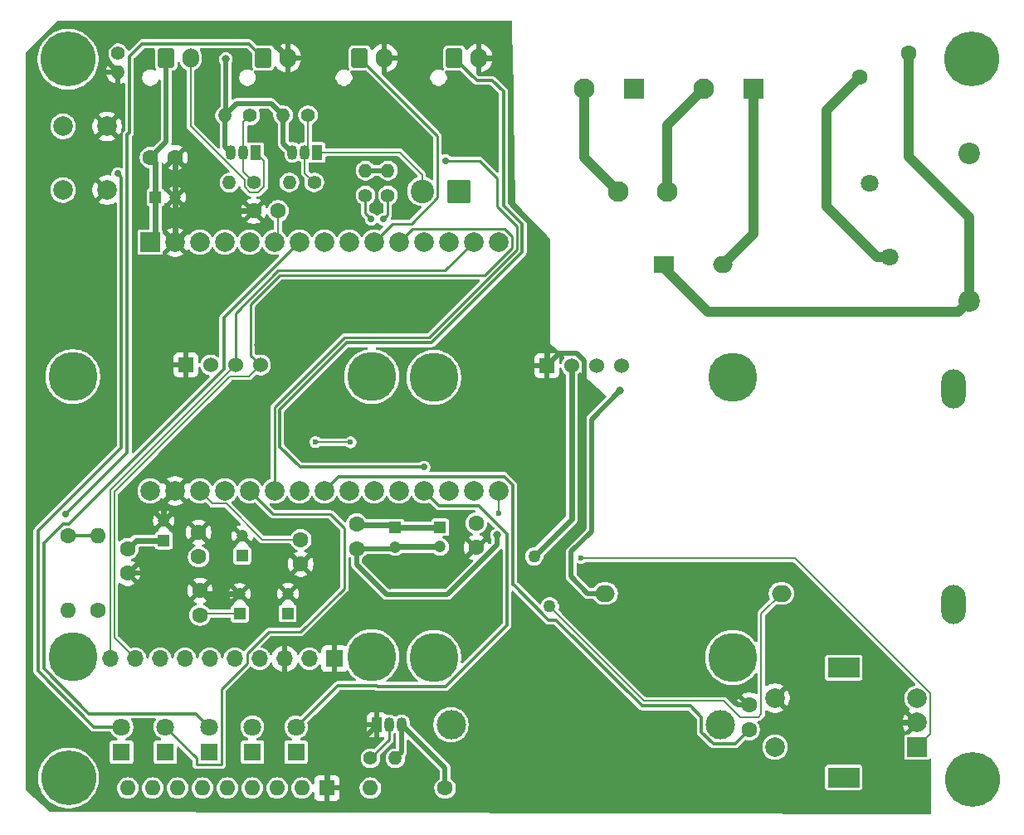
<source format=gtl>
%TF.GenerationSoftware,KiCad,Pcbnew,9.0.0*%
%TF.CreationDate,2026-01-24T21:54:57+01:00*%
%TF.ProjectId,MashMachine V2.0,4d617368-4d61-4636-9869-6e652056322e,rev?*%
%TF.SameCoordinates,Original*%
%TF.FileFunction,Copper,L1,Top*%
%TF.FilePolarity,Positive*%
%FSLAX46Y46*%
G04 Gerber Fmt 4.6, Leading zero omitted, Abs format (unit mm)*
G04 Created by KiCad (PCBNEW 9.0.0) date 2026-01-24 21:54:57*
%MOMM*%
%LPD*%
G01*
G04 APERTURE LIST*
G04 Aperture macros list*
%AMRoundRect*
0 Rectangle with rounded corners*
0 $1 Rounding radius*
0 $2 $3 $4 $5 $6 $7 $8 $9 X,Y pos of 4 corners*
0 Add a 4 corners polygon primitive as box body*
4,1,4,$2,$3,$4,$5,$6,$7,$8,$9,$2,$3,0*
0 Add four circle primitives for the rounded corners*
1,1,$1+$1,$2,$3*
1,1,$1+$1,$4,$5*
1,1,$1+$1,$6,$7*
1,1,$1+$1,$8,$9*
0 Add four rect primitives between the rounded corners*
20,1,$1+$1,$2,$3,$4,$5,0*
20,1,$1+$1,$4,$5,$6,$7,0*
20,1,$1+$1,$6,$7,$8,$9,0*
20,1,$1+$1,$8,$9,$2,$3,0*%
G04 Aperture macros list end*
%TA.AperFunction,ComponentPad*%
%ADD10R,1.524000X1.524000*%
%TD*%
%TA.AperFunction,ComponentPad*%
%ADD11C,1.524000*%
%TD*%
%TA.AperFunction,ComponentPad*%
%ADD12C,5.000000*%
%TD*%
%TA.AperFunction,ComponentPad*%
%ADD13C,1.200000*%
%TD*%
%TA.AperFunction,ComponentPad*%
%ADD14R,1.200000X1.200000*%
%TD*%
%TA.AperFunction,ComponentPad*%
%ADD15O,1.400000X1.400000*%
%TD*%
%TA.AperFunction,ComponentPad*%
%ADD16C,1.400000*%
%TD*%
%TA.AperFunction,ComponentPad*%
%ADD17C,2.000000*%
%TD*%
%TA.AperFunction,ComponentPad*%
%ADD18RoundRect,0.250000X-0.600000X-0.750000X0.600000X-0.750000X0.600000X0.750000X-0.600000X0.750000X0*%
%TD*%
%TA.AperFunction,ComponentPad*%
%ADD19O,1.700000X2.000000*%
%TD*%
%TA.AperFunction,ComponentPad*%
%ADD20R,1.800000X1.800000*%
%TD*%
%TA.AperFunction,ComponentPad*%
%ADD21C,1.800000*%
%TD*%
%TA.AperFunction,ComponentPad*%
%ADD22C,5.600000*%
%TD*%
%TA.AperFunction,ComponentPad*%
%ADD23R,1.050000X1.500000*%
%TD*%
%TA.AperFunction,ComponentPad*%
%ADD24O,1.050000X1.500000*%
%TD*%
%TA.AperFunction,ComponentPad*%
%ADD25R,2.000000X2.000000*%
%TD*%
%TA.AperFunction,ComponentPad*%
%ADD26R,3.200000X2.000000*%
%TD*%
%TA.AperFunction,ComponentPad*%
%ADD27R,1.600000X1.600000*%
%TD*%
%TA.AperFunction,ComponentPad*%
%ADD28O,1.600000X1.600000*%
%TD*%
%TA.AperFunction,ComponentPad*%
%ADD29RoundRect,0.210000X0.840000X0.840000X-0.840000X0.840000X-0.840000X-0.840000X0.840000X-0.840000X0*%
%TD*%
%TA.AperFunction,ComponentPad*%
%ADD30C,2.100000*%
%TD*%
%TA.AperFunction,ComponentPad*%
%ADD31C,1.600000*%
%TD*%
%TA.AperFunction,ComponentPad*%
%ADD32C,3.000000*%
%TD*%
%TA.AperFunction,ComponentPad*%
%ADD33C,2.200000*%
%TD*%
%TA.AperFunction,ComponentPad*%
%ADD34R,2.000000X1.700000*%
%TD*%
%TA.AperFunction,ComponentPad*%
%ADD35O,2.000000X1.700000*%
%TD*%
%TA.AperFunction,ComponentPad*%
%ADD36O,2.500000X4.000000*%
%TD*%
%TA.AperFunction,ComponentPad*%
%ADD37C,1.270000*%
%TD*%
%TA.AperFunction,ComponentPad*%
%ADD38RoundRect,0.249600X-0.950400X-0.950400X0.950400X-0.950400X0.950400X0.950400X-0.950400X0.950400X0*%
%TD*%
%TA.AperFunction,ComponentPad*%
%ADD39C,2.400000*%
%TD*%
%TA.AperFunction,ComponentPad*%
%ADD40R,1.700000X1.700000*%
%TD*%
%TA.AperFunction,ComponentPad*%
%ADD41O,1.700000X1.700000*%
%TD*%
%TA.AperFunction,ViaPad*%
%ADD42C,0.600000*%
%TD*%
%TA.AperFunction,ViaPad*%
%ADD43C,0.700000*%
%TD*%
%TA.AperFunction,ViaPad*%
%ADD44C,0.800000*%
%TD*%
%TA.AperFunction,Conductor*%
%ADD45C,0.250000*%
%TD*%
%TA.AperFunction,Conductor*%
%ADD46C,0.300000*%
%TD*%
%TA.AperFunction,Conductor*%
%ADD47C,0.200000*%
%TD*%
%TA.AperFunction,Conductor*%
%ADD48C,0.500000*%
%TD*%
%TA.AperFunction,Conductor*%
%ADD49C,0.600000*%
%TD*%
%TA.AperFunction,Conductor*%
%ADD50C,1.000000*%
%TD*%
G04 APERTURE END LIST*
D10*
%TO.P,Brd1,1,GND*%
%TO.N,GND_DIG*%
X117428000Y-90270400D03*
D11*
%TO.P,Brd1,2,VCC*%
%TO.N,+3V3_DIG*%
X119968000Y-90270400D03*
%TO.P,Brd1,3,SCL*%
%TO.N,I2C_SCL*%
X122508000Y-90270400D03*
%TO.P,Brd1,4,SDA*%
%TO.N,I2C_SDA*%
X125048000Y-90270400D03*
D12*
%TO.P,Brd1,5*%
%TO.N,N/C*%
X105898000Y-91460400D03*
X105898000Y-120060400D03*
X136398000Y-91460400D03*
X136398000Y-120060400D03*
%TD*%
D13*
%TO.P,C18,2*%
%TO.N,GND_DIG*%
X127838200Y-113628200D03*
D14*
%TO.P,C18,1*%
%TO.N,MASH_TEMP_LP*%
X127838200Y-115628200D03*
%TD*%
D15*
%TO.P,R11,2*%
%TO.N,GND_PWR*%
X127355600Y-64770000D03*
D16*
%TO.P,R11,1*%
%TO.N,Net-(Q2-B)*%
X129895600Y-64770000D03*
%TD*%
%TO.P,R7,1*%
%TO.N,GND_PWR*%
X110515400Y-58450400D03*
D15*
%TO.P,R7,2*%
%TO.N,GND_DIG*%
X110515400Y-60350400D03*
%TD*%
D17*
%TO.P,SW2,1,1*%
%TO.N,Net-(U4-EN)*%
X104902000Y-72413000D03*
X104902000Y-65913000D03*
%TO.P,SW2,2,2*%
%TO.N,GND_DIG*%
X109402000Y-72413000D03*
X109402000Y-65913000D03*
%TD*%
D18*
%TO.P,J1,1,Pin_1*%
%TO.N,MASH_TEMP*%
X125318000Y-58928000D03*
D19*
%TO.P,J1,2,Pin_2*%
%TO.N,GND_DIG*%
X127818000Y-58928000D03*
%TD*%
D20*
%TO.P,DC1,1,K*%
%TO.N,Net-(DC1-K)*%
X110871000Y-129793999D03*
D21*
%TO.P,DC1,2,A*%
%TO.N,DC*%
X110871000Y-127253999D03*
%TD*%
D18*
%TO.P,J3,1,Pin_1*%
%TO.N,Alarm*%
X135168000Y-58928000D03*
D19*
%TO.P,J3,2,Pin_2*%
%TO.N,GND_DIG*%
X137668000Y-58928000D03*
%TD*%
D22*
%TO.P,H1,1*%
%TO.N,N/C*%
X197612000Y-59055000D03*
%TD*%
%TO.P,H3,1*%
%TO.N,N/C*%
X105460800Y-132435600D03*
%TD*%
D10*
%TO.P,Brd2,1,GND*%
%TO.N,GND_DIG*%
X154258000Y-90352000D03*
D11*
%TO.P,Brd2,2,VCC*%
%TO.N,+3V3_DIG*%
X156798000Y-90352000D03*
%TO.P,Brd2,3,SCL*%
%TO.N,I2C_SCL*%
X159338000Y-90352000D03*
%TO.P,Brd2,4,SDA*%
%TO.N,I2C_SDA*%
X161878000Y-90352000D03*
D12*
%TO.P,Brd2,5*%
%TO.N,N/C*%
X142728000Y-91542000D03*
X142728000Y-120142000D03*
X173228000Y-91542000D03*
X173228000Y-120142000D03*
%TD*%
D20*
%TO.P,LED1,1,K*%
%TO.N,Net-(LED1-K)*%
X119788000Y-129793998D03*
D21*
%TO.P,LED1,2,A*%
%TO.N,WifiLED*%
X119788000Y-127253998D03*
%TD*%
D18*
%TO.P,J4,1,Pin_1*%
%TO.N,waterDetection*%
X144820000Y-58928000D03*
D19*
%TO.P,J4,2,Pin_2*%
%TO.N,GND_DIG*%
X147320000Y-58928000D03*
%TD*%
D20*
%TO.P,LED3,1,K*%
%TO.N,Net-(LED3-K)*%
X128678000Y-129793998D03*
D21*
%TO.P,LED3,2,A*%
%TO.N,waterDetection*%
X128678000Y-127253998D03*
%TD*%
D23*
%TO.P,Air_temp1,1,GND*%
%TO.N,GND_DIG*%
X136906000Y-127000000D03*
D24*
%TO.P,Air_temp1,2,DQ*%
%TO.N,AirTempDS8B20*%
X138176000Y-127000000D03*
%TO.P,Air_temp1,3,VDD*%
%TO.N,+3V3_DIG*%
X139446000Y-127000000D03*
%TD*%
D25*
%TO.P,SW1,A,A*%
%TO.N,rotoryEncoderA*%
X192046000Y-129286000D03*
D17*
%TO.P,SW1,B,B*%
%TO.N,rotoryEncoderB*%
X192046000Y-124286000D03*
%TO.P,SW1,C,C*%
%TO.N,GND_DIG*%
X192046000Y-126786000D03*
D26*
%TO.P,SW1,MP*%
%TO.N,N/C*%
X184545999Y-132386000D03*
X184545999Y-121186000D03*
D17*
%TO.P,SW1,S1,S1*%
%TO.N,GND_DIG*%
X177546000Y-124286000D03*
%TO.P,SW1,S2,S2*%
%TO.N,confirmButton*%
X177546000Y-129286000D03*
%TD*%
D22*
%TO.P,H2,1*%
%TO.N,N/C*%
X105410000Y-59055000D03*
%TD*%
D27*
%TO.P,RN1,1,common*%
%TO.N,GND_DIG*%
X131826000Y-133477000D03*
D28*
%TO.P,RN1,2,R1*%
%TO.N,unconnected-(RN1-R1-Pad2)*%
X129286000Y-133477000D03*
%TO.P,RN1,3,R2*%
%TO.N,unconnected-(RN1-R2-Pad3)*%
X126746000Y-133477000D03*
%TO.P,RN1,4,R3*%
%TO.N,unconnected-(RN1-R3-Pad4)*%
X124206000Y-133477000D03*
%TO.P,RN1,5,R4*%
%TO.N,Net-(LED3-K)*%
X121666000Y-133477000D03*
%TO.P,RN1,6,R5*%
%TO.N,Net-(LED2-K)*%
X119126000Y-133477000D03*
%TO.P,RN1,7,R6*%
%TO.N,Net-(LED1-K)*%
X116586000Y-133477000D03*
%TO.P,RN1,8,R7*%
%TO.N,Net-(OnOff1-K)*%
X114046000Y-133477000D03*
%TO.P,RN1,9,R8*%
%TO.N,Net-(DC1-K)*%
X111506000Y-133477000D03*
%TD*%
D29*
%TO.P,J6,1,Pin_1*%
%TO.N,AC_N*%
X163169600Y-62026800D03*
D30*
%TO.P,J6,2,Pin_2*%
%TO.N,AC_L_PUMP*%
X158089600Y-62026800D03*
%TD*%
D29*
%TO.P,J2,1,Pin_1*%
%TO.N,AC_N*%
X175361600Y-62026800D03*
D30*
%TO.P,J2,2,Pin_2*%
%TO.N,AC_L*%
X170281600Y-62026800D03*
%TD*%
D18*
%TO.P,J5,1,Pin_1*%
%TO.N,+3V3_DIG*%
X115412000Y-58928000D03*
D19*
%TO.P,J5,2,Pin_2*%
%TO.N,Net-(J5-Pin_2)*%
X117912000Y-58928000D03*
%TD*%
D20*
%TO.P,OnOff1,1,K*%
%TO.N,Net-(OnOff1-K)*%
X115343001Y-129794000D03*
D21*
%TO.P,OnOff1,2,A*%
%TO.N,OnOffLED*%
X115343001Y-127254000D03*
%TD*%
D20*
%TO.P,LED2,1,K*%
%TO.N,Net-(LED2-K)*%
X124233000Y-129793998D03*
D21*
%TO.P,LED2,2,A*%
%TO.N,MqttLED*%
X124233000Y-127253998D03*
%TD*%
D22*
%TO.P,H4,1*%
%TO.N,N/C*%
X197662800Y-132588000D03*
%TD*%
D31*
%TO.P,C8,1*%
%TO.N,confirmButton*%
X174893999Y-127516001D03*
%TO.P,C8,2*%
%TO.N,GND_DIG*%
X174893999Y-125016001D03*
%TD*%
D16*
%TO.P,R10,1*%
%TO.N,Net-(Q2-B)*%
X130544500Y-71631500D03*
D15*
%TO.P,R10,2*%
%TO.N,PumpPin*%
X128004500Y-71631500D03*
%TD*%
D31*
%TO.P,R3,1*%
%TO.N,+3V3_DIG*%
X143891000Y-133477000D03*
D28*
%TO.P,R3,2*%
%TO.N,Net-(U4-EN)*%
X136271000Y-133477000D03*
%TD*%
D31*
%TO.P,C6,1*%
%TO.N,+3V3_ADC*%
X111506000Y-109026000D03*
%TO.P,C6,2*%
%TO.N,GND_DIG*%
X111506000Y-111526000D03*
%TD*%
D16*
%TO.P,R5,1*%
%TO.N,I2C_SDA*%
X135763000Y-72975000D03*
D15*
%TO.P,R5,2*%
%TO.N,+3V3_DIG*%
X135763000Y-70435000D03*
%TD*%
D32*
%TO.P,U3,1*%
%TO.N,N/C*%
X144488000Y-127000000D03*
%TO.P,U3,2*%
X171988000Y-127000000D03*
%TD*%
D14*
%TO.P,C16,1*%
%TO.N,+3V3_DIG*%
X143383000Y-106839000D03*
D13*
%TO.P,C16,2*%
%TO.N,GND_PWR*%
X143383000Y-108839000D03*
%TD*%
D21*
%TO.P,RV1,1*%
%TO.N,AC_L_FUSED*%
X189230000Y-79248000D03*
%TO.P,RV1,2*%
%TO.N,AC_N*%
X187230000Y-71747999D03*
%TD*%
D33*
%TO.P,C14,1*%
%TO.N,AC_L_PSU*%
X197358000Y-83700000D03*
%TO.P,C14,2*%
%TO.N,AC_N*%
X197358000Y-68700000D03*
%TD*%
D31*
%TO.P,C13,1*%
%TO.N,GND_DIG*%
X116332000Y-69088000D03*
%TO.P,C13,2*%
%TO.N,+3V3_DIG*%
X113832000Y-69088000D03*
%TD*%
D16*
%TO.P,R6,1*%
%TO.N,I2C_SCL*%
X138049000Y-72975000D03*
D15*
%TO.P,R6,2*%
%TO.N,+3V3_DIG*%
X138049000Y-70435000D03*
%TD*%
D16*
%TO.P,R8,1*%
%TO.N,Net-(Q1-B)*%
X124410000Y-71649000D03*
D15*
%TO.P,R8,2*%
%TO.N,DC*%
X121870000Y-71649000D03*
%TD*%
D23*
%TO.P,Q2,1,C*%
%TO.N,Net-(Q2-C)*%
X130848500Y-68562500D03*
D24*
%TO.P,Q2,2,B*%
%TO.N,Net-(Q2-B)*%
X129578500Y-68562500D03*
%TO.P,Q2,3,E*%
%TO.N,GND_PWR*%
X128308500Y-68562500D03*
%TD*%
D34*
%TO.P,PS1,1,AC/L*%
%TO.N,AC_L_PSU*%
X166207000Y-80011500D03*
D35*
%TO.P,PS1,2,AC/N*%
%TO.N,AC_N*%
X172207000Y-80011500D03*
%TO.P,PS1,3,-Vout*%
%TO.N,GND_PWR*%
X160207001Y-113611500D03*
%TO.P,PS1,4,+Vout*%
%TO.N,Net-(PS1-+Vout)*%
X178207000Y-113611500D03*
%TD*%
D14*
%TO.P,C7,1*%
%TO.N,+3V3_ADC*%
X123190000Y-109736000D03*
D13*
%TO.P,C7,2*%
%TO.N,GND_DIG*%
X123190000Y-107736000D03*
%TD*%
D16*
%TO.P,R9,1*%
%TO.N,Net-(Q1-B)*%
X123979000Y-64791000D03*
D15*
%TO.P,R9,2*%
%TO.N,GND_PWR*%
X121439000Y-64791000D03*
%TD*%
D31*
%TO.P,R2,1*%
%TO.N,MASH_TEMP_LP*%
X108458000Y-115356000D03*
D28*
%TO.P,R2,2*%
%TO.N,MASH_TEMP*%
X108458000Y-107736000D03*
%TD*%
D31*
%TO.P,C17,1*%
%TO.N,GND_PWR*%
X134874000Y-109016800D03*
%TO.P,C17,2*%
%TO.N,+3V3_DIG*%
X134874000Y-106516800D03*
%TD*%
%TO.P,TH1,1*%
%TO.N,AC_L_FUSED*%
X186171199Y-60889200D03*
%TO.P,TH1,2*%
%TO.N,AC_L_PSU*%
X191171199Y-58389200D03*
%TD*%
%TO.P,R1,1*%
%TO.N,MASH_TEMP*%
X105410000Y-107736000D03*
D28*
%TO.P,R1,2*%
%TO.N,+3V3_DIG*%
X105410000Y-115356000D03*
%TD*%
D16*
%TO.P,R4,1*%
%TO.N,AirTempDS8B20*%
X136271000Y-130429000D03*
D15*
%TO.P,R4,2*%
%TO.N,+3V3_DIG*%
X138811000Y-130429000D03*
%TD*%
D31*
%TO.P,C11,1*%
%TO.N,GND_DIG*%
X147066000Y-108926000D03*
%TO.P,C11,2*%
%TO.N,Net-(U4-EN)*%
X147066000Y-106426000D03*
%TD*%
D14*
%TO.P,C1,1*%
%TO.N,Net-(U1-IN)*%
X122936000Y-115653601D03*
D13*
%TO.P,C1,2*%
%TO.N,GND_DIG*%
X122936000Y-113653601D03*
%TD*%
D36*
%TO.P,F1,1*%
%TO.N,AC_L_FUSED*%
X195783200Y-92710000D03*
%TO.P,F1,2*%
%TO.N,AC_L*%
X195783200Y-114710000D03*
%TD*%
D14*
%TO.P,C15,1*%
%TO.N,+3V3_DIG*%
X138811001Y-106871001D03*
D13*
%TO.P,C15,2*%
%TO.N,GND_PWR*%
X138811001Y-108871001D03*
%TD*%
D37*
%TO.P,F2,1*%
%TO.N,Net-(PS1-+Vout)*%
X154559000Y-114935000D03*
%TO.P,F2,2*%
%TO.N,+3V3_DIG*%
X152959000Y-109834999D03*
%TD*%
D14*
%TO.P,C12,1*%
%TO.N,+3V3_DIG*%
X114343400Y-73152000D03*
D13*
%TO.P,C12,2*%
%TO.N,GND_DIG*%
X116343400Y-73152000D03*
%TD*%
D31*
%TO.P,C4,1*%
%TO.N,rotoryEncoderB*%
X126853000Y-74549000D03*
%TO.P,C4,2*%
%TO.N,GND_DIG*%
X124353000Y-74549000D03*
%TD*%
%TO.P,C9,1*%
%TO.N,+3V3_ADC*%
X118745000Y-109855000D03*
%TO.P,C9,2*%
%TO.N,GND_DIG*%
X118745000Y-107355000D03*
%TD*%
D25*
%TO.P,U4,1,3V3*%
%TO.N,+3V3_DIG*%
X113792000Y-77724000D03*
D17*
%TO.P,U4,2,GND*%
%TO.N,GND_DIG*%
X116332000Y-77723999D03*
%TO.P,U4,3,D15*%
%TO.N,unconnected-(U4-D15-Pad3)*%
X118872000Y-77724000D03*
%TO.P,U4,4,D2*%
%TO.N,unconnected-(U4-D2-Pad4)*%
X121412000Y-77723999D03*
%TO.P,U4,5,D4*%
%TO.N,unconnected-(U4-D4-Pad5)*%
X123952000Y-77724000D03*
%TO.P,U4,6,RX2*%
%TO.N,rotoryEncoderB*%
X126492000Y-77723999D03*
%TO.P,U4,7,TX2*%
%TO.N,WifiLED*%
X129032000Y-77724000D03*
%TO.P,U4,8,D5*%
%TO.N,unconnected-(U4-D5-Pad8)*%
X131572001Y-77724000D03*
%TO.P,U4,9,D18*%
%TO.N,AirTempDS8B20*%
X134112000Y-77724000D03*
%TO.P,U4,10,D19*%
%TO.N,Alarm*%
X136652001Y-77724000D03*
%TO.P,U4,11,D21*%
%TO.N,I2C_SDA*%
X139192000Y-77724000D03*
%TO.P,U4,12,RX0*%
%TO.N,unconnected-(U4-RX0-Pad12)*%
X141732000Y-77723999D03*
%TO.P,U4,13,TX0*%
%TO.N,unconnected-(U4-TX0-Pad13)*%
X144272000Y-77724000D03*
%TO.P,U4,14,D22*%
%TO.N,I2C_SCL*%
X146812000Y-77724000D03*
%TO.P,U4,15,D23*%
%TO.N,MqttLED*%
X149352000Y-77724000D03*
%TO.P,U4,16,EN*%
%TO.N,Net-(U4-EN)*%
X149352000Y-103124000D03*
%TO.P,U4,17,VP*%
%TO.N,unconnected-(U4-VP-Pad17)*%
X146812000Y-103124000D03*
%TO.P,U4,18,VN*%
%TO.N,unconnected-(U4-VN-Pad18)*%
X144272000Y-103124000D03*
%TO.P,U4,19,D34*%
%TO.N,waterDetection*%
X141732000Y-103124001D03*
%TO.P,U4,20,D35*%
%TO.N,unconnected-(U4-D35-Pad20)*%
X139192000Y-103124000D03*
%TO.P,U4,21,D32*%
%TO.N,unconnected-(U4-D32-Pad21)*%
X136652000Y-103124001D03*
%TO.P,U4,22,D33*%
%TO.N,unconnected-(U4-D33-Pad22)*%
X134112000Y-103124000D03*
%TO.P,U4,23,D25*%
%TO.N,confirmButton*%
X131572000Y-103124001D03*
%TO.P,U4,24,D26*%
%TO.N,DC*%
X129032000Y-103124000D03*
%TO.P,U4,25,D27*%
%TO.N,PumpPin*%
X126491999Y-103124000D03*
%TO.P,U4,26,D14*%
%TO.N,OnOffLED*%
X123952000Y-103124000D03*
%TO.P,U4,27,D12*%
%TO.N,unconnected-(U4-D12-Pad27)*%
X121411999Y-103124000D03*
%TO.P,U4,28,D13*%
%TO.N,rotoryEncoderA*%
X118872000Y-103124000D03*
%TO.P,U4,29,GND*%
%TO.N,GND_DIG*%
X116331999Y-103124000D03*
%TO.P,U4,30,VIN*%
%TO.N,unconnected-(U4-VIN-Pad30)*%
X113792000Y-103124000D03*
%TD*%
D23*
%TO.P,Q1,1,C*%
%TO.N,Net-(J5-Pin_2)*%
X124587000Y-68580000D03*
D24*
%TO.P,Q1,2,B*%
%TO.N,Net-(Q1-B)*%
X123317000Y-68580000D03*
%TO.P,Q1,3,E*%
%TO.N,GND_PWR*%
X122047000Y-68580000D03*
%TD*%
D14*
%TO.P,C10,1*%
%TO.N,+3V3_ADC*%
X115189000Y-108200600D03*
D13*
%TO.P,C10,2*%
%TO.N,GND_DIG*%
X115189000Y-106200600D03*
%TD*%
D31*
%TO.P,C2,1*%
%TO.N,Net-(U1-IN)*%
X118872000Y-115804000D03*
%TO.P,C2,2*%
%TO.N,GND_DIG*%
X118872000Y-113304000D03*
%TD*%
D30*
%TO.P,U5,11*%
%TO.N,AC_L_PUMP*%
X161532001Y-72531499D03*
%TO.P,U5,14*%
%TO.N,AC_L*%
X166532001Y-72531499D03*
D38*
%TO.P,U5,A1*%
%TO.N,+3V3_DIG*%
X145282001Y-72531499D03*
D39*
%TO.P,U5,A2*%
%TO.N,Net-(Q2-C)*%
X141532001Y-72531499D03*
%TD*%
D31*
%TO.P,C3,1*%
%TO.N,rotoryEncoderA*%
X129159000Y-108097000D03*
%TO.P,C3,2*%
%TO.N,GND_DIG*%
X129159000Y-110597000D03*
%TD*%
D40*
%TO.P,U2,1,ADDR*%
%TO.N,GND_DIG*%
X132588000Y-120269000D03*
D41*
%TO.P,U2,2,ALERT/RDY*%
%TO.N,unconnected-(U2-ALERT{slash}RDY-Pad2)*%
X130048000Y-120269000D03*
%TO.P,U2,3,GND*%
%TO.N,GND_DIG*%
X127508000Y-120269000D03*
%TO.P,U2,4,AIN0*%
%TO.N,MASH_TEMP_LP*%
X124968000Y-120269000D03*
%TO.P,U2,5,AIN1*%
%TO.N,unconnected-(U2-AIN1-Pad5)*%
X122428000Y-120269000D03*
%TO.P,U2,6,AIN2*%
%TO.N,unconnected-(U2-AIN2-Pad6)*%
X119888000Y-120269000D03*
%TO.P,U2,7,AIN3*%
%TO.N,unconnected-(U2-AIN3-Pad7)*%
X117348000Y-120269000D03*
%TO.P,U2,8,VDD*%
%TO.N,+3V3_ADC*%
X114808000Y-120269000D03*
%TO.P,U2,9,SDA*%
%TO.N,I2C_SDA*%
X112268000Y-120269000D03*
%TO.P,U2,10,SCL*%
%TO.N,I2C_SCL*%
X109728000Y-120269000D03*
%TD*%
D42*
%TO.N,rotoryEncoderA*%
X157708736Y-109981864D03*
D43*
%TO.N,DC*%
X110490000Y-70739000D03*
D42*
%TO.N,GND_DIG*%
X147929600Y-116586000D03*
X111607600Y-114350800D03*
D44*
X138277600Y-112801400D03*
X124841000Y-88265000D03*
D43*
%TO.N,PumpPin*%
X143967200Y-69392800D03*
%TO.N,waterDetection*%
X141732000Y-100711000D03*
D42*
%TO.N,Net-(U4-EN)*%
X149352000Y-105410000D03*
X130657600Y-98145600D03*
X134239000Y-98171000D03*
D43*
%TO.N,I2C_SDA*%
X136347200Y-75387200D03*
%TO.N,I2C_SCL*%
X137566400Y-75387200D03*
%TO.N,MASH_TEMP*%
X105156000Y-105537000D03*
D44*
%TO.N,GND_PWR*%
X149179307Y-107640093D03*
X161747200Y-92913200D03*
X121513600Y-59029600D03*
%TD*%
D45*
%TO.N,OnOffLED*%
X132207000Y-105537000D02*
X126365000Y-105537000D01*
X133604000Y-113106200D02*
X133604000Y-106934000D01*
X129152200Y-117558000D02*
X133604000Y-113106200D01*
X126365000Y-105537000D02*
X123952000Y-103124000D01*
X125874463Y-117558000D02*
X129152200Y-117558000D01*
X133604000Y-106934000D02*
X132207000Y-105537000D01*
X123692000Y-120738826D02*
X123692000Y-119740463D01*
X121064000Y-123366826D02*
X123692000Y-120738826D01*
X121064000Y-131069998D02*
X121064000Y-123366826D01*
X118512000Y-131069998D02*
X121064000Y-131069998D01*
X123692000Y-119740463D02*
X125874463Y-117558000D01*
X118512000Y-130422999D02*
X118512000Y-131069998D01*
X115343001Y-127254000D02*
X118512000Y-130422999D01*
D46*
%TO.N,waterDetection*%
X147121827Y-61229827D02*
X144820000Y-58928000D01*
X148701173Y-61229827D02*
X147121827Y-61229827D01*
X149822800Y-62351454D02*
X148701173Y-61229827D01*
X151755000Y-75908124D02*
X149822800Y-73975924D01*
X142470754Y-88003600D02*
X151755000Y-78719354D01*
X133821876Y-88003600D02*
X142470754Y-88003600D01*
X127017999Y-98620799D02*
X127017999Y-94807477D01*
X151755000Y-78719354D02*
X151755000Y-75908124D01*
X129108200Y-100711000D02*
X127017999Y-98620799D01*
X141732000Y-100711000D02*
X129108200Y-100711000D01*
X127017999Y-94807477D02*
X133821876Y-88003600D01*
X149822800Y-73975924D02*
X149822800Y-62351454D01*
D45*
%TO.N,PumpPin*%
X126491999Y-94589601D02*
X126491999Y-103124000D01*
X142252878Y-87477600D02*
X133604000Y-87477600D01*
X151229000Y-78501478D02*
X142252878Y-87477600D01*
X151229000Y-76126000D02*
X151229000Y-78501478D01*
X147370800Y-69392800D02*
X149199600Y-71221600D01*
X149199600Y-71221600D02*
X149199600Y-74096600D01*
X149199600Y-74096600D02*
X151229000Y-76126000D01*
X143967200Y-69392800D02*
X147370800Y-69392800D01*
X133604000Y-87477600D02*
X126491999Y-94589601D01*
D47*
%TO.N,rotoryEncoderA*%
X121570000Y-104425000D02*
X120173000Y-104425000D01*
X193397000Y-123797108D02*
X193397000Y-127935000D01*
X129159000Y-108097000D02*
X125242000Y-108097000D01*
X120173000Y-104425000D02*
X118872000Y-103124000D01*
X179581756Y-109981864D02*
X193397000Y-123797108D01*
X157708736Y-109981864D02*
X179581756Y-109981864D01*
X193397000Y-127935000D02*
X192046000Y-129286000D01*
X125242000Y-108097000D02*
X121570000Y-104425000D01*
%TO.N,rotoryEncoderB*%
X126853000Y-77362999D02*
X126492000Y-77723999D01*
X126853000Y-74549000D02*
X126853000Y-77362999D01*
X126345000Y-77576999D02*
X126492000Y-77723999D01*
D46*
%TO.N,DC*%
X110853000Y-71102000D02*
X110490000Y-70739000D01*
X102346000Y-121531687D02*
X108068312Y-127253999D01*
X110853000Y-98707214D02*
X110853000Y-71102000D01*
X110853000Y-98707214D02*
X102346000Y-107214214D01*
X102346000Y-107214214D02*
X102346000Y-121531687D01*
X108068312Y-127253999D02*
X110871000Y-127253999D01*
D45*
%TO.N,Alarm*%
X143108001Y-73184300D02*
X140445301Y-75847000D01*
X138529001Y-75847000D02*
X136652001Y-77724000D01*
X143108001Y-66868001D02*
X143108001Y-73184300D01*
X135168000Y-58928000D02*
X143108001Y-66868001D01*
X140445301Y-75847000D02*
X138529001Y-75847000D01*
%TO.N,AirTempDS8B20*%
X138176000Y-128524000D02*
X136271000Y-130429000D01*
X138176000Y-127000000D02*
X138176000Y-128524000D01*
D47*
%TO.N,Net-(J5-Pin_2)*%
X123409000Y-72063628D02*
X123995372Y-72650000D01*
X123995372Y-72650000D02*
X124824628Y-72650000D01*
X125411000Y-72063628D02*
X125411000Y-69404000D01*
X117912000Y-58928000D02*
X117912000Y-65908851D01*
X123409000Y-71405851D02*
X123409000Y-72063628D01*
X117912000Y-65908851D02*
X123409000Y-71405851D01*
X125411000Y-69404000D02*
X124587000Y-68580000D01*
X124824628Y-72650000D02*
X125411000Y-72063628D01*
%TO.N,Net-(Q1-B)*%
X123317000Y-65453000D02*
X123317000Y-68580000D01*
X124410000Y-71649000D02*
X123317000Y-70556000D01*
X123317000Y-70556000D02*
X123317000Y-68580000D01*
X123979000Y-64791000D02*
X123317000Y-65453000D01*
D48*
%TO.N,GND_DIG*%
X143190600Y-112801400D02*
X138277600Y-112801400D01*
X117094000Y-111526000D02*
X118872000Y-113304000D01*
D49*
X115189000Y-106200600D02*
X115189000Y-104266999D01*
X180046001Y-126786000D02*
X192046000Y-126785999D01*
X147320000Y-58928000D02*
X148770000Y-58928000D01*
X119221601Y-113653601D02*
X118872000Y-113304000D01*
X126361000Y-90068400D02*
X126361000Y-89726537D01*
D48*
X164459942Y-123986000D02*
X155981400Y-115507458D01*
D49*
X114905477Y-99360677D02*
X120214077Y-94052077D01*
X131826000Y-132080000D02*
X131826000Y-133477000D01*
D48*
X155981400Y-109016800D02*
X158061000Y-106937200D01*
D49*
X110570618Y-56626000D02*
X109264400Y-57932218D01*
X122936000Y-113653601D02*
X119221601Y-113653601D01*
D48*
X173762629Y-125016001D02*
X172732628Y-123986000D01*
X110515400Y-64799600D02*
X109402000Y-65913000D01*
D49*
X120214077Y-94052077D02*
X123123186Y-94052077D01*
X126361000Y-89277000D02*
X125349000Y-88265000D01*
X116332000Y-73163400D02*
X116343400Y-73152000D01*
X154308000Y-77469760D02*
X154308000Y-90302000D01*
X116332000Y-69088000D02*
X116332000Y-73140600D01*
X123114400Y-113832001D02*
X122936000Y-113653600D01*
X125349000Y-88265000D02*
X124841000Y-88265000D01*
D48*
X158061000Y-106937200D02*
X158061000Y-105054400D01*
D49*
X154308000Y-90302000D02*
X154258000Y-90352000D01*
X114905477Y-101697478D02*
X114905477Y-99360677D01*
X177546000Y-124286000D02*
X180046001Y-126786000D01*
X109264400Y-59099400D02*
X110515400Y-60350400D01*
X119506999Y-74549000D02*
X124353000Y-74549000D01*
X116332000Y-77723999D02*
X116332000Y-73163400D01*
D48*
X110515400Y-60350400D02*
X110515400Y-64799600D01*
X174893999Y-125016001D02*
X173762629Y-125016001D01*
D49*
X116332000Y-73140600D02*
X116343400Y-73152000D01*
D48*
X157321152Y-89089000D02*
X155521000Y-89089000D01*
X158061000Y-89828848D02*
X157321152Y-89089000D01*
D49*
X136906000Y-127000000D02*
X131826000Y-132080000D01*
X109264400Y-57932218D02*
X109264400Y-59099400D01*
X127818000Y-58928000D02*
X127818000Y-58867576D01*
D48*
X172732628Y-123986000D02*
X164459942Y-123986000D01*
D49*
X126361000Y-89726537D02*
X126361000Y-89277000D01*
X123123186Y-94052077D02*
X126361000Y-90814263D01*
D48*
X155981400Y-115507458D02*
X155981400Y-109016800D01*
X111506000Y-111526000D02*
X117094000Y-111526000D01*
D49*
X148770000Y-58928000D02*
X150523800Y-60681800D01*
X127818000Y-58867576D02*
X125576424Y-56626000D01*
X150523800Y-73685560D02*
X154308000Y-77469760D01*
X116331999Y-103124000D02*
X114905477Y-101697478D01*
X116332000Y-77723999D02*
X119506999Y-74549000D01*
D48*
X155521000Y-89089000D02*
X154258000Y-90352000D01*
D49*
X150523800Y-60681800D02*
X150523800Y-73685560D01*
X126361000Y-90814263D02*
X126361000Y-90068400D01*
X125576424Y-56626000D02*
X110570618Y-56626000D01*
X115189000Y-104266999D02*
X116331999Y-103124000D01*
D48*
X158061000Y-105054400D02*
X158061000Y-89828848D01*
X147066000Y-108926000D02*
X143190600Y-112801400D01*
D50*
%TO.N,AC_N*%
X172207000Y-80011500D02*
X175361600Y-76856900D01*
X175361600Y-76856900D02*
X175361600Y-62026800D01*
D46*
%TO.N,WifiLED*%
X129032000Y-77724000D02*
X121295000Y-85461000D01*
X104891818Y-106485000D02*
X102947000Y-108429818D01*
X121295000Y-85461000D02*
X121295000Y-90704168D01*
X102947000Y-121282745D02*
X107567255Y-125903000D01*
X102947000Y-108429818D02*
X102947000Y-121282745D01*
X121295000Y-90704168D02*
X105514168Y-106485000D01*
X118437002Y-125903000D02*
X119788000Y-127253998D01*
X107567255Y-125903000D02*
X118437002Y-125903000D01*
X105514168Y-106485000D02*
X104891818Y-106485000D01*
%TO.N,waterDetection*%
X147320000Y-104648000D02*
X143255999Y-104648000D01*
X143255999Y-104648000D02*
X141732000Y-103124001D01*
X136987600Y-123093000D02*
X143950345Y-123093000D01*
X128678000Y-127253998D02*
X132920598Y-123011400D01*
X136906000Y-123011400D02*
X136987600Y-123093000D01*
X150202000Y-107530000D02*
X147320000Y-104648000D01*
X143950345Y-123093000D02*
X150202000Y-116841345D01*
X132920598Y-123011400D02*
X136906000Y-123011400D01*
X150202000Y-116841345D02*
X150202000Y-107530000D01*
%TO.N,confirmButton*%
X171250580Y-128951000D02*
X170027600Y-127728020D01*
X150803000Y-102522976D02*
X149953024Y-101673000D01*
X170027600Y-127728020D02*
X170027600Y-126238000D01*
X150803000Y-112496600D02*
X150803000Y-102522976D01*
X133023001Y-101673000D02*
X131572000Y-103124001D01*
X154476834Y-116317960D02*
X150803000Y-112644126D01*
X173459000Y-128951000D02*
X171250580Y-128951000D01*
X150803000Y-112714836D02*
X150803000Y-112496600D01*
X150803000Y-112644126D02*
X150803000Y-112496600D01*
X149953024Y-101673000D02*
X133023001Y-101673000D01*
X174893999Y-127516001D02*
X173459000Y-128951000D01*
X168877600Y-125088000D02*
X164003479Y-125088000D01*
X164003479Y-125088000D02*
X155233440Y-116317960D01*
X170027600Y-126238000D02*
X168877600Y-125088000D01*
X155233440Y-116317960D02*
X154476834Y-116317960D01*
D50*
%TO.N,AC_L*%
X166532001Y-65776399D02*
X170281600Y-62026800D01*
X166532001Y-72531499D02*
X166532001Y-65776399D01*
D47*
%TO.N,Net-(U1-IN)*%
X119022399Y-115653601D02*
X118872000Y-115804000D01*
X122936000Y-115653601D02*
X119022399Y-115653601D01*
%TO.N,Net-(U4-EN)*%
X134239000Y-98171000D02*
X131826000Y-98171000D01*
X149352000Y-105410000D02*
X149352000Y-103124000D01*
X149078000Y-103398000D02*
X149352000Y-103124000D01*
X131572000Y-98171000D02*
X130683000Y-98171000D01*
X130683000Y-98171000D02*
X130657600Y-98145600D01*
X131826000Y-98171000D02*
X131572000Y-98171000D01*
D49*
%TO.N,+3V3_DIG*%
X114343400Y-73152000D02*
X114343400Y-69599400D01*
X138545001Y-106605000D02*
X138811001Y-106871001D01*
D48*
X143891000Y-131445000D02*
X139446000Y-127000000D01*
D49*
X156798000Y-105995999D02*
X156798000Y-90352000D01*
D48*
X139446000Y-129794000D02*
X139446000Y-127000000D01*
D49*
X143351001Y-106871001D02*
X143383000Y-106839000D01*
X114343400Y-69599400D02*
X113832000Y-69088000D01*
D48*
X138049000Y-70435000D02*
X135763000Y-70435000D01*
D49*
X152959000Y-109834999D02*
X156798000Y-105995999D01*
X134747001Y-106605000D02*
X138545001Y-106605000D01*
D48*
X138811000Y-130429000D02*
X139446000Y-129794000D01*
D49*
X114343400Y-77172600D02*
X113792000Y-77724000D01*
X138811001Y-106871001D02*
X143351001Y-106871001D01*
D48*
X115412000Y-67508000D02*
X113832000Y-69088000D01*
X143891000Y-133477000D02*
X143891000Y-131445000D01*
D49*
X114343400Y-73152000D02*
X114343400Y-77172600D01*
D48*
X115412000Y-58928000D02*
X115412000Y-67508000D01*
D47*
%TO.N,Net-(Q2-B)*%
X129578500Y-70665500D02*
X129578500Y-68562500D01*
X130544500Y-71631500D02*
X129578500Y-70665500D01*
X129909500Y-64773500D02*
X129909500Y-68231500D01*
%TO.N,Net-(PS1-+Vout)*%
X176145000Y-115673500D02*
X178207000Y-113611500D01*
X173972265Y-126217001D02*
X175854315Y-126217001D01*
X175854315Y-126217001D02*
X176145000Y-125926316D01*
X154559000Y-114935000D02*
X164211000Y-124587000D01*
X172342264Y-124587000D02*
X173972265Y-126217001D01*
X164211000Y-124587000D02*
X172342264Y-124587000D01*
X176145000Y-125926316D02*
X176145000Y-115673500D01*
D45*
%TO.N,I2C_SDA*%
X135763000Y-74803000D02*
X136347200Y-75387200D01*
X150728000Y-78293958D02*
X147925958Y-81096000D01*
D47*
X124805708Y-90270400D02*
X125048000Y-90270400D01*
D45*
X127041686Y-81096000D02*
X124065000Y-84072686D01*
D47*
X121938150Y-91407350D02*
X110129000Y-103216500D01*
D45*
X139192000Y-77724000D02*
X140568000Y-76348000D01*
X124065000Y-89287400D02*
X125048000Y-90270400D01*
D47*
X123911050Y-91407350D02*
X121938150Y-91407350D01*
D45*
X150728000Y-77154042D02*
X150728000Y-78293958D01*
X140568000Y-76348000D02*
X149921958Y-76348000D01*
X124065000Y-84072686D02*
X124065000Y-89287400D01*
X135763000Y-72975000D02*
X135763000Y-74803000D01*
X149921958Y-76348000D02*
X150728000Y-77154042D01*
D47*
X125048000Y-90270400D02*
X123911050Y-91407350D01*
X110129000Y-103216500D02*
X110129000Y-118130000D01*
D45*
X147925958Y-81096000D02*
X127041686Y-81096000D01*
D47*
X110129000Y-118130000D02*
X112268000Y-120269000D01*
D45*
%TO.N,I2C_SCL*%
X143891000Y-80645000D02*
X126854876Y-80645000D01*
X126854876Y-80645000D02*
X122508000Y-84991876D01*
X146812000Y-77724000D02*
X143891000Y-80645000D01*
D47*
X109728000Y-120269000D02*
X109728000Y-103050400D01*
D45*
X138049000Y-72975000D02*
X138049000Y-74904600D01*
X138049000Y-74904600D02*
X137566400Y-75387200D01*
X122508000Y-84991876D02*
X122508000Y-90270400D01*
D47*
X109728000Y-103050400D02*
X122508000Y-90270400D01*
D49*
%TO.N,+3V3_ADC*%
X112331400Y-108200600D02*
X111506000Y-109026000D01*
X115189000Y-108200600D02*
X112331400Y-108200600D01*
D50*
%TO.N,AC_L_FUSED*%
X189230000Y-79248000D02*
X187957208Y-79248000D01*
X187957208Y-79248000D02*
X182829000Y-74119792D01*
X186171199Y-60889200D02*
X182829000Y-64231399D01*
X182829000Y-64231399D02*
X182829000Y-74119792D01*
%TO.N,AC_L_PSU*%
X166207000Y-80011500D02*
X166207000Y-80314743D01*
X197358000Y-75206797D02*
X191171199Y-69019996D01*
X166207000Y-80314743D02*
X170692256Y-84799999D01*
X196258001Y-84799999D02*
X197358000Y-83700000D01*
X170692256Y-84799999D02*
X196258001Y-84799999D01*
X191171199Y-69019996D02*
X191171199Y-58389200D01*
X197358000Y-83700000D02*
X197358000Y-75206797D01*
%TO.N,AC_L_PUMP*%
X158089600Y-62026800D02*
X158089600Y-69089098D01*
X158089600Y-69089098D02*
X161532001Y-72531499D01*
D46*
%TO.N,MASH_TEMP*%
X105156000Y-105537000D02*
X111454000Y-99239000D01*
X111666400Y-66550566D02*
X111666400Y-58767600D01*
X111454000Y-66762966D02*
X111666400Y-66550566D01*
X111666400Y-58767600D02*
X112957000Y-57477000D01*
X112957000Y-57477000D02*
X123867000Y-57477000D01*
X123867000Y-57477000D02*
X125318000Y-58928000D01*
X105410000Y-107736000D02*
X108458000Y-107735999D01*
X111454000Y-99239000D02*
X111454000Y-66762966D01*
D48*
%TO.N,GND_PWR*%
X138665202Y-109016800D02*
X138811001Y-108871001D01*
X137904393Y-113702400D02*
X144129492Y-113702400D01*
X127369500Y-64773500D02*
X127369500Y-67623500D01*
X134874000Y-109016800D02*
X134874000Y-110672007D01*
X121439000Y-67972000D02*
X122047000Y-68580000D01*
X121439000Y-64791000D02*
X121513600Y-64716400D01*
D49*
X143470000Y-108926000D02*
X143383000Y-108839000D01*
D48*
X144129492Y-113702400D02*
X149179307Y-108652585D01*
D49*
X138843002Y-108839000D02*
X138811001Y-108871001D01*
D48*
X158456900Y-113611500D02*
X156732400Y-111887000D01*
X127369500Y-67623500D02*
X128308500Y-68562500D01*
X158812000Y-95848400D02*
X161747200Y-92913200D01*
X149179307Y-108652585D02*
X149179307Y-107640093D01*
X160207001Y-113611500D02*
X158456900Y-113611500D01*
X134874000Y-110672007D02*
X137904393Y-113702400D01*
X156732400Y-111887000D02*
X156732400Y-109327874D01*
X121439000Y-64791000D02*
X121439000Y-67972000D01*
X134874000Y-109016800D02*
X138665202Y-109016800D01*
X122640000Y-63590000D02*
X121439000Y-64791000D01*
X127369500Y-64773500D02*
X126186000Y-63590000D01*
X126186000Y-63590000D02*
X122640000Y-63590000D01*
D49*
X138843001Y-108839000D02*
X138811001Y-108870999D01*
D48*
X121513600Y-64716400D02*
X121513600Y-59029600D01*
X156732400Y-109327874D02*
X158812000Y-107248274D01*
D49*
X143383000Y-108839000D02*
X138843002Y-108839000D01*
D48*
X158812000Y-107248274D02*
X158812000Y-95848400D01*
D47*
%TO.N,Net-(Q2-C)*%
X141532001Y-70834443D02*
X139260058Y-68562500D01*
X139260058Y-68562500D02*
X130848500Y-68562500D01*
X141532001Y-72531499D02*
X141532001Y-70834443D01*
%TD*%
%TA.AperFunction,Conductor*%
%TO.N,GND_DIG*%
G36*
X149670834Y-109042097D02*
G01*
X149726767Y-109083969D01*
X149751184Y-109149433D01*
X149751500Y-109158279D01*
X149751500Y-116603379D01*
X149731815Y-116670418D01*
X149715181Y-116691060D01*
X145705624Y-120700616D01*
X145644301Y-120734101D01*
X145574609Y-120729117D01*
X145518676Y-120687245D01*
X145494259Y-120621781D01*
X145494723Y-120599051D01*
X145519593Y-120378321D01*
X145528500Y-120299273D01*
X145528500Y-119984727D01*
X145493282Y-119672160D01*
X145423289Y-119365500D01*
X145319402Y-119068606D01*
X145182926Y-118785211D01*
X145015577Y-118518877D01*
X144819461Y-118272956D01*
X144597044Y-118050539D01*
X144558522Y-118019819D01*
X144406376Y-117898486D01*
X144351123Y-117854423D01*
X144084789Y-117687074D01*
X144084786Y-117687072D01*
X143801395Y-117550598D01*
X143504501Y-117446711D01*
X143504499Y-117446710D01*
X143197843Y-117376718D01*
X143197827Y-117376716D01*
X142885277Y-117341500D01*
X142885273Y-117341500D01*
X142570727Y-117341500D01*
X142570722Y-117341500D01*
X142258172Y-117376716D01*
X142258156Y-117376718D01*
X141951500Y-117446710D01*
X141951498Y-117446711D01*
X141654604Y-117550598D01*
X141371213Y-117687072D01*
X141104878Y-117854422D01*
X140858956Y-118050538D01*
X140636538Y-118272956D01*
X140440422Y-118518878D01*
X140273072Y-118785213D01*
X140136598Y-119068604D01*
X140032711Y-119365498D01*
X140032710Y-119365500D01*
X139962718Y-119672156D01*
X139962716Y-119672172D01*
X139927500Y-119984722D01*
X139927500Y-120299277D01*
X139962716Y-120611827D01*
X139962718Y-120611843D01*
X140032710Y-120918499D01*
X140032711Y-120918501D01*
X140136598Y-121215395D01*
X140273072Y-121498786D01*
X140273074Y-121498789D01*
X140440423Y-121765123D01*
X140571464Y-121929443D01*
X140636538Y-122011043D01*
X140858956Y-122233461D01*
X141094815Y-122421553D01*
X141134955Y-122478742D01*
X141137805Y-122548553D01*
X141102459Y-122608823D01*
X141040140Y-122640416D01*
X141017502Y-122642500D01*
X137982806Y-122642500D01*
X137915767Y-122622815D01*
X137870012Y-122570011D01*
X137860068Y-122500853D01*
X137889093Y-122437297D01*
X137916834Y-122413506D01*
X137942877Y-122397142D01*
X138021123Y-122347977D01*
X138267044Y-122151861D01*
X138489461Y-121929444D01*
X138685577Y-121683523D01*
X138852926Y-121417189D01*
X138989402Y-121133794D01*
X139093289Y-120836900D01*
X139163282Y-120530240D01*
X139198500Y-120217673D01*
X139198500Y-119903127D01*
X139163282Y-119590560D01*
X139093289Y-119283900D01*
X138989402Y-118987006D01*
X138898500Y-118798246D01*
X138852927Y-118703613D01*
X138848076Y-118695893D01*
X138685577Y-118437277D01*
X138489461Y-118191356D01*
X138267044Y-117968939D01*
X138248939Y-117954501D01*
X138123446Y-117854423D01*
X138021123Y-117772823D01*
X137754789Y-117605474D01*
X137754786Y-117605472D01*
X137471395Y-117468998D01*
X137174501Y-117365111D01*
X137174499Y-117365110D01*
X136867843Y-117295118D01*
X136867827Y-117295116D01*
X136555277Y-117259900D01*
X136555273Y-117259900D01*
X136240727Y-117259900D01*
X136240722Y-117259900D01*
X135928172Y-117295116D01*
X135928156Y-117295118D01*
X135621500Y-117365110D01*
X135621498Y-117365111D01*
X135324604Y-117468998D01*
X135041213Y-117605472D01*
X134774878Y-117772822D01*
X134528956Y-117968938D01*
X134306538Y-118191356D01*
X134110422Y-118437278D01*
X133943072Y-118703613D01*
X133841048Y-118915470D01*
X133794226Y-118967329D01*
X133726799Y-118985642D01*
X133685994Y-118977850D01*
X133545376Y-118925402D01*
X133545372Y-118925401D01*
X133485844Y-118919000D01*
X132838000Y-118919000D01*
X132838000Y-119835988D01*
X132780993Y-119803075D01*
X132653826Y-119769000D01*
X132522174Y-119769000D01*
X132395007Y-119803075D01*
X132338000Y-119835988D01*
X132338000Y-118919000D01*
X131690155Y-118919000D01*
X131630627Y-118925401D01*
X131630620Y-118925403D01*
X131495913Y-118975645D01*
X131495906Y-118975649D01*
X131380812Y-119061809D01*
X131380809Y-119061812D01*
X131294649Y-119176906D01*
X131294645Y-119176913D01*
X131244403Y-119311620D01*
X131244401Y-119311627D01*
X131238000Y-119371155D01*
X131238000Y-119567912D01*
X131218315Y-119634951D01*
X131165511Y-119680706D01*
X131096353Y-119690650D01*
X131032797Y-119661625D01*
X131013682Y-119640797D01*
X130925558Y-119519505D01*
X130925554Y-119519500D01*
X130797499Y-119391445D01*
X130797494Y-119391441D01*
X130650997Y-119285006D01*
X130650996Y-119285005D01*
X130650994Y-119285004D01*
X130599300Y-119258664D01*
X130489639Y-119202788D01*
X130489636Y-119202787D01*
X130317410Y-119146829D01*
X130138551Y-119118500D01*
X130138546Y-119118500D01*
X129957454Y-119118500D01*
X129957449Y-119118500D01*
X129778589Y-119146829D01*
X129606363Y-119202787D01*
X129606360Y-119202788D01*
X129445002Y-119285006D01*
X129298505Y-119391441D01*
X129298500Y-119391445D01*
X129170445Y-119519500D01*
X129170441Y-119519505D01*
X129064004Y-119666004D01*
X128996908Y-119797685D01*
X128948933Y-119848480D01*
X128881112Y-119865275D01*
X128814977Y-119842737D01*
X128771527Y-119788021D01*
X128768492Y-119779705D01*
X128759094Y-119750780D01*
X128662620Y-119561442D01*
X128537727Y-119389540D01*
X128537723Y-119389535D01*
X128387464Y-119239276D01*
X128387459Y-119239272D01*
X128215557Y-119114379D01*
X128026215Y-119017903D01*
X127824124Y-118952241D01*
X127758000Y-118941768D01*
X127758000Y-119835988D01*
X127700993Y-119803075D01*
X127573826Y-119769000D01*
X127442174Y-119769000D01*
X127315007Y-119803075D01*
X127258000Y-119835988D01*
X127258000Y-118941768D01*
X127257999Y-118941768D01*
X127191875Y-118952241D01*
X126989784Y-119017903D01*
X126800442Y-119114379D01*
X126628540Y-119239272D01*
X126628535Y-119239276D01*
X126478276Y-119389535D01*
X126478272Y-119389540D01*
X126353379Y-119561442D01*
X126256905Y-119750781D01*
X126247506Y-119779708D01*
X126208068Y-119837383D01*
X126143709Y-119864581D01*
X126074862Y-119852666D01*
X126023387Y-119805421D01*
X126019090Y-119797684D01*
X125984459Y-119729718D01*
X125951996Y-119666006D01*
X125929433Y-119634951D01*
X125845558Y-119519505D01*
X125845554Y-119519500D01*
X125717499Y-119391445D01*
X125717494Y-119391441D01*
X125570997Y-119285006D01*
X125570996Y-119285005D01*
X125570994Y-119285004D01*
X125519300Y-119258664D01*
X125409639Y-119202788D01*
X125409636Y-119202787D01*
X125237410Y-119146829D01*
X125175606Y-119137040D01*
X125112472Y-119107110D01*
X125075541Y-119047799D01*
X125076539Y-118977936D01*
X125107322Y-118926888D01*
X126014392Y-118019819D01*
X126075715Y-117986334D01*
X126102073Y-117983500D01*
X129208216Y-117983500D01*
X129208218Y-117983500D01*
X129316437Y-117954503D01*
X129413463Y-117898485D01*
X133944485Y-113367463D01*
X134000503Y-113270437D01*
X134029500Y-113162218D01*
X134029500Y-113050182D01*
X134029500Y-110006891D01*
X134033047Y-109994810D01*
X134031970Y-109982266D01*
X134042704Y-109961921D01*
X134049185Y-109939852D01*
X134058700Y-109931607D01*
X134064576Y-109920471D01*
X134084606Y-109909159D01*
X134101989Y-109894097D01*
X134114450Y-109892305D01*
X134125414Y-109886114D01*
X134148378Y-109887426D01*
X134171147Y-109884153D01*
X134184268Y-109889478D01*
X134195170Y-109890102D01*
X134226384Y-109906572D01*
X134272189Y-109939852D01*
X134272385Y-109939994D01*
X134315051Y-109995324D01*
X134323500Y-110040312D01*
X134323500Y-110744484D01*
X134337366Y-110796229D01*
X134337366Y-110796231D01*
X134337367Y-110796231D01*
X134337367Y-110796232D01*
X134361016Y-110884492D01*
X134433490Y-111010022D01*
X137566378Y-114142910D01*
X137679725Y-114208350D01*
X137691908Y-114215384D01*
X137831918Y-114252900D01*
X137831919Y-114252900D01*
X137831921Y-114252900D01*
X144201964Y-114252900D01*
X144201966Y-114252900D01*
X144201967Y-114252900D01*
X144341977Y-114215384D01*
X144354160Y-114208350D01*
X144467507Y-114142910D01*
X149539819Y-109070598D01*
X149601142Y-109037113D01*
X149670834Y-109042097D01*
G37*
%TD.AperFunction*%
%TA.AperFunction,Conductor*%
G36*
X147374907Y-81541185D02*
G01*
X147420662Y-81593989D01*
X147430606Y-81663147D01*
X147401581Y-81726703D01*
X147395549Y-81733181D01*
X142112949Y-87015781D01*
X142051626Y-87049266D01*
X142025268Y-87052100D01*
X133660018Y-87052100D01*
X133547981Y-87052100D01*
X133439763Y-87081097D01*
X133439761Y-87081098D01*
X133439760Y-87081098D01*
X133342740Y-87137113D01*
X133342734Y-87137117D01*
X133263515Y-87216337D01*
X133263513Y-87216339D01*
X129741348Y-90738504D01*
X126213295Y-94266556D01*
X126213294Y-94266556D01*
X126213295Y-94266557D01*
X126151513Y-94328339D01*
X126151512Y-94328341D01*
X126095497Y-94425361D01*
X126095496Y-94425364D01*
X126066499Y-94533583D01*
X126066499Y-101805390D01*
X126046814Y-101872429D01*
X125996739Y-101915818D01*
X125997121Y-101916568D01*
X125994096Y-101918109D01*
X125994010Y-101918184D01*
X125993592Y-101918365D01*
X125810385Y-102011715D01*
X125644785Y-102132028D01*
X125500027Y-102276786D01*
X125379711Y-102442389D01*
X125379710Y-102442391D01*
X125332483Y-102535079D01*
X125284509Y-102585875D01*
X125216688Y-102602670D01*
X125150553Y-102580132D01*
X125111514Y-102535079D01*
X125064288Y-102442393D01*
X125064287Y-102442390D01*
X125064285Y-102442387D01*
X125064284Y-102442385D01*
X124943971Y-102276786D01*
X124799213Y-102132028D01*
X124633613Y-102011715D01*
X124633612Y-102011714D01*
X124633610Y-102011713D01*
X124576653Y-101982691D01*
X124451223Y-101918781D01*
X124256534Y-101855522D01*
X124081995Y-101827878D01*
X124054352Y-101823500D01*
X123849648Y-101823500D01*
X123825329Y-101827351D01*
X123647465Y-101855522D01*
X123452776Y-101918781D01*
X123270386Y-102011715D01*
X123104786Y-102132028D01*
X122960028Y-102276786D01*
X122839712Y-102442389D01*
X122839711Y-102442391D01*
X122792483Y-102535081D01*
X122744509Y-102585877D01*
X122676688Y-102602672D01*
X122610553Y-102580134D01*
X122571514Y-102535081D01*
X122571513Y-102535080D01*
X122524286Y-102442390D01*
X122524284Y-102442387D01*
X122524283Y-102442385D01*
X122403970Y-102276786D01*
X122259212Y-102132028D01*
X122093612Y-102011715D01*
X122093611Y-102011714D01*
X122093609Y-102011713D01*
X122036652Y-101982691D01*
X121911222Y-101918781D01*
X121716533Y-101855522D01*
X121541994Y-101827878D01*
X121514351Y-101823500D01*
X121309647Y-101823500D01*
X121285328Y-101827351D01*
X121107464Y-101855522D01*
X120912775Y-101918781D01*
X120730385Y-102011715D01*
X120564785Y-102132028D01*
X120420027Y-102276786D01*
X120299711Y-102442389D01*
X120299710Y-102442391D01*
X120252483Y-102535079D01*
X120204509Y-102585875D01*
X120136688Y-102602670D01*
X120070553Y-102580132D01*
X120031514Y-102535079D01*
X119984288Y-102442393D01*
X119984287Y-102442390D01*
X119984285Y-102442387D01*
X119984284Y-102442385D01*
X119863971Y-102276786D01*
X119719213Y-102132028D01*
X119553613Y-102011715D01*
X119553612Y-102011714D01*
X119553610Y-102011713D01*
X119496653Y-101982691D01*
X119371223Y-101918781D01*
X119176534Y-101855522D01*
X119001995Y-101827878D01*
X118974352Y-101823500D01*
X118769648Y-101823500D01*
X118745329Y-101827351D01*
X118567465Y-101855522D01*
X118372776Y-101918781D01*
X118190386Y-102011715D01*
X118024786Y-102132028D01*
X117880032Y-102276782D01*
X117880028Y-102276787D01*
X117824855Y-102352727D01*
X117769525Y-102395393D01*
X117699912Y-102401372D01*
X117638117Y-102368766D01*
X117618080Y-102341600D01*
X117617459Y-102341981D01*
X117614918Y-102337835D01*
X117554657Y-102254894D01*
X117554657Y-102254893D01*
X116823127Y-102986424D01*
X116807244Y-102927147D01*
X116740101Y-102810853D01*
X116645146Y-102715898D01*
X116528852Y-102648755D01*
X116469573Y-102632871D01*
X117201104Y-101901340D01*
X117201103Y-101901338D01*
X117118173Y-101841087D01*
X116907801Y-101733897D01*
X116683246Y-101660934D01*
X116683247Y-101660934D01*
X116450051Y-101624000D01*
X116213947Y-101624000D01*
X115980751Y-101660934D01*
X115756196Y-101733897D01*
X115545829Y-101841084D01*
X115462893Y-101901340D01*
X116194424Y-102632871D01*
X116135146Y-102648755D01*
X116018852Y-102715898D01*
X115923897Y-102810853D01*
X115856754Y-102927147D01*
X115840870Y-102986425D01*
X115109339Y-102254894D01*
X115049080Y-102337835D01*
X115046536Y-102341987D01*
X115045201Y-102341169D01*
X115001947Y-102386946D01*
X114934122Y-102403726D01*
X114867992Y-102381173D01*
X114839142Y-102352725D01*
X114783969Y-102276784D01*
X114639219Y-102132034D01*
X114627473Y-102123500D01*
X114524817Y-102048917D01*
X114524816Y-102048915D01*
X114473613Y-102011715D01*
X114473612Y-102011714D01*
X114473610Y-102011713D01*
X114416653Y-101982691D01*
X114291223Y-101918781D01*
X114096534Y-101855522D01*
X113921995Y-101827878D01*
X113894352Y-101823500D01*
X113689648Y-101823500D01*
X113665329Y-101827351D01*
X113487465Y-101855522D01*
X113292776Y-101918781D01*
X113110386Y-102011715D01*
X112944786Y-102132028D01*
X112800028Y-102276786D01*
X112679715Y-102442386D01*
X112586781Y-102624776D01*
X112523522Y-102819465D01*
X112491500Y-103021648D01*
X112491500Y-103226351D01*
X112523522Y-103428534D01*
X112586781Y-103623223D01*
X112633903Y-103715703D01*
X112679712Y-103805609D01*
X112679715Y-103805613D01*
X112800028Y-103971213D01*
X112944786Y-104115971D01*
X113099749Y-104228556D01*
X113110390Y-104236287D01*
X113210923Y-104287511D01*
X113292776Y-104329218D01*
X113292778Y-104329218D01*
X113292781Y-104329220D01*
X113379113Y-104357271D01*
X113487465Y-104392477D01*
X113537211Y-104400356D01*
X113689648Y-104424500D01*
X113689649Y-104424500D01*
X113894351Y-104424500D01*
X113894352Y-104424500D01*
X114096534Y-104392477D01*
X114291219Y-104329220D01*
X114473610Y-104236287D01*
X114639219Y-104115966D01*
X114783966Y-103971219D01*
X114839143Y-103895272D01*
X114894471Y-103852608D01*
X114964084Y-103846627D01*
X115025880Y-103879232D01*
X115045917Y-103906399D01*
X115046539Y-103906019D01*
X115049083Y-103910170D01*
X115109337Y-103993104D01*
X115109339Y-103993105D01*
X115840870Y-103261574D01*
X115856754Y-103320853D01*
X115923897Y-103437147D01*
X116018852Y-103532102D01*
X116135146Y-103599245D01*
X116194424Y-103615128D01*
X115462892Y-104346658D01*
X115545827Y-104406914D01*
X115756196Y-104514102D01*
X115980751Y-104587065D01*
X115980750Y-104587065D01*
X116213947Y-104624000D01*
X116450051Y-104624000D01*
X116683246Y-104587065D01*
X116907801Y-104514102D01*
X117118162Y-104406918D01*
X117118168Y-104406914D01*
X117201103Y-104346658D01*
X117201104Y-104346658D01*
X116469573Y-103615128D01*
X116528852Y-103599245D01*
X116645146Y-103532102D01*
X116740101Y-103437147D01*
X116807244Y-103320853D01*
X116823127Y-103261575D01*
X117554657Y-103993105D01*
X117554657Y-103993104D01*
X117614913Y-103910169D01*
X117617464Y-103906009D01*
X117618805Y-103906831D01*
X117662019Y-103861071D01*
X117729839Y-103844270D01*
X117795975Y-103866803D01*
X117824856Y-103895272D01*
X117880034Y-103971219D01*
X118024786Y-104115971D01*
X118179749Y-104228556D01*
X118190390Y-104236287D01*
X118290923Y-104287511D01*
X118372776Y-104329218D01*
X118372778Y-104329218D01*
X118372781Y-104329220D01*
X118459113Y-104357271D01*
X118567465Y-104392477D01*
X118617211Y-104400356D01*
X118769648Y-104424500D01*
X118769649Y-104424500D01*
X118974351Y-104424500D01*
X118974352Y-104424500D01*
X119176534Y-104392477D01*
X119371219Y-104329220D01*
X119383427Y-104322999D01*
X119452092Y-104310099D01*
X119516835Y-104336371D01*
X119527407Y-104345800D01*
X119927087Y-104745480D01*
X120018412Y-104798207D01*
X120120273Y-104825500D01*
X120225727Y-104825500D01*
X121352745Y-104825500D01*
X121419784Y-104845185D01*
X121440426Y-104861819D01*
X123027322Y-106448715D01*
X123060807Y-106510038D01*
X123055823Y-106579730D01*
X123013951Y-106635663D01*
X122959040Y-106658869D01*
X122932414Y-106663086D01*
X122767740Y-106716592D01*
X122613480Y-106795193D01*
X122613463Y-106795203D01*
X122607261Y-106799708D01*
X122607261Y-106799709D01*
X123248698Y-107441145D01*
X123229496Y-107436000D01*
X123150504Y-107436000D01*
X123074204Y-107456444D01*
X123005795Y-107495940D01*
X122949940Y-107551795D01*
X122910444Y-107620204D01*
X122890000Y-107696504D01*
X122890000Y-107775496D01*
X122910444Y-107851796D01*
X122949940Y-107920205D01*
X123005795Y-107976060D01*
X123074204Y-108015556D01*
X123150504Y-108036000D01*
X123229496Y-108036000D01*
X123305796Y-108015556D01*
X123374205Y-107976060D01*
X123430060Y-107920205D01*
X123469556Y-107851796D01*
X123490000Y-107775496D01*
X123490000Y-107696504D01*
X123484854Y-107677300D01*
X124126289Y-108318736D01*
X124130803Y-108312525D01*
X124209408Y-108158257D01*
X124262912Y-107993588D01*
X124267129Y-107966964D01*
X124297057Y-107903828D01*
X124356367Y-107866895D01*
X124426230Y-107867891D01*
X124477284Y-107898677D01*
X124996087Y-108417480D01*
X125087412Y-108470207D01*
X125189273Y-108497500D01*
X125294727Y-108497500D01*
X128051958Y-108497500D01*
X128118997Y-108517185D01*
X128162443Y-108565206D01*
X128217766Y-108673786D01*
X128243557Y-108709283D01*
X128319586Y-108813928D01*
X128442072Y-108936414D01*
X128582212Y-109038232D01*
X128736555Y-109116873D01*
X128759061Y-109124185D01*
X128816736Y-109163622D01*
X128843934Y-109227981D01*
X128832019Y-109296827D01*
X128784775Y-109348303D01*
X128759061Y-109360047D01*
X128659968Y-109392244D01*
X128477644Y-109485143D01*
X128433077Y-109517523D01*
X128433077Y-109517524D01*
X129112554Y-110197000D01*
X129106339Y-110197000D01*
X129004606Y-110224259D01*
X128913394Y-110276920D01*
X128838920Y-110351394D01*
X128786259Y-110442606D01*
X128759000Y-110544339D01*
X128759000Y-110550553D01*
X128079524Y-109871077D01*
X128079523Y-109871077D01*
X128047143Y-109915644D01*
X127954244Y-110097968D01*
X127891009Y-110292582D01*
X127859000Y-110494682D01*
X127859000Y-110699317D01*
X127891009Y-110901417D01*
X127954244Y-111096031D01*
X128047141Y-111278350D01*
X128047147Y-111278359D01*
X128079523Y-111322921D01*
X128079524Y-111322922D01*
X128759000Y-110643446D01*
X128759000Y-110649661D01*
X128786259Y-110751394D01*
X128838920Y-110842606D01*
X128913394Y-110917080D01*
X129004606Y-110969741D01*
X129106339Y-110997000D01*
X129112553Y-110997000D01*
X128433076Y-111676474D01*
X128477650Y-111708859D01*
X128659968Y-111801755D01*
X128854582Y-111864990D01*
X129056683Y-111897000D01*
X129261317Y-111897000D01*
X129463417Y-111864990D01*
X129658031Y-111801755D01*
X129840349Y-111708859D01*
X129884921Y-111676474D01*
X129205447Y-110997000D01*
X129211661Y-110997000D01*
X129313394Y-110969741D01*
X129404606Y-110917080D01*
X129479080Y-110842606D01*
X129531741Y-110751394D01*
X129559000Y-110649661D01*
X129559000Y-110643447D01*
X130238474Y-111322921D01*
X130270859Y-111278349D01*
X130363755Y-111096031D01*
X130426990Y-110901417D01*
X130459000Y-110699317D01*
X130459000Y-110494682D01*
X130426990Y-110292582D01*
X130363755Y-110097968D01*
X130270859Y-109915650D01*
X130238474Y-109871077D01*
X130238474Y-109871076D01*
X129559000Y-110550551D01*
X129559000Y-110544339D01*
X129531741Y-110442606D01*
X129479080Y-110351394D01*
X129404606Y-110276920D01*
X129313394Y-110224259D01*
X129211661Y-110197000D01*
X129205446Y-110197000D01*
X129884922Y-109517524D01*
X129884921Y-109517523D01*
X129840359Y-109485147D01*
X129840350Y-109485141D01*
X129658031Y-109392244D01*
X129558938Y-109360047D01*
X129501263Y-109320609D01*
X129474065Y-109256250D01*
X129485980Y-109187404D01*
X129533224Y-109135928D01*
X129558937Y-109124186D01*
X129581445Y-109116873D01*
X129735788Y-109038232D01*
X129875928Y-108936414D01*
X129998414Y-108813928D01*
X130100232Y-108673788D01*
X130178873Y-108519445D01*
X130232402Y-108354701D01*
X130259500Y-108183611D01*
X130259500Y-108010389D01*
X130232402Y-107839299D01*
X130178873Y-107674555D01*
X130100232Y-107520212D01*
X129998414Y-107380072D01*
X129875928Y-107257586D01*
X129735788Y-107155768D01*
X129581445Y-107077127D01*
X129416701Y-107023598D01*
X129416699Y-107023597D01*
X129416698Y-107023597D01*
X129276839Y-107001446D01*
X129245611Y-106996500D01*
X129072389Y-106996500D01*
X129041161Y-107001446D01*
X128901302Y-107023597D01*
X128736552Y-107077128D01*
X128582211Y-107155768D01*
X128530208Y-107193551D01*
X128442072Y-107257586D01*
X128442070Y-107257588D01*
X128442069Y-107257588D01*
X128319588Y-107380069D01*
X128319588Y-107380070D01*
X128319586Y-107380072D01*
X128288996Y-107422174D01*
X128217766Y-107520213D01*
X128162443Y-107628794D01*
X128114469Y-107679591D01*
X128051958Y-107696500D01*
X125459255Y-107696500D01*
X125392216Y-107676815D01*
X125371574Y-107660181D01*
X122111749Y-104400356D01*
X122078264Y-104339033D01*
X122083248Y-104269341D01*
X122125120Y-104213408D01*
X122126450Y-104212426D01*
X122259218Y-104115966D01*
X122403965Y-103971219D01*
X122403969Y-103971214D01*
X122403970Y-103971213D01*
X122524285Y-103805611D01*
X122524286Y-103805610D01*
X122571515Y-103712917D01*
X122619488Y-103662123D01*
X122687309Y-103645327D01*
X122753444Y-103667864D01*
X122792483Y-103712917D01*
X122839712Y-103805609D01*
X122839715Y-103805613D01*
X122960028Y-103971213D01*
X123104786Y-104115971D01*
X123259749Y-104228556D01*
X123270390Y-104236287D01*
X123370923Y-104287511D01*
X123452776Y-104329218D01*
X123452778Y-104329218D01*
X123452781Y-104329220D01*
X123539113Y-104357271D01*
X123647465Y-104392477D01*
X123697211Y-104400356D01*
X123849648Y-104424500D01*
X123849649Y-104424500D01*
X124054351Y-104424500D01*
X124054352Y-104424500D01*
X124256534Y-104392477D01*
X124451219Y-104329220D01*
X124451222Y-104329218D01*
X124455852Y-104327714D01*
X124456444Y-104329537D01*
X124517806Y-104322913D01*
X124580298Y-104354160D01*
X124583523Y-104357271D01*
X126020174Y-105793921D01*
X126020184Y-105793932D01*
X126024514Y-105798262D01*
X126024515Y-105798263D01*
X126103737Y-105877485D01*
X126200763Y-105933503D01*
X126308981Y-105962500D01*
X126308982Y-105962500D01*
X131979390Y-105962500D01*
X132046429Y-105982185D01*
X132067071Y-105998819D01*
X133142181Y-107073928D01*
X133175666Y-107135251D01*
X133178500Y-107161609D01*
X133178500Y-112878590D01*
X133158815Y-112945629D01*
X133142181Y-112966271D01*
X129012271Y-117096181D01*
X128950948Y-117129666D01*
X128924590Y-117132500D01*
X125818445Y-117132500D01*
X125710226Y-117161497D01*
X125710223Y-117161498D01*
X125613203Y-117217513D01*
X125613197Y-117217517D01*
X123430738Y-119399976D01*
X123430737Y-119399978D01*
X123396066Y-119434649D01*
X123396064Y-119434651D01*
X123334740Y-119468135D01*
X123265049Y-119463149D01*
X123220703Y-119434649D01*
X123177499Y-119391445D01*
X123177494Y-119391441D01*
X123030997Y-119285006D01*
X123030996Y-119285005D01*
X123030994Y-119285004D01*
X122979300Y-119258664D01*
X122869639Y-119202788D01*
X122869636Y-119202787D01*
X122697410Y-119146829D01*
X122518551Y-119118500D01*
X122518546Y-119118500D01*
X122337454Y-119118500D01*
X122337449Y-119118500D01*
X122158589Y-119146829D01*
X121986363Y-119202787D01*
X121986360Y-119202788D01*
X121825002Y-119285006D01*
X121678505Y-119391441D01*
X121678500Y-119391445D01*
X121550445Y-119519500D01*
X121550441Y-119519505D01*
X121444006Y-119666002D01*
X121361788Y-119827360D01*
X121361787Y-119827363D01*
X121305829Y-119999589D01*
X121280473Y-120159678D01*
X121250544Y-120222813D01*
X121191232Y-120259744D01*
X121121369Y-120258746D01*
X121063137Y-120220136D01*
X121035527Y-120159678D01*
X121021740Y-120072639D01*
X121010171Y-119999591D01*
X120982191Y-119913476D01*
X120954212Y-119827363D01*
X120954211Y-119827360D01*
X120904459Y-119729718D01*
X120871996Y-119666006D01*
X120849433Y-119634951D01*
X120765558Y-119519505D01*
X120765554Y-119519500D01*
X120637499Y-119391445D01*
X120637494Y-119391441D01*
X120490997Y-119285006D01*
X120490996Y-119285005D01*
X120490994Y-119285004D01*
X120439300Y-119258664D01*
X120329639Y-119202788D01*
X120329636Y-119202787D01*
X120157410Y-119146829D01*
X119978551Y-119118500D01*
X119978546Y-119118500D01*
X119797454Y-119118500D01*
X119797449Y-119118500D01*
X119618589Y-119146829D01*
X119446363Y-119202787D01*
X119446360Y-119202788D01*
X119285002Y-119285006D01*
X119138505Y-119391441D01*
X119138500Y-119391445D01*
X119010445Y-119519500D01*
X119010441Y-119519505D01*
X118904006Y-119666002D01*
X118821788Y-119827360D01*
X118821787Y-119827363D01*
X118765829Y-119999589D01*
X118740473Y-120159678D01*
X118710544Y-120222813D01*
X118651232Y-120259744D01*
X118581369Y-120258746D01*
X118523137Y-120220136D01*
X118495527Y-120159678D01*
X118481740Y-120072639D01*
X118470171Y-119999591D01*
X118442191Y-119913476D01*
X118414212Y-119827363D01*
X118414211Y-119827360D01*
X118364459Y-119729718D01*
X118331996Y-119666006D01*
X118309433Y-119634951D01*
X118225558Y-119519505D01*
X118225554Y-119519500D01*
X118097499Y-119391445D01*
X118097494Y-119391441D01*
X117950997Y-119285006D01*
X117950996Y-119285005D01*
X117950994Y-119285004D01*
X117899300Y-119258664D01*
X117789639Y-119202788D01*
X117789636Y-119202787D01*
X117617410Y-119146829D01*
X117438551Y-119118500D01*
X117438546Y-119118500D01*
X117257454Y-119118500D01*
X117257449Y-119118500D01*
X117078589Y-119146829D01*
X116906363Y-119202787D01*
X116906360Y-119202788D01*
X116745002Y-119285006D01*
X116598505Y-119391441D01*
X116598500Y-119391445D01*
X116470445Y-119519500D01*
X116470441Y-119519505D01*
X116364006Y-119666002D01*
X116281788Y-119827360D01*
X116281787Y-119827363D01*
X116225829Y-119999589D01*
X116200473Y-120159678D01*
X116170544Y-120222813D01*
X116111232Y-120259744D01*
X116041369Y-120258746D01*
X115983137Y-120220136D01*
X115955527Y-120159678D01*
X115941740Y-120072639D01*
X115930171Y-119999591D01*
X115902191Y-119913476D01*
X115874212Y-119827363D01*
X115874211Y-119827360D01*
X115824459Y-119729718D01*
X115791996Y-119666006D01*
X115769433Y-119634951D01*
X115685558Y-119519505D01*
X115685554Y-119519500D01*
X115557499Y-119391445D01*
X115557494Y-119391441D01*
X115410997Y-119285006D01*
X115410996Y-119285005D01*
X115410994Y-119285004D01*
X115359300Y-119258664D01*
X115249639Y-119202788D01*
X115249636Y-119202787D01*
X115077410Y-119146829D01*
X114898551Y-119118500D01*
X114898546Y-119118500D01*
X114717454Y-119118500D01*
X114717449Y-119118500D01*
X114538589Y-119146829D01*
X114366363Y-119202787D01*
X114366360Y-119202788D01*
X114205002Y-119285006D01*
X114058505Y-119391441D01*
X114058500Y-119391445D01*
X113930445Y-119519500D01*
X113930441Y-119519505D01*
X113824006Y-119666002D01*
X113741788Y-119827360D01*
X113741787Y-119827363D01*
X113685829Y-119999589D01*
X113660473Y-120159678D01*
X113630544Y-120222813D01*
X113571232Y-120259744D01*
X113501369Y-120258746D01*
X113443137Y-120220136D01*
X113415527Y-120159678D01*
X113401740Y-120072639D01*
X113390171Y-119999591D01*
X113362191Y-119913476D01*
X113334212Y-119827363D01*
X113334211Y-119827360D01*
X113284459Y-119729718D01*
X113251996Y-119666006D01*
X113229433Y-119634951D01*
X113145558Y-119519505D01*
X113145554Y-119519500D01*
X113017499Y-119391445D01*
X113017494Y-119391441D01*
X112870997Y-119285006D01*
X112870996Y-119285005D01*
X112870994Y-119285004D01*
X112819300Y-119258664D01*
X112709639Y-119202788D01*
X112709636Y-119202787D01*
X112537410Y-119146829D01*
X112358551Y-119118500D01*
X112358546Y-119118500D01*
X112177454Y-119118500D01*
X112177449Y-119118500D01*
X111998587Y-119146829D01*
X111854716Y-119193575D01*
X111784875Y-119195570D01*
X111728718Y-119163325D01*
X110565819Y-118000426D01*
X110532334Y-117939103D01*
X110529500Y-117912745D01*
X110529500Y-113201682D01*
X117572000Y-113201682D01*
X117572000Y-113406317D01*
X117604009Y-113608417D01*
X117667244Y-113803031D01*
X117760141Y-113985350D01*
X117760147Y-113985359D01*
X117792523Y-114029921D01*
X117792524Y-114029922D01*
X118472000Y-113350446D01*
X118472000Y-113356661D01*
X118499259Y-113458394D01*
X118551920Y-113549606D01*
X118626394Y-113624080D01*
X118717606Y-113676741D01*
X118819339Y-113704000D01*
X118825553Y-113704000D01*
X118146076Y-114383474D01*
X118190650Y-114415859D01*
X118372970Y-114508755D01*
X118472060Y-114540952D01*
X118529736Y-114580389D01*
X118556934Y-114644748D01*
X118545019Y-114713594D01*
X118497775Y-114765070D01*
X118472064Y-114776813D01*
X118449551Y-114784128D01*
X118295211Y-114862768D01*
X118215256Y-114920859D01*
X118155072Y-114964586D01*
X118155070Y-114964588D01*
X118155069Y-114964588D01*
X118032588Y-115087069D01*
X118032588Y-115087070D01*
X118032586Y-115087072D01*
X118024427Y-115098302D01*
X117930768Y-115227211D01*
X117852128Y-115381552D01*
X117798597Y-115546302D01*
X117786803Y-115620768D01*
X117771500Y-115717389D01*
X117771500Y-115890611D01*
X117798598Y-116061701D01*
X117852127Y-116226445D01*
X117930768Y-116380788D01*
X118032586Y-116520928D01*
X118155072Y-116643414D01*
X118295212Y-116745232D01*
X118449555Y-116823873D01*
X118614299Y-116877402D01*
X118785389Y-116904500D01*
X118785390Y-116904500D01*
X118958610Y-116904500D01*
X118958611Y-116904500D01*
X119129701Y-116877402D01*
X119294445Y-116823873D01*
X119448788Y-116745232D01*
X119588928Y-116643414D01*
X119711414Y-116520928D01*
X119813232Y-116380788D01*
X119891873Y-116226445D01*
X119920031Y-116139781D01*
X119959469Y-116082107D01*
X120023827Y-116054909D01*
X120037962Y-116054101D01*
X121911501Y-116054101D01*
X121978540Y-116073786D01*
X122024295Y-116126590D01*
X122035501Y-116178101D01*
X122035501Y-116298457D01*
X122035502Y-116298483D01*
X122038413Y-116323588D01*
X122038415Y-116323592D01*
X122083793Y-116426365D01*
X122083794Y-116426366D01*
X122163235Y-116505807D01*
X122266009Y-116551186D01*
X122291135Y-116554101D01*
X123580864Y-116554100D01*
X123580879Y-116554098D01*
X123580882Y-116554098D01*
X123605987Y-116551187D01*
X123605988Y-116551186D01*
X123605991Y-116551186D01*
X123708765Y-116505807D01*
X123788206Y-116426366D01*
X123833585Y-116323592D01*
X123836500Y-116298466D01*
X123836499Y-115008737D01*
X123834794Y-114994034D01*
X123833586Y-114983613D01*
X123833585Y-114983611D01*
X123833585Y-114983610D01*
X123833462Y-114983331D01*
X126937700Y-114983331D01*
X126937700Y-116273056D01*
X126937702Y-116273082D01*
X126940613Y-116298187D01*
X126940615Y-116298191D01*
X126985993Y-116400964D01*
X126985994Y-116400965D01*
X127065435Y-116480406D01*
X127168209Y-116525785D01*
X127193335Y-116528700D01*
X128483064Y-116528699D01*
X128483079Y-116528697D01*
X128483082Y-116528697D01*
X128508187Y-116525786D01*
X128508188Y-116525785D01*
X128508191Y-116525785D01*
X128610965Y-116480406D01*
X128690406Y-116400965D01*
X128735785Y-116298191D01*
X128738700Y-116273065D01*
X128738699Y-114983336D01*
X128736525Y-114964586D01*
X128735786Y-114958212D01*
X128735785Y-114958210D01*
X128735785Y-114958209D01*
X128690406Y-114855435D01*
X128610965Y-114775994D01*
X128610963Y-114775993D01*
X128499658Y-114726847D01*
X128500278Y-114725441D01*
X128449571Y-114694266D01*
X128419283Y-114631303D01*
X128418026Y-114601483D01*
X128420936Y-114564488D01*
X127838201Y-113981753D01*
X127838200Y-113981753D01*
X127255461Y-114564489D01*
X127258373Y-114601480D01*
X127244009Y-114669858D01*
X127194957Y-114719614D01*
X127171670Y-114729086D01*
X127065435Y-114775993D01*
X126985994Y-114855434D01*
X126940615Y-114958206D01*
X126940615Y-114958208D01*
X126937700Y-114983331D01*
X123833462Y-114983331D01*
X123788206Y-114880836D01*
X123708765Y-114801395D01*
X123651235Y-114775993D01*
X123597458Y-114752248D01*
X123598078Y-114750842D01*
X123547371Y-114719667D01*
X123517083Y-114656704D01*
X123515826Y-114626884D01*
X123518736Y-114589889D01*
X122936001Y-114007154D01*
X122936000Y-114007154D01*
X122353261Y-114589890D01*
X122356173Y-114626881D01*
X122341809Y-114695259D01*
X122292757Y-114745015D01*
X122269470Y-114754487D01*
X122163235Y-114801394D01*
X122083794Y-114880835D01*
X122038415Y-114983607D01*
X122038415Y-114983609D01*
X122035500Y-115008732D01*
X122035500Y-115129101D01*
X122015815Y-115196140D01*
X121963011Y-115241895D01*
X121911500Y-115253101D01*
X119895223Y-115253101D01*
X119828184Y-115233416D01*
X119794905Y-115201987D01*
X119719573Y-115098302D01*
X119711414Y-115087072D01*
X119588928Y-114964586D01*
X119448788Y-114862768D01*
X119409712Y-114842858D01*
X119294446Y-114784127D01*
X119271936Y-114776813D01*
X119214262Y-114737374D01*
X119187065Y-114673015D01*
X119198981Y-114604169D01*
X119246226Y-114552694D01*
X119271939Y-114540952D01*
X119371029Y-114508755D01*
X119553349Y-114415859D01*
X119597921Y-114383474D01*
X118918447Y-113704000D01*
X118924661Y-113704000D01*
X119026394Y-113676741D01*
X119117606Y-113624080D01*
X119192080Y-113549606D01*
X119244741Y-113458394D01*
X119272000Y-113356661D01*
X119272000Y-113350448D01*
X119951474Y-114029922D01*
X119951474Y-114029921D01*
X119983859Y-113985349D01*
X120076755Y-113803031D01*
X120139990Y-113608417D01*
X120139990Y-113608416D01*
X120146545Y-113567029D01*
X121836000Y-113567029D01*
X121836000Y-113740172D01*
X121863085Y-113911185D01*
X121916592Y-114075860D01*
X121995196Y-114230126D01*
X121999709Y-114236337D01*
X121999709Y-114236338D01*
X122582446Y-113653602D01*
X122582446Y-113653600D01*
X122542951Y-113614105D01*
X122636000Y-113614105D01*
X122636000Y-113693097D01*
X122656444Y-113769397D01*
X122695940Y-113837806D01*
X122751795Y-113893661D01*
X122820204Y-113933157D01*
X122896504Y-113953601D01*
X122975496Y-113953601D01*
X123051796Y-113933157D01*
X123120205Y-113893661D01*
X123176060Y-113837806D01*
X123215556Y-113769397D01*
X123236000Y-113693097D01*
X123236000Y-113653600D01*
X123289553Y-113653600D01*
X123289553Y-113653601D01*
X123872289Y-114236337D01*
X123876803Y-114230126D01*
X123955408Y-114075858D01*
X124008914Y-113911185D01*
X124036000Y-113740172D01*
X124036000Y-113567033D01*
X124034277Y-113556157D01*
X124034277Y-113556154D01*
X124031976Y-113541628D01*
X126738200Y-113541628D01*
X126738200Y-113714771D01*
X126765285Y-113885784D01*
X126818792Y-114050459D01*
X126897396Y-114204725D01*
X126901909Y-114210936D01*
X126901909Y-114210937D01*
X127484646Y-113628201D01*
X127484646Y-113628199D01*
X127445151Y-113588704D01*
X127538200Y-113588704D01*
X127538200Y-113667696D01*
X127558644Y-113743996D01*
X127598140Y-113812405D01*
X127653995Y-113868260D01*
X127722404Y-113907756D01*
X127798704Y-113928200D01*
X127877696Y-113928200D01*
X127953996Y-113907756D01*
X128022405Y-113868260D01*
X128078260Y-113812405D01*
X128117756Y-113743996D01*
X128138200Y-113667696D01*
X128138200Y-113628199D01*
X128191753Y-113628199D01*
X128191753Y-113628200D01*
X128774489Y-114210936D01*
X128779003Y-114204725D01*
X128857608Y-114050457D01*
X128911114Y-113885784D01*
X128938200Y-113714771D01*
X128938200Y-113541628D01*
X128911114Y-113370615D01*
X128857608Y-113205942D01*
X128779001Y-113051671D01*
X128774490Y-113045462D01*
X128774489Y-113045461D01*
X128191753Y-113628199D01*
X128138200Y-113628199D01*
X128138200Y-113588704D01*
X128117756Y-113512404D01*
X128078260Y-113443995D01*
X128022405Y-113388140D01*
X127953996Y-113348644D01*
X127877696Y-113328200D01*
X127798704Y-113328200D01*
X127722404Y-113348644D01*
X127653995Y-113388140D01*
X127598140Y-113443995D01*
X127558644Y-113512404D01*
X127538200Y-113588704D01*
X127445151Y-113588704D01*
X126901909Y-113045461D01*
X126901908Y-113045461D01*
X126897403Y-113051663D01*
X126897393Y-113051680D01*
X126818792Y-113205940D01*
X126765285Y-113370615D01*
X126738200Y-113541628D01*
X124031976Y-113541628D01*
X124008913Y-113396016D01*
X123955408Y-113231343D01*
X123876801Y-113077072D01*
X123872290Y-113070863D01*
X123872289Y-113070862D01*
X123289553Y-113653600D01*
X123236000Y-113653600D01*
X123236000Y-113614105D01*
X123215556Y-113537805D01*
X123176060Y-113469396D01*
X123120205Y-113413541D01*
X123051796Y-113374045D01*
X122975496Y-113353601D01*
X122896504Y-113353601D01*
X122820204Y-113374045D01*
X122751795Y-113413541D01*
X122695940Y-113469396D01*
X122656444Y-113537805D01*
X122636000Y-113614105D01*
X122542951Y-113614105D01*
X121999709Y-113070862D01*
X121999708Y-113070862D01*
X121995203Y-113077064D01*
X121995193Y-113077081D01*
X121916592Y-113231341D01*
X121863085Y-113396016D01*
X121836000Y-113567029D01*
X120146545Y-113567029D01*
X120150389Y-113542760D01*
X120150389Y-113542758D01*
X120172000Y-113406316D01*
X120172000Y-113201682D01*
X120139990Y-112999582D01*
X120076754Y-112804967D01*
X120032090Y-112717309D01*
X122353261Y-112717309D01*
X122353261Y-112717310D01*
X122936000Y-113300047D01*
X122936001Y-113300047D01*
X123518736Y-112717311D01*
X123518736Y-112717310D01*
X123512525Y-112712797D01*
X123471529Y-112691908D01*
X127255461Y-112691908D01*
X127255461Y-112691909D01*
X127838200Y-113274646D01*
X127838201Y-113274646D01*
X128420937Y-112691909D01*
X128414725Y-112687396D01*
X128260459Y-112608792D01*
X128095784Y-112555285D01*
X127924771Y-112528200D01*
X127751629Y-112528200D01*
X127580615Y-112555285D01*
X127415940Y-112608792D01*
X127261680Y-112687393D01*
X127261663Y-112687403D01*
X127255461Y-112691908D01*
X123471529Y-112691908D01*
X123358259Y-112634193D01*
X123193584Y-112580686D01*
X123022571Y-112553601D01*
X122849429Y-112553601D01*
X122678415Y-112580686D01*
X122513740Y-112634193D01*
X122359480Y-112712794D01*
X122359463Y-112712804D01*
X122353261Y-112717309D01*
X120032090Y-112717309D01*
X119983859Y-112622650D01*
X119951474Y-112578077D01*
X119951474Y-112578076D01*
X119272000Y-113257551D01*
X119272000Y-113251339D01*
X119244741Y-113149606D01*
X119192080Y-113058394D01*
X119117606Y-112983920D01*
X119026394Y-112931259D01*
X118924661Y-112904000D01*
X118918446Y-112904000D01*
X119597922Y-112224524D01*
X119597921Y-112224523D01*
X119553359Y-112192147D01*
X119553350Y-112192141D01*
X119371031Y-112099244D01*
X119176417Y-112036009D01*
X118974317Y-112004000D01*
X118769683Y-112004000D01*
X118567582Y-112036009D01*
X118372968Y-112099244D01*
X118190644Y-112192143D01*
X118146077Y-112224523D01*
X118146077Y-112224524D01*
X118825554Y-112904000D01*
X118819339Y-112904000D01*
X118717606Y-112931259D01*
X118626394Y-112983920D01*
X118551920Y-113058394D01*
X118499259Y-113149606D01*
X118472000Y-113251339D01*
X118472000Y-113257553D01*
X117792524Y-112578077D01*
X117792523Y-112578077D01*
X117760143Y-112622644D01*
X117667244Y-112804968D01*
X117604009Y-112999582D01*
X117572000Y-113201682D01*
X110529500Y-113201682D01*
X110529500Y-112666783D01*
X110549185Y-112599744D01*
X110601989Y-112553989D01*
X110671147Y-112544045D01*
X110726386Y-112566465D01*
X110824650Y-112637859D01*
X111006968Y-112730755D01*
X111201582Y-112793990D01*
X111403683Y-112826000D01*
X111608317Y-112826000D01*
X111810417Y-112793990D01*
X112005031Y-112730755D01*
X112187349Y-112637859D01*
X112231921Y-112605474D01*
X111552447Y-111926000D01*
X111558661Y-111926000D01*
X111660394Y-111898741D01*
X111751606Y-111846080D01*
X111826080Y-111771606D01*
X111878741Y-111680394D01*
X111906000Y-111578661D01*
X111906000Y-111572447D01*
X112585474Y-112251921D01*
X112617857Y-112207351D01*
X112617861Y-112207346D01*
X112710755Y-112025031D01*
X112773990Y-111830417D01*
X112806000Y-111628317D01*
X112806000Y-111423682D01*
X112773990Y-111221582D01*
X112710755Y-111026968D01*
X112617859Y-110844650D01*
X112585474Y-110800077D01*
X112585474Y-110800076D01*
X111906000Y-111479551D01*
X111906000Y-111473339D01*
X111878741Y-111371606D01*
X111826080Y-111280394D01*
X111751606Y-111205920D01*
X111660394Y-111153259D01*
X111558661Y-111126000D01*
X111552446Y-111126000D01*
X112231922Y-110446524D01*
X112231921Y-110446523D01*
X112187359Y-110414147D01*
X112187350Y-110414141D01*
X112005031Y-110321244D01*
X111905938Y-110289047D01*
X111848263Y-110249609D01*
X111821065Y-110185250D01*
X111832980Y-110116404D01*
X111880224Y-110064928D01*
X111905937Y-110053186D01*
X111928445Y-110045873D01*
X112082788Y-109967232D01*
X112222928Y-109865414D01*
X112345414Y-109742928D01*
X112447232Y-109602788D01*
X112525873Y-109448445D01*
X112579402Y-109283701D01*
X112606500Y-109112611D01*
X112606500Y-108939389D01*
X112606498Y-108939382D01*
X112606141Y-108934840D01*
X112620499Y-108866462D01*
X112669546Y-108816700D01*
X112729758Y-108801100D01*
X114179934Y-108801100D01*
X114246973Y-108820785D01*
X114292728Y-108873589D01*
X114293311Y-108874885D01*
X114336794Y-108973365D01*
X114416235Y-109052806D01*
X114519009Y-109098185D01*
X114544135Y-109101100D01*
X115833864Y-109101099D01*
X115833879Y-109101097D01*
X115833882Y-109101097D01*
X115858987Y-109098186D01*
X115858988Y-109098185D01*
X115858991Y-109098185D01*
X115961765Y-109052806D01*
X116041206Y-108973365D01*
X116086585Y-108870591D01*
X116089500Y-108845465D01*
X116089499Y-107555736D01*
X116088137Y-107543990D01*
X116086586Y-107530612D01*
X116086585Y-107530610D01*
X116086585Y-107530609D01*
X116041206Y-107427835D01*
X115961765Y-107348394D01*
X115858991Y-107303015D01*
X115854353Y-107302477D01*
X115841329Y-107296584D01*
X115822041Y-107279989D01*
X115800371Y-107266666D01*
X115796003Y-107257587D01*
X115790302Y-107252682D01*
X117445000Y-107252682D01*
X117445000Y-107457317D01*
X117477009Y-107659417D01*
X117540244Y-107854031D01*
X117633141Y-108036350D01*
X117633147Y-108036359D01*
X117665523Y-108080921D01*
X117665524Y-108080922D01*
X118345000Y-107401446D01*
X118345000Y-107407661D01*
X118372259Y-107509394D01*
X118424920Y-107600606D01*
X118499394Y-107675080D01*
X118590606Y-107727741D01*
X118692339Y-107755000D01*
X118698553Y-107755000D01*
X118019076Y-108434474D01*
X118063650Y-108466859D01*
X118245970Y-108559755D01*
X118345060Y-108591952D01*
X118402736Y-108631389D01*
X118429934Y-108695748D01*
X118418019Y-108764594D01*
X118370775Y-108816070D01*
X118345064Y-108827813D01*
X118322551Y-108835128D01*
X118168211Y-108913768D01*
X118132938Y-108939396D01*
X118028072Y-109015586D01*
X118028070Y-109015588D01*
X118028069Y-109015588D01*
X117905588Y-109138069D01*
X117905588Y-109138070D01*
X117905586Y-109138072D01*
X117905582Y-109138078D01*
X117803768Y-109278211D01*
X117725128Y-109432552D01*
X117671597Y-109597302D01*
X117648544Y-109742857D01*
X117644500Y-109768389D01*
X117644500Y-109941611D01*
X117647101Y-109958032D01*
X117670832Y-110107868D01*
X117671598Y-110112701D01*
X117724956Y-110276920D01*
X117725128Y-110277447D01*
X117750930Y-110328086D01*
X117803768Y-110431788D01*
X117905586Y-110571928D01*
X118028072Y-110694414D01*
X118168212Y-110796232D01*
X118322555Y-110874873D01*
X118487299Y-110928402D01*
X118658389Y-110955500D01*
X118658390Y-110955500D01*
X118831610Y-110955500D01*
X118831611Y-110955500D01*
X119002701Y-110928402D01*
X119167445Y-110874873D01*
X119321788Y-110796232D01*
X119461928Y-110694414D01*
X119584414Y-110571928D01*
X119686232Y-110431788D01*
X119764873Y-110277445D01*
X119818402Y-110112701D01*
X119845500Y-109941611D01*
X119845500Y-109768389D01*
X119818402Y-109597299D01*
X119764873Y-109432555D01*
X119686232Y-109278212D01*
X119600664Y-109160439D01*
X119600664Y-109160437D01*
X119584418Y-109138078D01*
X119584414Y-109138072D01*
X119537473Y-109091131D01*
X122289500Y-109091131D01*
X122289500Y-110380856D01*
X122289502Y-110380882D01*
X122292413Y-110405987D01*
X122292415Y-110405991D01*
X122337793Y-110508764D01*
X122337794Y-110508765D01*
X122417235Y-110588206D01*
X122520009Y-110633585D01*
X122545135Y-110636500D01*
X123834864Y-110636499D01*
X123834879Y-110636497D01*
X123834882Y-110636497D01*
X123859987Y-110633586D01*
X123859988Y-110633585D01*
X123859991Y-110633585D01*
X123962765Y-110588206D01*
X124042206Y-110508765D01*
X124069688Y-110446524D01*
X124072688Y-110439730D01*
X124072688Y-110439729D01*
X124087585Y-110405991D01*
X124090500Y-110380865D01*
X124090499Y-109091136D01*
X124089668Y-109083969D01*
X124087586Y-109066012D01*
X124087585Y-109066010D01*
X124087585Y-109066009D01*
X124042206Y-108963235D01*
X123962765Y-108883794D01*
X123939087Y-108873339D01*
X123851458Y-108834647D01*
X123852078Y-108833241D01*
X123801371Y-108802066D01*
X123771083Y-108739103D01*
X123769826Y-108709283D01*
X123772736Y-108672288D01*
X123190001Y-108089553D01*
X123190000Y-108089553D01*
X122607261Y-108672289D01*
X122610173Y-108709280D01*
X122595809Y-108777658D01*
X122546757Y-108827414D01*
X122523470Y-108836886D01*
X122417235Y-108883793D01*
X122337794Y-108963234D01*
X122292415Y-109066006D01*
X122292415Y-109066008D01*
X122289500Y-109091131D01*
X119537473Y-109091131D01*
X119461928Y-109015586D01*
X119321788Y-108913768D01*
X119288221Y-108896665D01*
X119167446Y-108835127D01*
X119144936Y-108827813D01*
X119087262Y-108788374D01*
X119060065Y-108724015D01*
X119071981Y-108655169D01*
X119119226Y-108603694D01*
X119144939Y-108591952D01*
X119244029Y-108559755D01*
X119426349Y-108466859D01*
X119470921Y-108434474D01*
X118791447Y-107755000D01*
X118797661Y-107755000D01*
X118899394Y-107727741D01*
X118990606Y-107675080D01*
X119065080Y-107600606D01*
X119117741Y-107509394D01*
X119145000Y-107407661D01*
X119145000Y-107401448D01*
X119824474Y-108080922D01*
X119824474Y-108080921D01*
X119856859Y-108036349D01*
X119949755Y-107854031D01*
X120012990Y-107659417D01*
X120014572Y-107649428D01*
X122090000Y-107649428D01*
X122090000Y-107822571D01*
X122117085Y-107993584D01*
X122170592Y-108158259D01*
X122249196Y-108312525D01*
X122253709Y-108318736D01*
X122253709Y-108318737D01*
X122836446Y-107736001D01*
X122836446Y-107735999D01*
X122253709Y-107153261D01*
X122253708Y-107153261D01*
X122249203Y-107159463D01*
X122249193Y-107159480D01*
X122170592Y-107313740D01*
X122117085Y-107478415D01*
X122090000Y-107649428D01*
X120014572Y-107649428D01*
X120018416Y-107625159D01*
X120018416Y-107625158D01*
X120045000Y-107457317D01*
X120045000Y-107252682D01*
X120012990Y-107050582D01*
X119949755Y-106855968D01*
X119856859Y-106673650D01*
X119824474Y-106629077D01*
X119824474Y-106629076D01*
X119145000Y-107308551D01*
X119145000Y-107302339D01*
X119117741Y-107200606D01*
X119065080Y-107109394D01*
X118990606Y-107034920D01*
X118899394Y-106982259D01*
X118797661Y-106955000D01*
X118791446Y-106955000D01*
X119470922Y-106275524D01*
X119470921Y-106275523D01*
X119426359Y-106243147D01*
X119426350Y-106243141D01*
X119244031Y-106150244D01*
X119049417Y-106087009D01*
X118847317Y-106055000D01*
X118642683Y-106055000D01*
X118440582Y-106087009D01*
X118245968Y-106150244D01*
X118063644Y-106243143D01*
X118019077Y-106275523D01*
X118019077Y-106275524D01*
X118698554Y-106955000D01*
X118692339Y-106955000D01*
X118590606Y-106982259D01*
X118499394Y-107034920D01*
X118424920Y-107109394D01*
X118372259Y-107200606D01*
X118345000Y-107302339D01*
X118345000Y-107308553D01*
X117665524Y-106629077D01*
X117665523Y-106629077D01*
X117633143Y-106673644D01*
X117540244Y-106855968D01*
X117477009Y-107050582D01*
X117445000Y-107252682D01*
X115790302Y-107252682D01*
X115788365Y-107251015D01*
X115781111Y-107226629D01*
X115770083Y-107203703D01*
X115769387Y-107187215D01*
X115768445Y-107184045D01*
X115769151Y-107181606D01*
X115768826Y-107173883D01*
X115771736Y-107136888D01*
X115189001Y-106554153D01*
X115189000Y-106554153D01*
X114606261Y-107136889D01*
X114609173Y-107173880D01*
X114594809Y-107242258D01*
X114545757Y-107292014D01*
X114522470Y-107301486D01*
X114416235Y-107348393D01*
X114336794Y-107427834D01*
X114293367Y-107526187D01*
X114248281Y-107579563D01*
X114181495Y-107600090D01*
X114179933Y-107600100D01*
X112418069Y-107600100D01*
X112418053Y-107600099D01*
X112410457Y-107600099D01*
X112252343Y-107600099D01*
X112145254Y-107628794D01*
X112099610Y-107641024D01*
X112099609Y-107641025D01*
X112058584Y-107664712D01*
X112058582Y-107664713D01*
X111962690Y-107720075D01*
X111962682Y-107720081D01*
X111850880Y-107831883D01*
X111850880Y-107831884D01*
X111850878Y-107831886D01*
X111814873Y-107867891D01*
X111779427Y-107903337D01*
X111718103Y-107936821D01*
X111672349Y-107938128D01*
X111592617Y-107925500D01*
X111592611Y-107925500D01*
X111419389Y-107925500D01*
X111379728Y-107931781D01*
X111248302Y-107952597D01*
X111248299Y-107952598D01*
X111111870Y-107996927D01*
X111083552Y-108006128D01*
X110929211Y-108084768D01*
X110888025Y-108114692D01*
X110789072Y-108186586D01*
X110789070Y-108186588D01*
X110789069Y-108186588D01*
X110741181Y-108234477D01*
X110679858Y-108267962D01*
X110610166Y-108262978D01*
X110554233Y-108221106D01*
X110529816Y-108155642D01*
X110529500Y-108146796D01*
X110529500Y-106114028D01*
X114089000Y-106114028D01*
X114089000Y-106287171D01*
X114116085Y-106458184D01*
X114169592Y-106622859D01*
X114248196Y-106777125D01*
X114252709Y-106783336D01*
X114252709Y-106783337D01*
X114835446Y-106200601D01*
X114835446Y-106200599D01*
X114795951Y-106161104D01*
X114889000Y-106161104D01*
X114889000Y-106240096D01*
X114909444Y-106316396D01*
X114948940Y-106384805D01*
X115004795Y-106440660D01*
X115073204Y-106480156D01*
X115149504Y-106500600D01*
X115228496Y-106500600D01*
X115304796Y-106480156D01*
X115373205Y-106440660D01*
X115429060Y-106384805D01*
X115468556Y-106316396D01*
X115489000Y-106240096D01*
X115489000Y-106200599D01*
X115542553Y-106200599D01*
X115542553Y-106200600D01*
X116125289Y-106783336D01*
X116129803Y-106777125D01*
X116208408Y-106622857D01*
X116261914Y-106458184D01*
X116286432Y-106303385D01*
X116289000Y-106287171D01*
X116289000Y-106114028D01*
X116261914Y-105943015D01*
X116208408Y-105778342D01*
X116129801Y-105624071D01*
X116125290Y-105617862D01*
X116125289Y-105617861D01*
X115542553Y-106200599D01*
X115489000Y-106200599D01*
X115489000Y-106161104D01*
X115468556Y-106084804D01*
X115429060Y-106016395D01*
X115373205Y-105960540D01*
X115304796Y-105921044D01*
X115228496Y-105900600D01*
X115149504Y-105900600D01*
X115073204Y-105921044D01*
X115004795Y-105960540D01*
X114948940Y-106016395D01*
X114909444Y-106084804D01*
X114889000Y-106161104D01*
X114795951Y-106161104D01*
X114252709Y-105617861D01*
X114252708Y-105617861D01*
X114248203Y-105624063D01*
X114248193Y-105624080D01*
X114169592Y-105778340D01*
X114116085Y-105943015D01*
X114089000Y-106114028D01*
X110529500Y-106114028D01*
X110529500Y-105264308D01*
X114606261Y-105264308D01*
X114606261Y-105264309D01*
X115189000Y-105847046D01*
X115189001Y-105847046D01*
X115771737Y-105264309D01*
X115765525Y-105259796D01*
X115611259Y-105181192D01*
X115446584Y-105127685D01*
X115275571Y-105100600D01*
X115102429Y-105100600D01*
X114931415Y-105127685D01*
X114766740Y-105181192D01*
X114612480Y-105259793D01*
X114612463Y-105259803D01*
X114606261Y-105264308D01*
X110529500Y-105264308D01*
X110529500Y-103433755D01*
X110549185Y-103366716D01*
X110565819Y-103346074D01*
X122067724Y-91844169D01*
X122129047Y-91810684D01*
X122155405Y-91807850D01*
X123963775Y-91807850D01*
X123963777Y-91807850D01*
X124065638Y-91780557D01*
X124156963Y-91727830D01*
X124576712Y-91308079D01*
X124638033Y-91274596D01*
X124707724Y-91279580D01*
X124711818Y-91281190D01*
X124738080Y-91292069D01*
X124854117Y-91315150D01*
X124943348Y-91332899D01*
X124943352Y-91332900D01*
X124943353Y-91332900D01*
X125152648Y-91332900D01*
X125152649Y-91332899D01*
X125357920Y-91292069D01*
X125551282Y-91211975D01*
X125725304Y-91095698D01*
X125873298Y-90947704D01*
X125989575Y-90773682D01*
X126069669Y-90580320D01*
X126110500Y-90375047D01*
X126110500Y-90165753D01*
X126069669Y-89960480D01*
X126013182Y-89824110D01*
X125989576Y-89767119D01*
X125873296Y-89593093D01*
X125725306Y-89445103D01*
X125551280Y-89328823D01*
X125357920Y-89248731D01*
X125357912Y-89248729D01*
X125152651Y-89207900D01*
X125152647Y-89207900D01*
X124943353Y-89207900D01*
X124943348Y-89207900D01*
X124738086Y-89248729D01*
X124738066Y-89248735D01*
X124736836Y-89249245D01*
X124736139Y-89249319D01*
X124732245Y-89250501D01*
X124732020Y-89249762D01*
X124716964Y-89251380D01*
X124698237Y-89258365D01*
X124682935Y-89255036D01*
X124667366Y-89256709D01*
X124649494Y-89247761D01*
X124629964Y-89243513D01*
X124607664Y-89226819D01*
X124604889Y-89225430D01*
X124601710Y-89222362D01*
X124526819Y-89147471D01*
X124493334Y-89086148D01*
X124490500Y-89059790D01*
X124490500Y-84300296D01*
X124510185Y-84233257D01*
X124526819Y-84212615D01*
X127181615Y-81557819D01*
X127242938Y-81524334D01*
X127269296Y-81521500D01*
X147307868Y-81521500D01*
X147374907Y-81541185D01*
G37*
%TD.AperFunction*%
%TA.AperFunction,Conductor*%
G36*
X127833444Y-103667864D02*
G01*
X127872483Y-103712917D01*
X127919712Y-103805609D01*
X127919715Y-103805613D01*
X128040028Y-103971213D01*
X128184786Y-104115971D01*
X128339749Y-104228556D01*
X128350390Y-104236287D01*
X128450923Y-104287511D01*
X128532776Y-104329218D01*
X128532778Y-104329218D01*
X128532781Y-104329220D01*
X128619113Y-104357271D01*
X128727465Y-104392477D01*
X128777211Y-104400356D01*
X128929648Y-104424500D01*
X128929649Y-104424500D01*
X129134351Y-104424500D01*
X129134352Y-104424500D01*
X129336534Y-104392477D01*
X129531219Y-104329220D01*
X129713610Y-104236287D01*
X129846150Y-104139992D01*
X129879213Y-104115971D01*
X129879215Y-104115968D01*
X129879219Y-104115966D01*
X130023966Y-103971219D01*
X130023970Y-103971214D01*
X130023971Y-103971213D01*
X130144286Y-103805611D01*
X130144288Y-103805609D01*
X130191515Y-103712919D01*
X130239488Y-103662125D01*
X130307309Y-103645329D01*
X130373444Y-103667866D01*
X130412483Y-103712920D01*
X130459711Y-103805609D01*
X130459712Y-103805611D01*
X130580028Y-103971214D01*
X130724786Y-104115972D01*
X130857450Y-104212356D01*
X130890390Y-104236288D01*
X130990921Y-104287511D01*
X131072776Y-104329219D01*
X131072778Y-104329219D01*
X131072781Y-104329221D01*
X131159110Y-104357271D01*
X131267465Y-104392478D01*
X131358610Y-104406914D01*
X131469648Y-104424501D01*
X131469649Y-104424501D01*
X131674351Y-104424501D01*
X131674352Y-104424501D01*
X131876534Y-104392478D01*
X132071219Y-104329221D01*
X132253610Y-104236288D01*
X132346590Y-104168733D01*
X132419213Y-104115972D01*
X132419215Y-104115969D01*
X132419219Y-104115967D01*
X132563966Y-103971220D01*
X132563970Y-103971215D01*
X132563971Y-103971214D01*
X132684284Y-103805615D01*
X132684285Y-103805614D01*
X132684287Y-103805611D01*
X132731516Y-103712918D01*
X132779489Y-103662124D01*
X132847310Y-103645329D01*
X132913445Y-103667866D01*
X132952485Y-103712920D01*
X132999712Y-103805609D01*
X132999715Y-103805613D01*
X133120028Y-103971213D01*
X133264786Y-104115971D01*
X133419749Y-104228556D01*
X133430390Y-104236287D01*
X133530923Y-104287511D01*
X133612776Y-104329218D01*
X133612778Y-104329218D01*
X133612781Y-104329220D01*
X133699113Y-104357271D01*
X133807465Y-104392477D01*
X133857211Y-104400356D01*
X134009648Y-104424500D01*
X134009649Y-104424500D01*
X134214351Y-104424500D01*
X134214352Y-104424500D01*
X134416534Y-104392477D01*
X134611219Y-104329220D01*
X134793610Y-104236287D01*
X134926150Y-104139992D01*
X134959213Y-104115971D01*
X134959215Y-104115968D01*
X134959219Y-104115966D01*
X135103966Y-103971219D01*
X135103970Y-103971214D01*
X135103971Y-103971213D01*
X135224286Y-103805611D01*
X135224288Y-103805609D01*
X135271515Y-103712919D01*
X135319488Y-103662125D01*
X135387309Y-103645329D01*
X135453444Y-103667866D01*
X135492483Y-103712920D01*
X135539711Y-103805609D01*
X135539712Y-103805611D01*
X135660028Y-103971214D01*
X135804786Y-104115972D01*
X135937450Y-104212356D01*
X135970390Y-104236288D01*
X136070921Y-104287511D01*
X136152776Y-104329219D01*
X136152778Y-104329219D01*
X136152781Y-104329221D01*
X136239110Y-104357271D01*
X136347465Y-104392478D01*
X136438610Y-104406914D01*
X136549648Y-104424501D01*
X136549649Y-104424501D01*
X136754351Y-104424501D01*
X136754352Y-104424501D01*
X136956534Y-104392478D01*
X137151219Y-104329221D01*
X137333610Y-104236288D01*
X137426590Y-104168733D01*
X137499213Y-104115972D01*
X137499215Y-104115969D01*
X137499219Y-104115967D01*
X137643966Y-103971220D01*
X137643970Y-103971215D01*
X137643971Y-103971214D01*
X137764284Y-103805615D01*
X137764285Y-103805614D01*
X137764287Y-103805611D01*
X137811516Y-103712918D01*
X137859489Y-103662124D01*
X137927310Y-103645329D01*
X137993445Y-103667866D01*
X138032485Y-103712920D01*
X138079712Y-103805609D01*
X138079715Y-103805613D01*
X138200028Y-103971213D01*
X138344786Y-104115971D01*
X138499749Y-104228556D01*
X138510390Y-104236287D01*
X138610923Y-104287511D01*
X138692776Y-104329218D01*
X138692778Y-104329218D01*
X138692781Y-104329220D01*
X138779113Y-104357271D01*
X138887465Y-104392477D01*
X138937211Y-104400356D01*
X139089648Y-104424500D01*
X139089649Y-104424500D01*
X139294351Y-104424500D01*
X139294352Y-104424500D01*
X139496534Y-104392477D01*
X139691219Y-104329220D01*
X139873610Y-104236287D01*
X140006150Y-104139992D01*
X140039213Y-104115971D01*
X140039215Y-104115968D01*
X140039219Y-104115966D01*
X140183966Y-103971219D01*
X140183970Y-103971214D01*
X140183971Y-103971213D01*
X140304286Y-103805611D01*
X140304288Y-103805609D01*
X140351515Y-103712919D01*
X140399488Y-103662125D01*
X140467309Y-103645329D01*
X140533444Y-103667866D01*
X140572483Y-103712920D01*
X140619711Y-103805609D01*
X140619712Y-103805611D01*
X140740028Y-103971214D01*
X140884786Y-104115972D01*
X141017450Y-104212356D01*
X141050390Y-104236288D01*
X141150921Y-104287511D01*
X141232776Y-104329219D01*
X141232778Y-104329219D01*
X141232781Y-104329221D01*
X141319110Y-104357271D01*
X141427465Y-104392478D01*
X141518610Y-104406914D01*
X141629648Y-104424501D01*
X141629649Y-104424501D01*
X141834351Y-104424501D01*
X141834352Y-104424501D01*
X142036534Y-104392478D01*
X142210955Y-104335804D01*
X142280792Y-104333810D01*
X142336951Y-104366055D01*
X142979385Y-105008489D01*
X143082112Y-105067799D01*
X143106320Y-105074284D01*
X143106323Y-105074286D01*
X143106324Y-105074286D01*
X143136446Y-105082357D01*
X143196690Y-105098500D01*
X146837043Y-105098500D01*
X146904082Y-105118185D01*
X146949837Y-105170989D01*
X146959781Y-105240147D01*
X146930756Y-105303703D01*
X146871978Y-105341477D01*
X146856441Y-105344973D01*
X146808302Y-105352597D01*
X146643552Y-105406128D01*
X146489211Y-105484768D01*
X146435760Y-105523603D01*
X146349072Y-105586586D01*
X146349070Y-105586588D01*
X146349069Y-105586588D01*
X146226588Y-105709069D01*
X146226588Y-105709070D01*
X146226586Y-105709072D01*
X146198838Y-105747264D01*
X146124768Y-105849211D01*
X146046128Y-106003552D01*
X145992597Y-106168302D01*
X145965500Y-106339389D01*
X145965500Y-106512610D01*
X145989255Y-106662598D01*
X145992598Y-106683701D01*
X146042651Y-106837748D01*
X146046128Y-106848447D01*
X146060608Y-106876866D01*
X146124768Y-107002788D01*
X146226586Y-107142928D01*
X146349072Y-107265414D01*
X146489212Y-107367232D01*
X146643555Y-107445873D01*
X146666061Y-107453185D01*
X146723736Y-107492622D01*
X146750934Y-107556981D01*
X146739019Y-107625827D01*
X146691775Y-107677303D01*
X146666061Y-107689047D01*
X146566968Y-107721244D01*
X146384644Y-107814143D01*
X146340077Y-107846523D01*
X146340077Y-107846524D01*
X147019554Y-108526000D01*
X147013339Y-108526000D01*
X146911606Y-108553259D01*
X146820394Y-108605920D01*
X146745920Y-108680394D01*
X146693259Y-108771606D01*
X146666000Y-108873339D01*
X146666000Y-108879553D01*
X145986524Y-108200077D01*
X145986523Y-108200077D01*
X145954143Y-108244644D01*
X145861244Y-108426968D01*
X145798009Y-108621582D01*
X145766000Y-108823682D01*
X145766000Y-109028317D01*
X145798009Y-109230417D01*
X145861244Y-109425031D01*
X145954141Y-109607350D01*
X145954147Y-109607359D01*
X145986523Y-109651921D01*
X145986524Y-109651922D01*
X146666000Y-108972446D01*
X146666000Y-108978661D01*
X146693259Y-109080394D01*
X146745920Y-109171606D01*
X146820394Y-109246080D01*
X146911606Y-109298741D01*
X147013339Y-109326000D01*
X147019553Y-109326000D01*
X146340076Y-110005474D01*
X146384650Y-110037859D01*
X146566968Y-110130755D01*
X146642949Y-110155443D01*
X146700624Y-110194881D01*
X146727822Y-110259240D01*
X146715907Y-110328086D01*
X146692311Y-110361055D01*
X143937786Y-113115581D01*
X143876463Y-113149066D01*
X143850105Y-113151900D01*
X138183780Y-113151900D01*
X138116741Y-113132215D01*
X138096099Y-113115581D01*
X135460819Y-110480301D01*
X135427334Y-110418978D01*
X135424500Y-110392620D01*
X135424500Y-110040312D01*
X135444185Y-109973273D01*
X135475615Y-109939994D01*
X135590928Y-109856214D01*
X135713414Y-109733728D01*
X135797195Y-109618414D01*
X135852526Y-109575749D01*
X135897513Y-109567300D01*
X138194614Y-109567300D01*
X138261653Y-109586985D01*
X138263505Y-109588198D01*
X138384454Y-109669014D01*
X138384456Y-109669015D01*
X138384460Y-109669017D01*
X138489232Y-109712414D01*
X138548335Y-109736895D01*
X138548337Y-109736895D01*
X138548342Y-109736897D01*
X138722305Y-109771500D01*
X138722308Y-109771501D01*
X138722310Y-109771501D01*
X138899694Y-109771501D01*
X138899695Y-109771500D01*
X138957683Y-109759965D01*
X139073659Y-109736897D01*
X139073662Y-109736895D01*
X139073667Y-109736895D01*
X139237548Y-109669014D01*
X139385036Y-109570465D01*
X139421931Y-109533570D01*
X139479683Y-109475819D01*
X139541006Y-109442334D01*
X139567364Y-109439500D01*
X142658639Y-109439500D01*
X142725678Y-109459185D01*
X142746315Y-109475814D01*
X142788024Y-109517523D01*
X142808966Y-109538465D01*
X142956446Y-109637009D01*
X142956459Y-109637016D01*
X143015290Y-109661384D01*
X143120334Y-109704894D01*
X143120336Y-109704894D01*
X143120341Y-109704896D01*
X143294304Y-109739499D01*
X143294307Y-109739500D01*
X143294309Y-109739500D01*
X143471693Y-109739500D01*
X143471694Y-109739499D01*
X143535905Y-109726727D01*
X143645658Y-109704896D01*
X143645661Y-109704894D01*
X143645666Y-109704894D01*
X143809547Y-109637013D01*
X143957035Y-109538464D01*
X144082464Y-109413035D01*
X144181013Y-109265547D01*
X144248894Y-109101666D01*
X144249008Y-109101097D01*
X144281765Y-108936411D01*
X144283500Y-108927691D01*
X144283500Y-108750309D01*
X144283500Y-108750306D01*
X144283499Y-108750304D01*
X144248896Y-108576341D01*
X144248893Y-108576332D01*
X144247283Y-108572446D01*
X144216240Y-108497499D01*
X144181016Y-108412459D01*
X144181009Y-108412446D01*
X144082464Y-108264965D01*
X144082461Y-108264961D01*
X143957038Y-108139538D01*
X143957034Y-108139535D01*
X143809553Y-108040990D01*
X143809540Y-108040983D01*
X143657626Y-107978060D01*
X143603222Y-107934220D01*
X143581157Y-107867926D01*
X143598436Y-107800226D01*
X143649573Y-107752615D01*
X143705076Y-107739499D01*
X144027864Y-107739499D01*
X144027879Y-107739497D01*
X144027882Y-107739497D01*
X144052987Y-107736586D01*
X144052988Y-107736585D01*
X144052991Y-107736585D01*
X144155765Y-107691206D01*
X144235206Y-107611765D01*
X144280585Y-107508991D01*
X144283500Y-107483865D01*
X144283499Y-106194136D01*
X144283497Y-106194117D01*
X144280586Y-106169012D01*
X144280585Y-106169010D01*
X144280585Y-106169009D01*
X144235206Y-106066235D01*
X144155765Y-105986794D01*
X144125467Y-105973416D01*
X144052992Y-105941415D01*
X144027865Y-105938500D01*
X142738143Y-105938500D01*
X142738117Y-105938502D01*
X142713012Y-105941413D01*
X142713008Y-105941415D01*
X142610235Y-105986793D01*
X142530794Y-106066234D01*
X142485415Y-106169006D01*
X142482967Y-106178007D01*
X142479463Y-106177053D01*
X142459124Y-106225073D01*
X142401417Y-106264463D01*
X142363195Y-106270501D01*
X139820067Y-106270501D01*
X139753028Y-106250816D01*
X139707273Y-106198012D01*
X139706689Y-106196715D01*
X139663207Y-106098236D01*
X139583766Y-106018795D01*
X139582403Y-106018193D01*
X139480993Y-105973416D01*
X139455866Y-105970501D01*
X138166144Y-105970501D01*
X138166118Y-105970503D01*
X138141013Y-105973414D01*
X138141011Y-105973415D01*
X138094538Y-105993935D01*
X138044453Y-106004500D01*
X135924078Y-106004500D01*
X135857039Y-105984815D01*
X135819369Y-105943188D01*
X135817777Y-105944164D01*
X135815236Y-105940018D01*
X135810501Y-105933501D01*
X135713414Y-105799872D01*
X135590928Y-105677386D01*
X135450788Y-105575568D01*
X135296445Y-105496927D01*
X135131701Y-105443398D01*
X135131699Y-105443397D01*
X135131698Y-105443397D01*
X135000271Y-105422581D01*
X134960611Y-105416300D01*
X134787389Y-105416300D01*
X134747728Y-105422581D01*
X134616302Y-105443397D01*
X134451552Y-105496928D01*
X134297211Y-105575568D01*
X134230441Y-105624080D01*
X134157072Y-105677386D01*
X134157070Y-105677388D01*
X134157069Y-105677388D01*
X134034588Y-105799869D01*
X134034588Y-105799870D01*
X134034586Y-105799872D01*
X134015525Y-105826107D01*
X133932768Y-105940011D01*
X133854128Y-106094352D01*
X133854127Y-106094354D01*
X133854127Y-106094355D01*
X133805783Y-106243141D01*
X133800598Y-106259099D01*
X133800060Y-106261340D01*
X133799622Y-106262100D01*
X133799093Y-106263732D01*
X133798750Y-106263620D01*
X133765262Y-106321928D01*
X133703232Y-106354085D01*
X133633664Y-106347601D01*
X133591808Y-106320060D01*
X132468265Y-105196517D01*
X132468263Y-105196515D01*
X132371237Y-105140497D01*
X132263018Y-105111500D01*
X132263017Y-105111500D01*
X126592609Y-105111500D01*
X126525570Y-105091815D01*
X126504928Y-105075181D01*
X126011650Y-104581903D01*
X125978165Y-104520580D01*
X125983149Y-104450888D01*
X126025021Y-104394955D01*
X126090485Y-104370538D01*
X126137650Y-104376291D01*
X126187464Y-104392477D01*
X126237210Y-104400356D01*
X126389647Y-104424500D01*
X126389648Y-104424500D01*
X126594350Y-104424500D01*
X126594351Y-104424500D01*
X126796533Y-104392477D01*
X126991218Y-104329220D01*
X127173609Y-104236287D01*
X127306149Y-104139992D01*
X127339212Y-104115971D01*
X127339214Y-104115968D01*
X127339218Y-104115966D01*
X127483965Y-103971219D01*
X127483969Y-103971214D01*
X127483970Y-103971213D01*
X127604285Y-103805611D01*
X127604286Y-103805610D01*
X127651515Y-103712917D01*
X127699488Y-103662123D01*
X127767309Y-103645327D01*
X127833444Y-103667864D01*
G37*
%TD.AperFunction*%
%TA.AperFunction,Conductor*%
G36*
X148371703Y-106337252D02*
G01*
X148378181Y-106343284D01*
X148864574Y-106829677D01*
X148898059Y-106891000D01*
X148893075Y-106960692D01*
X148851203Y-107016625D01*
X148845785Y-107020460D01*
X148732761Y-107095981D01*
X148635195Y-107193547D01*
X148635192Y-107193551D01*
X148558535Y-107308275D01*
X148558528Y-107308288D01*
X148505728Y-107435760D01*
X148505725Y-107435770D01*
X148478807Y-107571097D01*
X148478807Y-107571100D01*
X148478807Y-107709086D01*
X148478807Y-107709088D01*
X148478806Y-107709088D01*
X148505725Y-107844415D01*
X148505728Y-107844425D01*
X148558529Y-107971899D01*
X148558530Y-107971900D01*
X148558532Y-107971904D01*
X148581400Y-108006128D01*
X148607909Y-108045801D01*
X148628787Y-108112478D01*
X148628807Y-108114692D01*
X148628807Y-108373197D01*
X148620162Y-108402637D01*
X148613639Y-108432624D01*
X148609884Y-108437639D01*
X148609122Y-108440236D01*
X148592488Y-108460878D01*
X148501055Y-108552311D01*
X148439732Y-108585796D01*
X148370040Y-108580812D01*
X148314107Y-108538940D01*
X148295443Y-108502949D01*
X148270755Y-108426968D01*
X148177859Y-108244650D01*
X148145474Y-108200077D01*
X148145474Y-108200076D01*
X147466000Y-108879553D01*
X147466000Y-108873339D01*
X147438741Y-108771606D01*
X147386080Y-108680394D01*
X147311606Y-108605920D01*
X147220394Y-108553259D01*
X147118661Y-108526000D01*
X147112446Y-108526000D01*
X147791922Y-107846524D01*
X147791921Y-107846523D01*
X147747359Y-107814147D01*
X147747350Y-107814141D01*
X147565031Y-107721244D01*
X147465938Y-107689047D01*
X147408263Y-107649609D01*
X147381065Y-107585250D01*
X147392980Y-107516404D01*
X147440224Y-107464928D01*
X147465937Y-107453186D01*
X147488445Y-107445873D01*
X147642788Y-107367232D01*
X147782928Y-107265414D01*
X147905414Y-107142928D01*
X148007232Y-107002788D01*
X148085873Y-106848445D01*
X148139402Y-106683701D01*
X148166500Y-106512611D01*
X148166500Y-106430965D01*
X148186185Y-106363926D01*
X148238989Y-106318171D01*
X148308147Y-106308227D01*
X148371703Y-106337252D01*
G37*
%TD.AperFunction*%
%TA.AperFunction,Conductor*%
G36*
X114213663Y-57947185D02*
G01*
X114259418Y-57999989D01*
X114269739Y-58066282D01*
X114261500Y-58134898D01*
X114261500Y-59721102D01*
X114266005Y-59758617D01*
X114272122Y-59809561D01*
X114272122Y-59809563D01*
X114272123Y-59809564D01*
X114280043Y-59829648D01*
X114327639Y-59950343D01*
X114350414Y-59980376D01*
X114375237Y-60045688D01*
X114360809Y-60114052D01*
X114311711Y-60163762D01*
X114243531Y-60179038D01*
X114204157Y-60169862D01*
X114060082Y-60110184D01*
X114060074Y-60110182D01*
X113895771Y-60077500D01*
X113895767Y-60077500D01*
X113728233Y-60077500D01*
X113728228Y-60077500D01*
X113563925Y-60110182D01*
X113563917Y-60110184D01*
X113409139Y-60174295D01*
X113269837Y-60267373D01*
X113151373Y-60385837D01*
X113058295Y-60525139D01*
X112994184Y-60679917D01*
X112994182Y-60679925D01*
X112961500Y-60844228D01*
X112961500Y-61011771D01*
X112994182Y-61176074D01*
X112994184Y-61176082D01*
X113058295Y-61330860D01*
X113151373Y-61470162D01*
X113269837Y-61588626D01*
X113361129Y-61649625D01*
X113409137Y-61681703D01*
X113563918Y-61745816D01*
X113700110Y-61772906D01*
X113728228Y-61778499D01*
X113728232Y-61778500D01*
X113728233Y-61778500D01*
X113895768Y-61778500D01*
X113895769Y-61778499D01*
X114060082Y-61745816D01*
X114214863Y-61681703D01*
X114354162Y-61588626D01*
X114472626Y-61470162D01*
X114565703Y-61330863D01*
X114622939Y-61192683D01*
X114666780Y-61138281D01*
X114733074Y-61116216D01*
X114800774Y-61133495D01*
X114848384Y-61184633D01*
X114861500Y-61240137D01*
X114861500Y-67228612D01*
X114841815Y-67295651D01*
X114825181Y-67316293D01*
X114166468Y-67975005D01*
X114105145Y-68008490D01*
X114059389Y-68009797D01*
X114051351Y-68008524D01*
X114025732Y-68004466D01*
X113918611Y-67987500D01*
X113745389Y-67987500D01*
X113705728Y-67993781D01*
X113574302Y-68014597D01*
X113409552Y-68068128D01*
X113255211Y-68146768D01*
X113175256Y-68204859D01*
X113115072Y-68248586D01*
X113115070Y-68248588D01*
X113115069Y-68248588D01*
X112992588Y-68371069D01*
X112992588Y-68371070D01*
X112992586Y-68371072D01*
X112966737Y-68406650D01*
X112890768Y-68511211D01*
X112812128Y-68665552D01*
X112758597Y-68830302D01*
X112731500Y-69001389D01*
X112731500Y-69174610D01*
X112754516Y-69319933D01*
X112758598Y-69345701D01*
X112812127Y-69510445D01*
X112890768Y-69664788D01*
X112992586Y-69804928D01*
X113115072Y-69927414D01*
X113255212Y-70029232D01*
X113291254Y-70047596D01*
X113409550Y-70107871D01*
X113409552Y-70107871D01*
X113409555Y-70107873D01*
X113492461Y-70134811D01*
X113574292Y-70161400D01*
X113574293Y-70161400D01*
X113574299Y-70161402D01*
X113638300Y-70171538D01*
X113701432Y-70201466D01*
X113738364Y-70260778D01*
X113742900Y-70294011D01*
X113742900Y-72142933D01*
X113723215Y-72209972D01*
X113670411Y-72255727D01*
X113668987Y-72256367D01*
X113570634Y-72299794D01*
X113491194Y-72379234D01*
X113445815Y-72482006D01*
X113445815Y-72482008D01*
X113442900Y-72507131D01*
X113442900Y-73796856D01*
X113442902Y-73796882D01*
X113445813Y-73821987D01*
X113445815Y-73821991D01*
X113491193Y-73924764D01*
X113491194Y-73924765D01*
X113570635Y-74004206D01*
X113668988Y-74047633D01*
X113722362Y-74092717D01*
X113742890Y-74159503D01*
X113742900Y-74161066D01*
X113742900Y-76299500D01*
X113723215Y-76366539D01*
X113670411Y-76412294D01*
X113618900Y-76423500D01*
X112747143Y-76423500D01*
X112747117Y-76423502D01*
X112722012Y-76426413D01*
X112722008Y-76426415D01*
X112619235Y-76471793D01*
X112539794Y-76551234D01*
X112494415Y-76654006D01*
X112494415Y-76654008D01*
X112491500Y-76679131D01*
X112491500Y-78768856D01*
X112491502Y-78768882D01*
X112494413Y-78793987D01*
X112494415Y-78793991D01*
X112539793Y-78896764D01*
X112539794Y-78896765D01*
X112619235Y-78976206D01*
X112722009Y-79021585D01*
X112747135Y-79024500D01*
X114836864Y-79024499D01*
X114836879Y-79024497D01*
X114836882Y-79024497D01*
X114861987Y-79021586D01*
X114861988Y-79021585D01*
X114861991Y-79021585D01*
X114964765Y-78976206D01*
X115044206Y-78896765D01*
X115089585Y-78793991D01*
X115092500Y-78768865D01*
X115092499Y-78661304D01*
X115112183Y-78594268D01*
X115128818Y-78573626D01*
X115840871Y-77861573D01*
X115856755Y-77920852D01*
X115923898Y-78037146D01*
X116018853Y-78132101D01*
X116135147Y-78199244D01*
X116194425Y-78215127D01*
X115462893Y-78946657D01*
X115545828Y-79006913D01*
X115756197Y-79114101D01*
X115980752Y-79187064D01*
X115980751Y-79187064D01*
X116213948Y-79223999D01*
X116450052Y-79223999D01*
X116683247Y-79187064D01*
X116907802Y-79114101D01*
X117118163Y-79006917D01*
X117118169Y-79006913D01*
X117201104Y-78946657D01*
X117201105Y-78946657D01*
X116469574Y-78215127D01*
X116528853Y-78199244D01*
X116645147Y-78132101D01*
X116740102Y-78037146D01*
X116807245Y-77920852D01*
X116823128Y-77861574D01*
X117554658Y-78593104D01*
X117554658Y-78593103D01*
X117614912Y-78510173D01*
X117617456Y-78506022D01*
X117618795Y-78506842D01*
X117662019Y-78461070D01*
X117729839Y-78444270D01*
X117795976Y-78466804D01*
X117824856Y-78495272D01*
X117880034Y-78571219D01*
X118024786Y-78715971D01*
X118175372Y-78825376D01*
X118190390Y-78836287D01*
X118302166Y-78893240D01*
X118372776Y-78929218D01*
X118372778Y-78929218D01*
X118372781Y-78929220D01*
X118459113Y-78957271D01*
X118567465Y-78992477D01*
X118655371Y-79006400D01*
X118769648Y-79024500D01*
X118769649Y-79024500D01*
X118974351Y-79024500D01*
X118974352Y-79024500D01*
X119176534Y-78992477D01*
X119371219Y-78929220D01*
X119371771Y-78928939D01*
X119416861Y-78905964D01*
X119553610Y-78836287D01*
X119646590Y-78768732D01*
X119719213Y-78715971D01*
X119719215Y-78715968D01*
X119719219Y-78715966D01*
X119863966Y-78571219D01*
X119863968Y-78571215D01*
X119863971Y-78571213D01*
X119984284Y-78405614D01*
X119984285Y-78405613D01*
X119984287Y-78405610D01*
X120031516Y-78312917D01*
X120079489Y-78262123D01*
X120147310Y-78245328D01*
X120213445Y-78267865D01*
X120252485Y-78312919D01*
X120299712Y-78405608D01*
X120299715Y-78405612D01*
X120420028Y-78571212D01*
X120564786Y-78715970D01*
X120719749Y-78828555D01*
X120730390Y-78836286D01*
X120842168Y-78893240D01*
X120912776Y-78929217D01*
X120912778Y-78929217D01*
X120912781Y-78929219D01*
X120999116Y-78957271D01*
X121107465Y-78992476D01*
X121195377Y-79006400D01*
X121309648Y-79024499D01*
X121309649Y-79024499D01*
X121514351Y-79024499D01*
X121514352Y-79024499D01*
X121716534Y-78992476D01*
X121911219Y-78929219D01*
X122093610Y-78836286D01*
X122186590Y-78768731D01*
X122259213Y-78715970D01*
X122259215Y-78715967D01*
X122259219Y-78715965D01*
X122403966Y-78571218D01*
X122403970Y-78571213D01*
X122403971Y-78571212D01*
X122524285Y-78405612D01*
X122524287Y-78405609D01*
X122571515Y-78312918D01*
X122619488Y-78262124D01*
X122687309Y-78245328D01*
X122753444Y-78267865D01*
X122792483Y-78312919D01*
X122839711Y-78405608D01*
X122839712Y-78405610D01*
X122960028Y-78571213D01*
X123104786Y-78715971D01*
X123255372Y-78825376D01*
X123270390Y-78836287D01*
X123382166Y-78893240D01*
X123452776Y-78929218D01*
X123452778Y-78929218D01*
X123452781Y-78929220D01*
X123539113Y-78957271D01*
X123647465Y-78992477D01*
X123735371Y-79006400D01*
X123849648Y-79024500D01*
X123849649Y-79024500D01*
X124054351Y-79024500D01*
X124054352Y-79024500D01*
X124256534Y-78992477D01*
X124451219Y-78929220D01*
X124451771Y-78928939D01*
X124496861Y-78905964D01*
X124633610Y-78836287D01*
X124726590Y-78768732D01*
X124799213Y-78715971D01*
X124799215Y-78715968D01*
X124799219Y-78715966D01*
X124943966Y-78571219D01*
X124943968Y-78571215D01*
X124943971Y-78571213D01*
X125064284Y-78405614D01*
X125064285Y-78405613D01*
X125064287Y-78405610D01*
X125111516Y-78312917D01*
X125159489Y-78262123D01*
X125227310Y-78245328D01*
X125293445Y-78267865D01*
X125332485Y-78312919D01*
X125379712Y-78405608D01*
X125379715Y-78405612D01*
X125500028Y-78571212D01*
X125644786Y-78715970D01*
X125799749Y-78828555D01*
X125810390Y-78836286D01*
X125922168Y-78893240D01*
X125992776Y-78929217D01*
X125992778Y-78929217D01*
X125992781Y-78929219D01*
X126079116Y-78957271D01*
X126187465Y-78992476D01*
X126275377Y-79006400D01*
X126389648Y-79024499D01*
X126389649Y-79024499D01*
X126594351Y-79024499D01*
X126594352Y-79024499D01*
X126796534Y-78992476D01*
X126796542Y-78992473D01*
X126801281Y-78991337D01*
X126801701Y-78993087D01*
X126863812Y-78991310D01*
X126923647Y-79027387D01*
X126954479Y-79090086D01*
X126946518Y-79159500D01*
X126919977Y-79198919D01*
X120934513Y-85184383D01*
X120934509Y-85184389D01*
X120875201Y-85287112D01*
X120875200Y-85287117D01*
X120844500Y-85401691D01*
X120844500Y-89346401D01*
X120824815Y-89413440D01*
X120772011Y-89459195D01*
X120702853Y-89469139D01*
X120651641Y-89446584D01*
X120650370Y-89448487D01*
X120645302Y-89445101D01*
X120579341Y-89401027D01*
X120471280Y-89328823D01*
X120277920Y-89248731D01*
X120277912Y-89248729D01*
X120072651Y-89207900D01*
X120072647Y-89207900D01*
X119863353Y-89207900D01*
X119863348Y-89207900D01*
X119658087Y-89248729D01*
X119658079Y-89248731D01*
X119464719Y-89328823D01*
X119290693Y-89445103D01*
X119142703Y-89593093D01*
X119026423Y-89767119D01*
X118946331Y-89960479D01*
X118946329Y-89960487D01*
X118935617Y-90014340D01*
X118903232Y-90076251D01*
X118842516Y-90110825D01*
X118772747Y-90107086D01*
X118716075Y-90066219D01*
X118690494Y-90001201D01*
X118690000Y-89990149D01*
X118690000Y-89460572D01*
X118689999Y-89460555D01*
X118683598Y-89401027D01*
X118683596Y-89401020D01*
X118633354Y-89266313D01*
X118633350Y-89266306D01*
X118547190Y-89151212D01*
X118547187Y-89151209D01*
X118432093Y-89065049D01*
X118432086Y-89065045D01*
X118297379Y-89014803D01*
X118297372Y-89014801D01*
X118237844Y-89008400D01*
X117678000Y-89008400D01*
X117678000Y-89981584D01*
X117661940Y-89965524D01*
X117575061Y-89915364D01*
X117478160Y-89889400D01*
X117377840Y-89889400D01*
X117280939Y-89915364D01*
X117194060Y-89965524D01*
X117178000Y-89981584D01*
X117178000Y-89008400D01*
X116618155Y-89008400D01*
X116558627Y-89014801D01*
X116558620Y-89014803D01*
X116423913Y-89065045D01*
X116423906Y-89065049D01*
X116308812Y-89151209D01*
X116308809Y-89151212D01*
X116222649Y-89266306D01*
X116222645Y-89266313D01*
X116172403Y-89401020D01*
X116172401Y-89401027D01*
X116166000Y-89460555D01*
X116166000Y-90020400D01*
X117139184Y-90020400D01*
X117123124Y-90036460D01*
X117072964Y-90123339D01*
X117047000Y-90220240D01*
X117047000Y-90320560D01*
X117072964Y-90417461D01*
X117123124Y-90504340D01*
X117139184Y-90520400D01*
X116166000Y-90520400D01*
X116166000Y-91080244D01*
X116172401Y-91139772D01*
X116172403Y-91139779D01*
X116222645Y-91274486D01*
X116222649Y-91274493D01*
X116308809Y-91389587D01*
X116308812Y-91389590D01*
X116423906Y-91475750D01*
X116423913Y-91475754D01*
X116558620Y-91525996D01*
X116558627Y-91525998D01*
X116618155Y-91532399D01*
X116618172Y-91532400D01*
X117178000Y-91532400D01*
X117178000Y-90559216D01*
X117194060Y-90575276D01*
X117280939Y-90625436D01*
X117377840Y-90651400D01*
X117478160Y-90651400D01*
X117575061Y-90625436D01*
X117661940Y-90575276D01*
X117678000Y-90559216D01*
X117678000Y-91532400D01*
X118237828Y-91532400D01*
X118237844Y-91532399D01*
X118297372Y-91525998D01*
X118297379Y-91525996D01*
X118432086Y-91475754D01*
X118432093Y-91475750D01*
X118547187Y-91389590D01*
X118547190Y-91389587D01*
X118633350Y-91274493D01*
X118633354Y-91274486D01*
X118683596Y-91139779D01*
X118683598Y-91139772D01*
X118689999Y-91080244D01*
X118690000Y-91080227D01*
X118690000Y-90550650D01*
X118709685Y-90483611D01*
X118762489Y-90437856D01*
X118831647Y-90427912D01*
X118895203Y-90456937D01*
X118932977Y-90515715D01*
X118935617Y-90526459D01*
X118946329Y-90580312D01*
X118946331Y-90580320D01*
X119026423Y-90773680D01*
X119142703Y-90947706D01*
X119290693Y-91095696D01*
X119464719Y-91211976D01*
X119545419Y-91245403D01*
X119658080Y-91292069D01*
X119774126Y-91315151D01*
X119836034Y-91347535D01*
X119870609Y-91408250D01*
X119866870Y-91478020D01*
X119837614Y-91524449D01*
X112116181Y-99245883D01*
X112054858Y-99279368D01*
X111985166Y-99274384D01*
X111929233Y-99232512D01*
X111904816Y-99167048D01*
X111904500Y-99158202D01*
X111904500Y-67000931D01*
X111924185Y-66933892D01*
X111940819Y-66913250D01*
X111949104Y-66904965D01*
X112026889Y-66827180D01*
X112086199Y-66724453D01*
X112108656Y-66640640D01*
X112116900Y-66609875D01*
X112116900Y-59005565D01*
X112136585Y-58938526D01*
X112153219Y-58917884D01*
X113107284Y-57963819D01*
X113168607Y-57930334D01*
X113194965Y-57927500D01*
X114146624Y-57927500D01*
X114213663Y-57947185D01*
G37*
%TD.AperFunction*%
%TA.AperFunction,Conductor*%
G36*
X116767703Y-59336956D02*
G01*
X116804431Y-59392351D01*
X116845787Y-59519636D01*
X116845788Y-59519639D01*
X116928006Y-59680997D01*
X117034441Y-59827494D01*
X117034445Y-59827499D01*
X117162500Y-59955554D01*
X117162505Y-59955558D01*
X117309001Y-60061993D01*
X117309003Y-60061994D01*
X117309006Y-60061996D01*
X117443796Y-60130675D01*
X117494591Y-60178648D01*
X117511500Y-60241159D01*
X117511500Y-65856124D01*
X117511500Y-65961578D01*
X117522261Y-66001738D01*
X117538793Y-66063440D01*
X117565156Y-66109101D01*
X117591520Y-66154764D01*
X117591522Y-66154766D01*
X121873575Y-70436819D01*
X121907060Y-70498142D01*
X121902076Y-70567834D01*
X121860204Y-70623767D01*
X121794740Y-70648184D01*
X121785894Y-70648500D01*
X121771457Y-70648500D01*
X121578170Y-70686947D01*
X121578160Y-70686950D01*
X121396092Y-70762364D01*
X121396079Y-70762371D01*
X121232218Y-70871860D01*
X121232214Y-70871863D01*
X121092863Y-71011214D01*
X121092860Y-71011218D01*
X120983371Y-71175079D01*
X120983364Y-71175092D01*
X120907950Y-71357160D01*
X120907947Y-71357170D01*
X120869500Y-71550456D01*
X120869500Y-71550459D01*
X120869500Y-71747541D01*
X120869500Y-71747543D01*
X120869499Y-71747543D01*
X120907947Y-71940829D01*
X120907950Y-71940839D01*
X120983364Y-72122907D01*
X120983371Y-72122920D01*
X121092860Y-72286781D01*
X121092863Y-72286785D01*
X121232214Y-72426136D01*
X121232218Y-72426139D01*
X121396079Y-72535628D01*
X121396092Y-72535635D01*
X121535911Y-72593549D01*
X121578165Y-72611051D01*
X121578169Y-72611051D01*
X121578170Y-72611052D01*
X121771456Y-72649500D01*
X121771459Y-72649500D01*
X121968543Y-72649500D01*
X122098582Y-72623632D01*
X122161835Y-72611051D01*
X122343914Y-72535632D01*
X122507782Y-72426139D01*
X122647139Y-72286782D01*
X122756632Y-72122914D01*
X122771312Y-72087470D01*
X122815152Y-72033067D01*
X122881446Y-72011001D01*
X122949145Y-72028279D01*
X122996757Y-72079415D01*
X123005732Y-72108683D01*
X123006397Y-72108505D01*
X123008500Y-72116353D01*
X123008500Y-72116355D01*
X123016040Y-72144495D01*
X123035793Y-72218217D01*
X123038447Y-72222813D01*
X123088520Y-72309541D01*
X123749459Y-72970480D01*
X123840784Y-73023207D01*
X123942645Y-73050500D01*
X123942647Y-73050500D01*
X123975114Y-73050500D01*
X124042153Y-73070185D01*
X124087908Y-73122989D01*
X124097852Y-73192147D01*
X124068827Y-73255703D01*
X124013433Y-73292431D01*
X123853968Y-73344244D01*
X123671644Y-73437143D01*
X123627077Y-73469523D01*
X123627077Y-73469524D01*
X124306554Y-74149000D01*
X124300339Y-74149000D01*
X124198606Y-74176259D01*
X124107394Y-74228920D01*
X124032920Y-74303394D01*
X123980259Y-74394606D01*
X123953000Y-74496339D01*
X123953000Y-74502553D01*
X123273524Y-73823077D01*
X123273523Y-73823077D01*
X123241143Y-73867644D01*
X123148244Y-74049968D01*
X123085009Y-74244582D01*
X123053000Y-74446682D01*
X123053000Y-74651317D01*
X123085009Y-74853417D01*
X123148244Y-75048031D01*
X123241141Y-75230350D01*
X123241147Y-75230359D01*
X123273523Y-75274921D01*
X123273524Y-75274922D01*
X123953000Y-74595446D01*
X123953000Y-74601661D01*
X123980259Y-74703394D01*
X124032920Y-74794606D01*
X124107394Y-74869080D01*
X124198606Y-74921741D01*
X124300339Y-74949000D01*
X124306553Y-74949000D01*
X123627076Y-75628474D01*
X123671650Y-75660859D01*
X123853968Y-75753755D01*
X124048582Y-75816990D01*
X124250683Y-75849000D01*
X124455317Y-75849000D01*
X124657417Y-75816990D01*
X124852031Y-75753755D01*
X125034349Y-75660859D01*
X125078921Y-75628474D01*
X124399447Y-74949000D01*
X124405661Y-74949000D01*
X124507394Y-74921741D01*
X124598606Y-74869080D01*
X124673080Y-74794606D01*
X124725741Y-74703394D01*
X124753000Y-74601661D01*
X124753000Y-74595447D01*
X125432474Y-75274921D01*
X125464859Y-75230349D01*
X125557755Y-75048029D01*
X125589952Y-74948939D01*
X125629389Y-74891264D01*
X125693748Y-74864065D01*
X125762594Y-74875979D01*
X125814070Y-74923223D01*
X125825813Y-74948936D01*
X125833127Y-74971446D01*
X125880420Y-75064263D01*
X125911768Y-75125788D01*
X126013586Y-75265928D01*
X126136072Y-75388414D01*
X126221522Y-75450497D01*
X126276213Y-75490233D01*
X126384794Y-75545557D01*
X126435591Y-75593531D01*
X126452500Y-75656042D01*
X126452500Y-76307638D01*
X126432815Y-76374677D01*
X126380011Y-76420432D01*
X126347899Y-76430111D01*
X126187464Y-76455522D01*
X125992776Y-76518780D01*
X125810386Y-76611714D01*
X125644786Y-76732027D01*
X125500028Y-76876785D01*
X125379713Y-77042387D01*
X125332483Y-77135080D01*
X125284508Y-77185875D01*
X125216687Y-77202670D01*
X125150553Y-77180132D01*
X125111514Y-77135079D01*
X125064287Y-77042391D01*
X125064287Y-77042390D01*
X125064285Y-77042387D01*
X125064284Y-77042385D01*
X124943971Y-76876786D01*
X124799213Y-76732028D01*
X124633613Y-76611715D01*
X124633612Y-76611714D01*
X124633610Y-76611713D01*
X124576653Y-76582691D01*
X124451223Y-76518781D01*
X124256534Y-76455522D01*
X124072756Y-76426415D01*
X124054352Y-76423500D01*
X123849648Y-76423500D01*
X123831244Y-76426415D01*
X123647465Y-76455522D01*
X123452776Y-76518781D01*
X123270386Y-76611715D01*
X123104786Y-76732028D01*
X122960028Y-76876786D01*
X122839712Y-77042389D01*
X122839711Y-77042391D01*
X122792484Y-77135079D01*
X122744510Y-77185875D01*
X122676689Y-77202670D01*
X122610554Y-77180132D01*
X122571515Y-77135079D01*
X122570883Y-77133839D01*
X122524287Y-77042389D01*
X122490142Y-76995392D01*
X122403971Y-76876785D01*
X122259213Y-76732027D01*
X122093613Y-76611714D01*
X122093612Y-76611713D01*
X122093610Y-76611712D01*
X122036653Y-76582690D01*
X121911223Y-76518780D01*
X121716534Y-76455521D01*
X121541995Y-76427877D01*
X121514352Y-76423499D01*
X121309648Y-76423499D01*
X121285329Y-76427350D01*
X121107465Y-76455521D01*
X120912776Y-76518780D01*
X120730386Y-76611714D01*
X120564786Y-76732027D01*
X120420028Y-76876785D01*
X120299713Y-77042387D01*
X120252483Y-77135080D01*
X120204508Y-77185875D01*
X120136687Y-77202670D01*
X120070553Y-77180132D01*
X120031514Y-77135079D01*
X119984287Y-77042391D01*
X119984287Y-77042390D01*
X119984285Y-77042387D01*
X119984284Y-77042385D01*
X119863971Y-76876786D01*
X119719213Y-76732028D01*
X119553613Y-76611715D01*
X119553612Y-76611714D01*
X119553610Y-76611713D01*
X119496653Y-76582691D01*
X119371223Y-76518781D01*
X119176534Y-76455522D01*
X118992756Y-76426415D01*
X118974352Y-76423500D01*
X118769648Y-76423500D01*
X118751244Y-76426415D01*
X118567465Y-76455522D01*
X118372776Y-76518781D01*
X118190386Y-76611715D01*
X118024786Y-76732028D01*
X117880032Y-76876782D01*
X117824855Y-76952727D01*
X117769524Y-76995392D01*
X117699911Y-77001371D01*
X117638116Y-76968765D01*
X117618084Y-76941597D01*
X117617460Y-76941980D01*
X117614919Y-76937834D01*
X117554658Y-76854893D01*
X117554658Y-76854892D01*
X116823128Y-77586423D01*
X116807245Y-77527146D01*
X116740102Y-77410852D01*
X116645147Y-77315897D01*
X116528853Y-77248754D01*
X116469574Y-77232870D01*
X117201105Y-76501339D01*
X117201104Y-76501337D01*
X117118174Y-76441086D01*
X116907802Y-76333896D01*
X116683247Y-76260933D01*
X116683248Y-76260933D01*
X116450052Y-76223999D01*
X116213948Y-76223999D01*
X115980752Y-76260933D01*
X115756197Y-76333896D01*
X115545830Y-76441083D01*
X115462894Y-76501339D01*
X116194425Y-77232870D01*
X116135147Y-77248754D01*
X116018853Y-77315897D01*
X115923898Y-77410852D01*
X115856755Y-77527146D01*
X115840871Y-77586424D01*
X115128818Y-76874371D01*
X115095333Y-76813048D01*
X115094041Y-76806187D01*
X115092499Y-76796502D01*
X115092499Y-76679136D01*
X115089585Y-76654009D01*
X115044206Y-76551235D01*
X114980218Y-76487247D01*
X114946734Y-76425923D01*
X114943900Y-76399566D01*
X114943900Y-74161066D01*
X114963585Y-74094027D01*
X114969323Y-74088289D01*
X115760661Y-74088289D01*
X115760662Y-74088290D01*
X115766871Y-74092801D01*
X115921142Y-74171408D01*
X116085815Y-74224914D01*
X116256829Y-74252000D01*
X116429971Y-74252000D01*
X116600984Y-74224914D01*
X116765657Y-74171408D01*
X116919925Y-74092803D01*
X116926136Y-74088289D01*
X116926137Y-74088289D01*
X116343401Y-73505553D01*
X116343400Y-73505553D01*
X115760661Y-74088289D01*
X114969323Y-74088289D01*
X115000866Y-74056747D01*
X115011707Y-74049780D01*
X115013391Y-74049585D01*
X115116165Y-74004206D01*
X115195606Y-73924765D01*
X115240985Y-73821991D01*
X115242070Y-73812636D01*
X115252638Y-73794080D01*
X115266930Y-73780289D01*
X115277331Y-73763372D01*
X115291557Y-73756528D01*
X115302919Y-73745566D01*
X115322398Y-73741691D01*
X115340294Y-73733083D01*
X115370122Y-73731825D01*
X115407110Y-73734736D01*
X115989846Y-73152001D01*
X115989846Y-73151999D01*
X115950351Y-73112504D01*
X116043400Y-73112504D01*
X116043400Y-73191496D01*
X116063844Y-73267796D01*
X116103340Y-73336205D01*
X116159195Y-73392060D01*
X116227604Y-73431556D01*
X116303904Y-73452000D01*
X116382896Y-73452000D01*
X116459196Y-73431556D01*
X116527605Y-73392060D01*
X116583460Y-73336205D01*
X116622956Y-73267796D01*
X116643400Y-73191496D01*
X116643400Y-73151999D01*
X116696953Y-73151999D01*
X116696953Y-73152000D01*
X117279689Y-73734736D01*
X117284203Y-73728525D01*
X117362808Y-73574257D01*
X117416314Y-73409584D01*
X117443400Y-73238571D01*
X117443400Y-73065428D01*
X117416314Y-72894415D01*
X117362808Y-72729742D01*
X117284201Y-72575471D01*
X117279690Y-72569262D01*
X117279689Y-72569261D01*
X116696953Y-73151999D01*
X116643400Y-73151999D01*
X116643400Y-73112504D01*
X116622956Y-73036204D01*
X116583460Y-72967795D01*
X116527605Y-72911940D01*
X116459196Y-72872444D01*
X116382896Y-72852000D01*
X116303904Y-72852000D01*
X116227604Y-72872444D01*
X116159195Y-72911940D01*
X116103340Y-72967795D01*
X116063844Y-73036204D01*
X116043400Y-73112504D01*
X115950351Y-73112504D01*
X115407109Y-72569261D01*
X115370126Y-72572174D01*
X115301748Y-72557814D01*
X115252639Y-72509921D01*
X115242069Y-72491361D01*
X115240985Y-72482009D01*
X115195606Y-72379235D01*
X115116165Y-72299794D01*
X115105188Y-72294947D01*
X115017813Y-72256367D01*
X114969678Y-72215708D01*
X115760661Y-72215708D01*
X115760661Y-72215709D01*
X116343400Y-72798446D01*
X116343401Y-72798446D01*
X116926137Y-72215709D01*
X116919925Y-72211196D01*
X116765659Y-72132592D01*
X116600984Y-72079085D01*
X116429971Y-72052000D01*
X116256829Y-72052000D01*
X116085815Y-72079085D01*
X115921140Y-72132592D01*
X115766880Y-72211193D01*
X115766863Y-72211203D01*
X115760661Y-72215708D01*
X114969678Y-72215708D01*
X114964437Y-72211281D01*
X114943910Y-72144495D01*
X114943900Y-72142933D01*
X114943900Y-69743694D01*
X114963585Y-69676655D01*
X115016389Y-69630900D01*
X115085547Y-69620956D01*
X115149103Y-69649981D01*
X115178385Y-69687399D01*
X115220141Y-69769350D01*
X115220147Y-69769359D01*
X115252523Y-69813921D01*
X115252524Y-69813922D01*
X115932000Y-69134446D01*
X115932000Y-69140661D01*
X115959259Y-69242394D01*
X116011920Y-69333606D01*
X116086394Y-69408080D01*
X116177606Y-69460741D01*
X116279339Y-69488000D01*
X116285553Y-69488000D01*
X115606076Y-70167474D01*
X115650650Y-70199859D01*
X115832968Y-70292755D01*
X116027582Y-70355990D01*
X116229683Y-70388000D01*
X116434317Y-70388000D01*
X116636417Y-70355990D01*
X116831031Y-70292755D01*
X117013349Y-70199859D01*
X117057921Y-70167474D01*
X116378447Y-69488000D01*
X116384661Y-69488000D01*
X116486394Y-69460741D01*
X116577606Y-69408080D01*
X116652080Y-69333606D01*
X116704741Y-69242394D01*
X116732000Y-69140661D01*
X116732000Y-69134448D01*
X117411474Y-69813922D01*
X117411474Y-69813921D01*
X117443859Y-69769349D01*
X117536755Y-69587031D01*
X117599990Y-69392417D01*
X117632000Y-69190317D01*
X117632000Y-68985682D01*
X117599990Y-68783582D01*
X117536755Y-68588968D01*
X117443859Y-68406650D01*
X117411474Y-68362077D01*
X117411474Y-68362076D01*
X116732000Y-69041551D01*
X116732000Y-69035339D01*
X116704741Y-68933606D01*
X116652080Y-68842394D01*
X116577606Y-68767920D01*
X116486394Y-68715259D01*
X116384661Y-68688000D01*
X116378446Y-68688000D01*
X117057922Y-68008524D01*
X117057921Y-68008523D01*
X117013359Y-67976147D01*
X117013350Y-67976141D01*
X116831031Y-67883244D01*
X116636417Y-67820009D01*
X116434317Y-67788000D01*
X116229681Y-67788000D01*
X116081178Y-67811520D01*
X116011885Y-67802565D01*
X115958433Y-67757569D01*
X115937794Y-67690817D01*
X115942006Y-67656956D01*
X115962500Y-67580475D01*
X115962500Y-60349620D01*
X115982185Y-60282581D01*
X116034989Y-60236826D01*
X116071712Y-60226505D01*
X116143564Y-60217877D01*
X116284342Y-60162361D01*
X116404922Y-60070922D01*
X116496361Y-59950342D01*
X116551877Y-59809564D01*
X116562500Y-59721102D01*
X116562500Y-59430669D01*
X116582185Y-59363630D01*
X116634989Y-59317875D01*
X116704147Y-59307931D01*
X116767703Y-59336956D01*
G37*
%TD.AperFunction*%
%TA.AperFunction,Conductor*%
G36*
X125973652Y-64160185D02*
G01*
X125994294Y-64176819D01*
X126330437Y-64512962D01*
X126363922Y-64574285D01*
X126364374Y-64624832D01*
X126363329Y-64630087D01*
X126355100Y-64671459D01*
X126355100Y-64868541D01*
X126355100Y-64868543D01*
X126355099Y-64868543D01*
X126393547Y-65061829D01*
X126393550Y-65061839D01*
X126468964Y-65243907D01*
X126468971Y-65243920D01*
X126578460Y-65407781D01*
X126578463Y-65407785D01*
X126717812Y-65547134D01*
X126717815Y-65547136D01*
X126717818Y-65547139D01*
X126763891Y-65577924D01*
X126808695Y-65631534D01*
X126819000Y-65681025D01*
X126819000Y-67695975D01*
X126835569Y-67757809D01*
X126838202Y-67767636D01*
X126856516Y-67835985D01*
X126928989Y-67961513D01*
X126928991Y-67961516D01*
X127446681Y-68479205D01*
X127480166Y-68540528D01*
X127483000Y-68566886D01*
X127483000Y-68868805D01*
X127483000Y-68868807D01*
X127482999Y-68868807D01*
X127514722Y-69028283D01*
X127514725Y-69028293D01*
X127576950Y-69178519D01*
X127576952Y-69178523D01*
X127667288Y-69313720D01*
X127667294Y-69313728D01*
X127782271Y-69428705D01*
X127782279Y-69428711D01*
X127917476Y-69519047D01*
X127917480Y-69519049D01*
X128027707Y-69564706D01*
X128067711Y-69581276D01*
X128067715Y-69581276D01*
X128067716Y-69581277D01*
X128227192Y-69613000D01*
X128227195Y-69613000D01*
X128389807Y-69613000D01*
X128520357Y-69587031D01*
X128549289Y-69581276D01*
X128674283Y-69529502D01*
X128699519Y-69519049D01*
X128699523Y-69519047D01*
X128786784Y-69460741D01*
X128834725Y-69428708D01*
X128855819Y-69407613D01*
X128856139Y-69407438D01*
X128856316Y-69407120D01*
X128886687Y-69390757D01*
X128917140Y-69374129D01*
X128917505Y-69374155D01*
X128917827Y-69373982D01*
X128952240Y-69376638D01*
X128986831Y-69379112D01*
X128987248Y-69379341D01*
X128987490Y-69379360D01*
X128988668Y-69380121D01*
X129018370Y-69396449D01*
X129025156Y-69401589D01*
X129052275Y-69428708D01*
X129125954Y-69477938D01*
X129128870Y-69480147D01*
X129147552Y-69505400D01*
X129167695Y-69529502D01*
X129168600Y-69533850D01*
X129170425Y-69536317D01*
X129171031Y-69545524D01*
X129178000Y-69578993D01*
X129178000Y-70612773D01*
X129178000Y-70718227D01*
X129180308Y-70726839D01*
X129205293Y-70820089D01*
X129220801Y-70846949D01*
X129258020Y-70911413D01*
X129258022Y-70911415D01*
X129554271Y-71207664D01*
X129587756Y-71268987D01*
X129583141Y-71333509D01*
X129584217Y-71333836D01*
X129582779Y-71338575D01*
X129582772Y-71338679D01*
X129582666Y-71338945D01*
X129582448Y-71339666D01*
X129544000Y-71532956D01*
X129544000Y-71532959D01*
X129544000Y-71730041D01*
X129544000Y-71730043D01*
X129543999Y-71730043D01*
X129582447Y-71923329D01*
X129582450Y-71923339D01*
X129657864Y-72105407D01*
X129657871Y-72105420D01*
X129767360Y-72269281D01*
X129767363Y-72269285D01*
X129906714Y-72408636D01*
X129906718Y-72408639D01*
X130070579Y-72518128D01*
X130070592Y-72518135D01*
X130252660Y-72593549D01*
X130252665Y-72593551D01*
X130252669Y-72593551D01*
X130252670Y-72593552D01*
X130445956Y-72632000D01*
X130445959Y-72632000D01*
X130643043Y-72632000D01*
X130773082Y-72606132D01*
X130836335Y-72593551D01*
X131018414Y-72518132D01*
X131182282Y-72408639D01*
X131321639Y-72269282D01*
X131431132Y-72105414D01*
X131506551Y-71923335D01*
X131541519Y-71747541D01*
X131545000Y-71730043D01*
X131545000Y-71532956D01*
X131506552Y-71339670D01*
X131506551Y-71339666D01*
X131506551Y-71339665D01*
X131493831Y-71308955D01*
X131431135Y-71157592D01*
X131431128Y-71157579D01*
X131321639Y-70993718D01*
X131321636Y-70993714D01*
X131182285Y-70854363D01*
X131182281Y-70854360D01*
X131018420Y-70744871D01*
X131018407Y-70744864D01*
X130836339Y-70669450D01*
X130836329Y-70669447D01*
X130643043Y-70631000D01*
X130643041Y-70631000D01*
X130445959Y-70631000D01*
X130445957Y-70631000D01*
X130252666Y-70669448D01*
X130246836Y-70671217D01*
X130246219Y-70669183D01*
X130235914Y-70670290D01*
X130217191Y-70677274D01*
X130201889Y-70673945D01*
X130186316Y-70675618D01*
X130168443Y-70666669D01*
X130148918Y-70662422D01*
X130126616Y-70645727D01*
X130123840Y-70644337D01*
X130120664Y-70641271D01*
X130015319Y-70535926D01*
X130014018Y-70533543D01*
X134762499Y-70533543D01*
X134800947Y-70726829D01*
X134800950Y-70726839D01*
X134876364Y-70908907D01*
X134876371Y-70908920D01*
X134985860Y-71072781D01*
X134985863Y-71072785D01*
X135125214Y-71212136D01*
X135125218Y-71212139D01*
X135289079Y-71321628D01*
X135289092Y-71321635D01*
X135471160Y-71397049D01*
X135471165Y-71397051D01*
X135471169Y-71397051D01*
X135471170Y-71397052D01*
X135664456Y-71435500D01*
X135664459Y-71435500D01*
X135861543Y-71435500D01*
X135991582Y-71409632D01*
X136054835Y-71397051D01*
X136208240Y-71333509D01*
X136236907Y-71321635D01*
X136236907Y-71321634D01*
X136236914Y-71321632D01*
X136400782Y-71212139D01*
X136540139Y-71072782D01*
X136554462Y-71051346D01*
X136561637Y-71040609D01*
X136615250Y-70995804D01*
X136664739Y-70985500D01*
X137147261Y-70985500D01*
X137214300Y-71005185D01*
X137250363Y-71040609D01*
X137271860Y-71072781D01*
X137271863Y-71072785D01*
X137411214Y-71212136D01*
X137411218Y-71212139D01*
X137575079Y-71321628D01*
X137575092Y-71321635D01*
X137757160Y-71397049D01*
X137757165Y-71397051D01*
X137757169Y-71397051D01*
X137757170Y-71397052D01*
X137950456Y-71435500D01*
X137950459Y-71435500D01*
X138147543Y-71435500D01*
X138277582Y-71409632D01*
X138340835Y-71397051D01*
X138494240Y-71333509D01*
X138522907Y-71321635D01*
X138522907Y-71321634D01*
X138522914Y-71321632D01*
X138686782Y-71212139D01*
X138826139Y-71072782D01*
X138935632Y-70908914D01*
X139011051Y-70726835D01*
X139035090Y-70605984D01*
X139049500Y-70533543D01*
X139049500Y-70336456D01*
X139011052Y-70143170D01*
X139011051Y-70143169D01*
X139011051Y-70143165D01*
X138988408Y-70088500D01*
X138935635Y-69961092D01*
X138935628Y-69961079D01*
X138826139Y-69797218D01*
X138826136Y-69797214D01*
X138686785Y-69657863D01*
X138686781Y-69657860D01*
X138522920Y-69548371D01*
X138522907Y-69548364D01*
X138340839Y-69472950D01*
X138340829Y-69472947D01*
X138147543Y-69434500D01*
X138147541Y-69434500D01*
X137950459Y-69434500D01*
X137950457Y-69434500D01*
X137757170Y-69472947D01*
X137757160Y-69472950D01*
X137575092Y-69548364D01*
X137575079Y-69548371D01*
X137411218Y-69657860D01*
X137411214Y-69657863D01*
X137271863Y-69797214D01*
X137271860Y-69797218D01*
X137250363Y-69829391D01*
X137196750Y-69874196D01*
X137147261Y-69884500D01*
X136664739Y-69884500D01*
X136597700Y-69864815D01*
X136561637Y-69829391D01*
X136540139Y-69797218D01*
X136540136Y-69797214D01*
X136400785Y-69657863D01*
X136400781Y-69657860D01*
X136236920Y-69548371D01*
X136236907Y-69548364D01*
X136054839Y-69472950D01*
X136054829Y-69472947D01*
X135861543Y-69434500D01*
X135861541Y-69434500D01*
X135664459Y-69434500D01*
X135664457Y-69434500D01*
X135471170Y-69472947D01*
X135471160Y-69472950D01*
X135289092Y-69548364D01*
X135289079Y-69548371D01*
X135125218Y-69657860D01*
X135125214Y-69657863D01*
X134985863Y-69797214D01*
X134985860Y-69797218D01*
X134876371Y-69961079D01*
X134876364Y-69961092D01*
X134800950Y-70143160D01*
X134800947Y-70143170D01*
X134762500Y-70336456D01*
X134762500Y-70336459D01*
X134762500Y-70533541D01*
X134762500Y-70533543D01*
X134762499Y-70533543D01*
X130014018Y-70533543D01*
X129981834Y-70474603D01*
X129979000Y-70448245D01*
X129979000Y-69679178D01*
X129998685Y-69612139D01*
X130051489Y-69566384D01*
X130120647Y-69556440D01*
X130153083Y-69565743D01*
X130253509Y-69610085D01*
X130278635Y-69613000D01*
X131418364Y-69612999D01*
X131418379Y-69612997D01*
X131418382Y-69612997D01*
X131443487Y-69610086D01*
X131443488Y-69610085D01*
X131443491Y-69610085D01*
X131546265Y-69564706D01*
X131625706Y-69485265D01*
X131671085Y-69382491D01*
X131674000Y-69357365D01*
X131674000Y-69087000D01*
X131693685Y-69019961D01*
X131746489Y-68974206D01*
X131798000Y-68963000D01*
X139042803Y-68963000D01*
X139109842Y-68982685D01*
X139130484Y-68999319D01*
X140111257Y-69980092D01*
X141051497Y-70920331D01*
X141084982Y-70981654D01*
X141079998Y-71051346D01*
X141038126Y-71107279D01*
X141002137Y-71125942D01*
X140956007Y-71140931D01*
X140745567Y-71248156D01*
X140652925Y-71315465D01*
X140554491Y-71386982D01*
X140554489Y-71386984D01*
X140554488Y-71386984D01*
X140387486Y-71553986D01*
X140387486Y-71553987D01*
X140387484Y-71553989D01*
X140357851Y-71594775D01*
X140248658Y-71745065D01*
X140141434Y-71955502D01*
X140068447Y-72180130D01*
X140031501Y-72413401D01*
X140031501Y-72649596D01*
X140068447Y-72882867D01*
X140141434Y-73107495D01*
X140238798Y-73298580D01*
X140248658Y-73317932D01*
X140387484Y-73509009D01*
X140554491Y-73676016D01*
X140745568Y-73814842D01*
X140779384Y-73832072D01*
X140956004Y-73922065D01*
X140956006Y-73922065D01*
X140956009Y-73922067D01*
X141073555Y-73960260D01*
X141180632Y-73995052D01*
X141384735Y-74027379D01*
X141447870Y-74057308D01*
X141484801Y-74116620D01*
X141483803Y-74186482D01*
X141453018Y-74237533D01*
X140305372Y-75385181D01*
X140244049Y-75418666D01*
X140217691Y-75421500D01*
X138472980Y-75421500D01*
X138456716Y-75425858D01*
X138386866Y-75424193D01*
X138329005Y-75385028D01*
X138301503Y-75320798D01*
X138313093Y-75251896D01*
X138336942Y-75218405D01*
X138389484Y-75165864D01*
X138430262Y-75095236D01*
X138445503Y-75068837D01*
X138471599Y-74971445D01*
X138471599Y-74971444D01*
X138471600Y-74971444D01*
X138471600Y-74971439D01*
X138474500Y-74960619D01*
X138474500Y-74848582D01*
X138474500Y-73960260D01*
X138494185Y-73893221D01*
X138529607Y-73857159D01*
X138686782Y-73752139D01*
X138826139Y-73612782D01*
X138935632Y-73448914D01*
X138935804Y-73448500D01*
X138953836Y-73404966D01*
X139011051Y-73266835D01*
X139033893Y-73152001D01*
X139049500Y-73073543D01*
X139049500Y-72876456D01*
X139011052Y-72683170D01*
X139011051Y-72683169D01*
X139011051Y-72683165D01*
X139008687Y-72677457D01*
X138935635Y-72501092D01*
X138935628Y-72501079D01*
X138826139Y-72337218D01*
X138826136Y-72337214D01*
X138686785Y-72197863D01*
X138686781Y-72197860D01*
X138522920Y-72088371D01*
X138522907Y-72088364D01*
X138340839Y-72012950D01*
X138340829Y-72012947D01*
X138147543Y-71974500D01*
X138147541Y-71974500D01*
X137950459Y-71974500D01*
X137950457Y-71974500D01*
X137757170Y-72012947D01*
X137757160Y-72012950D01*
X137575092Y-72088364D01*
X137575079Y-72088371D01*
X137411218Y-72197860D01*
X137411214Y-72197863D01*
X137271863Y-72337214D01*
X137271860Y-72337218D01*
X137162371Y-72501079D01*
X137162364Y-72501092D01*
X137086950Y-72683160D01*
X137086947Y-72683170D01*
X137048500Y-72876456D01*
X137048500Y-72876459D01*
X137048500Y-73073541D01*
X137048500Y-73073543D01*
X137048499Y-73073543D01*
X137086947Y-73266829D01*
X137086950Y-73266839D01*
X137162364Y-73448907D01*
X137162371Y-73448920D01*
X137271860Y-73612781D01*
X137271863Y-73612785D01*
X137411215Y-73752137D01*
X137411218Y-73752139D01*
X137568391Y-73857158D01*
X137613196Y-73910770D01*
X137623500Y-73960260D01*
X137623500Y-74612700D01*
X137603815Y-74679739D01*
X137551011Y-74725494D01*
X137508262Y-74734793D01*
X137508391Y-74736103D01*
X137502328Y-74736699D01*
X137376661Y-74761697D01*
X137376655Y-74761699D01*
X137258275Y-74810733D01*
X137258266Y-74810738D01*
X137151731Y-74881923D01*
X137151727Y-74881926D01*
X137061124Y-74972529D01*
X137059901Y-74974361D01*
X137059012Y-74975103D01*
X137057260Y-74977239D01*
X137056854Y-74976906D01*
X137006287Y-75019165D01*
X136936962Y-75027871D01*
X136873935Y-74997715D01*
X136853699Y-74974361D01*
X136852475Y-74972529D01*
X136761872Y-74881926D01*
X136761868Y-74881923D01*
X136655333Y-74810738D01*
X136655324Y-74810733D01*
X136536944Y-74761699D01*
X136536938Y-74761697D01*
X136411271Y-74736700D01*
X136411269Y-74736700D01*
X136349810Y-74736700D01*
X136320369Y-74728055D01*
X136290383Y-74721532D01*
X136285367Y-74717777D01*
X136282771Y-74717015D01*
X136262129Y-74700381D01*
X136224819Y-74663071D01*
X136191334Y-74601748D01*
X136188500Y-74575390D01*
X136188500Y-73960260D01*
X136208185Y-73893221D01*
X136243607Y-73857159D01*
X136400782Y-73752139D01*
X136540139Y-73612782D01*
X136649632Y-73448914D01*
X136649804Y-73448500D01*
X136667836Y-73404966D01*
X136725051Y-73266835D01*
X136747893Y-73152001D01*
X136763500Y-73073543D01*
X136763500Y-72876456D01*
X136725052Y-72683170D01*
X136725051Y-72683169D01*
X136725051Y-72683165D01*
X136722687Y-72677457D01*
X136649635Y-72501092D01*
X136649628Y-72501079D01*
X136540139Y-72337218D01*
X136540136Y-72337214D01*
X136400785Y-72197863D01*
X136400781Y-72197860D01*
X136236920Y-72088371D01*
X136236907Y-72088364D01*
X136054839Y-72012950D01*
X136054829Y-72012947D01*
X135861543Y-71974500D01*
X135861541Y-71974500D01*
X135664459Y-71974500D01*
X135664457Y-71974500D01*
X135471170Y-72012947D01*
X135471160Y-72012950D01*
X135289092Y-72088364D01*
X135289079Y-72088371D01*
X135125218Y-72197860D01*
X135125214Y-72197863D01*
X134985863Y-72337214D01*
X134985860Y-72337218D01*
X134876371Y-72501079D01*
X134876364Y-72501092D01*
X134800950Y-72683160D01*
X134800947Y-72683170D01*
X134762500Y-72876456D01*
X134762500Y-72876459D01*
X134762500Y-73073541D01*
X134762500Y-73073543D01*
X134762499Y-73073543D01*
X134800947Y-73266829D01*
X134800950Y-73266839D01*
X134876364Y-73448907D01*
X134876371Y-73448920D01*
X134985860Y-73612781D01*
X134985863Y-73612785D01*
X135125215Y-73752137D01*
X135125218Y-73752139D01*
X135282391Y-73857158D01*
X135327196Y-73910770D01*
X135337500Y-73960260D01*
X135337500Y-74746982D01*
X135337500Y-74859018D01*
X135366497Y-74967237D01*
X135422515Y-75064263D01*
X135422517Y-75064265D01*
X135660381Y-75302129D01*
X135693866Y-75363452D01*
X135696700Y-75389810D01*
X135696700Y-75451269D01*
X135696700Y-75451271D01*
X135696699Y-75451271D01*
X135721697Y-75576938D01*
X135721699Y-75576944D01*
X135770733Y-75695324D01*
X135770738Y-75695333D01*
X135841923Y-75801868D01*
X135841926Y-75801872D01*
X135932527Y-75892473D01*
X135932531Y-75892476D01*
X136039066Y-75963661D01*
X136039072Y-75963664D01*
X136039073Y-75963665D01*
X136157456Y-76012701D01*
X136157460Y-76012701D01*
X136157461Y-76012702D01*
X136283128Y-76037700D01*
X136283131Y-76037700D01*
X136411271Y-76037700D01*
X136517805Y-76016508D01*
X136536944Y-76012701D01*
X136655327Y-75963665D01*
X136761869Y-75892476D01*
X136852476Y-75801869D01*
X136853695Y-75800045D01*
X136854580Y-75799304D01*
X136856340Y-75797161D01*
X136856746Y-75797494D01*
X136907305Y-75755237D01*
X136976630Y-75746527D01*
X137039659Y-75776679D01*
X137059905Y-75800045D01*
X137061123Y-75801868D01*
X137061126Y-75801872D01*
X137151727Y-75892473D01*
X137151731Y-75892476D01*
X137258266Y-75963661D01*
X137258272Y-75963664D01*
X137258273Y-75963665D01*
X137376656Y-76012701D01*
X137470162Y-76031301D01*
X137532073Y-76063686D01*
X137566647Y-76124401D01*
X137562908Y-76194171D01*
X137533652Y-76240599D01*
X137283524Y-76490727D01*
X137222201Y-76524212D01*
X137156113Y-76519485D01*
X137155854Y-76520285D01*
X137152626Y-76519236D01*
X137152509Y-76519228D01*
X137152073Y-76519056D01*
X136956537Y-76455523D01*
X136821747Y-76434174D01*
X136754353Y-76423500D01*
X136549649Y-76423500D01*
X136531245Y-76426415D01*
X136347466Y-76455522D01*
X136152777Y-76518781D01*
X135970387Y-76611715D01*
X135804787Y-76732028D01*
X135660029Y-76876786D01*
X135539713Y-77042389D01*
X135539712Y-77042391D01*
X135492484Y-77135081D01*
X135444510Y-77185877D01*
X135376689Y-77202672D01*
X135310554Y-77180134D01*
X135271515Y-77135081D01*
X135271514Y-77135080D01*
X135224287Y-77042390D01*
X135224285Y-77042387D01*
X135224284Y-77042385D01*
X135103971Y-76876786D01*
X134959213Y-76732028D01*
X134793613Y-76611715D01*
X134793612Y-76611714D01*
X134793610Y-76611713D01*
X134736653Y-76582691D01*
X134611223Y-76518781D01*
X134416534Y-76455522D01*
X134232756Y-76426415D01*
X134214352Y-76423500D01*
X134009648Y-76423500D01*
X133991244Y-76426415D01*
X133807465Y-76455522D01*
X133612776Y-76518781D01*
X133430386Y-76611715D01*
X133264786Y-76732028D01*
X133120028Y-76876786D01*
X132999712Y-77042389D01*
X132999711Y-77042391D01*
X132952484Y-77135079D01*
X132904510Y-77185875D01*
X132836689Y-77202670D01*
X132770554Y-77180132D01*
X132731515Y-77135079D01*
X132684288Y-77042391D01*
X132684288Y-77042390D01*
X132684286Y-77042387D01*
X132684285Y-77042385D01*
X132563972Y-76876786D01*
X132419214Y-76732028D01*
X132253614Y-76611715D01*
X132253613Y-76611714D01*
X132253611Y-76611713D01*
X132196654Y-76582691D01*
X132071224Y-76518781D01*
X131876535Y-76455522D01*
X131692757Y-76426415D01*
X131674353Y-76423500D01*
X131469649Y-76423500D01*
X131451245Y-76426415D01*
X131267466Y-76455522D01*
X131072777Y-76518781D01*
X130890387Y-76611715D01*
X130724787Y-76732028D01*
X130580029Y-76876786D01*
X130459713Y-77042389D01*
X130459712Y-77042391D01*
X130412484Y-77135081D01*
X130364510Y-77185877D01*
X130296689Y-77202672D01*
X130230554Y-77180134D01*
X130191515Y-77135081D01*
X130191514Y-77135080D01*
X130144287Y-77042390D01*
X130144285Y-77042387D01*
X130144284Y-77042385D01*
X130023971Y-76876786D01*
X129879213Y-76732028D01*
X129713613Y-76611715D01*
X129713612Y-76611714D01*
X129713610Y-76611713D01*
X129656653Y-76582691D01*
X129531223Y-76518781D01*
X129336534Y-76455522D01*
X129152756Y-76426415D01*
X129134352Y-76423500D01*
X128929648Y-76423500D01*
X128911244Y-76426415D01*
X128727465Y-76455522D01*
X128532776Y-76518781D01*
X128350386Y-76611715D01*
X128184786Y-76732028D01*
X128040028Y-76876786D01*
X127919712Y-77042389D01*
X127919711Y-77042391D01*
X127872484Y-77135079D01*
X127824510Y-77185875D01*
X127756689Y-77202670D01*
X127690554Y-77180132D01*
X127651515Y-77135079D01*
X127650883Y-77133839D01*
X127604287Y-77042389D01*
X127570142Y-76995392D01*
X127483971Y-76876785D01*
X127339213Y-76732027D01*
X127304615Y-76706891D01*
X127261949Y-76651562D01*
X127253500Y-76606573D01*
X127253500Y-75656042D01*
X127273185Y-75589003D01*
X127321206Y-75545557D01*
X127429786Y-75490233D01*
X127429785Y-75490233D01*
X127429788Y-75490232D01*
X127569928Y-75388414D01*
X127692414Y-75265928D01*
X127794232Y-75125788D01*
X127872873Y-74971445D01*
X127926402Y-74806701D01*
X127953500Y-74635611D01*
X127953500Y-74462389D01*
X127926402Y-74291299D01*
X127872873Y-74126555D01*
X127794232Y-73972212D01*
X127692414Y-73832072D01*
X127569928Y-73709586D01*
X127429788Y-73607768D01*
X127275445Y-73529127D01*
X127110701Y-73475598D01*
X127110699Y-73475597D01*
X127110698Y-73475597D01*
X126961709Y-73452000D01*
X126939611Y-73448500D01*
X126766389Y-73448500D01*
X126744291Y-73452000D01*
X126595302Y-73475597D01*
X126595299Y-73475598D01*
X126442383Y-73525284D01*
X126430552Y-73529128D01*
X126276211Y-73607768D01*
X126214326Y-73652731D01*
X126136072Y-73709586D01*
X126136070Y-73709588D01*
X126136069Y-73709588D01*
X126013588Y-73832069D01*
X126013588Y-73832070D01*
X126013586Y-73832072D01*
X125987737Y-73867650D01*
X125911768Y-73972211D01*
X125833128Y-74126551D01*
X125825813Y-74149064D01*
X125786373Y-74206738D01*
X125722014Y-74233934D01*
X125653168Y-74222018D01*
X125601694Y-74174772D01*
X125589952Y-74149060D01*
X125557755Y-74049970D01*
X125464859Y-73867650D01*
X125432474Y-73823077D01*
X125432474Y-73823076D01*
X124753000Y-74502551D01*
X124753000Y-74496339D01*
X124725741Y-74394606D01*
X124673080Y-74303394D01*
X124598606Y-74228920D01*
X124507394Y-74176259D01*
X124405661Y-74149000D01*
X124399446Y-74149000D01*
X125078922Y-73469524D01*
X125078921Y-73469523D01*
X125034359Y-73437147D01*
X125034350Y-73437141D01*
X124852031Y-73344244D01*
X124692567Y-73292431D01*
X124634892Y-73252993D01*
X124607694Y-73188634D01*
X124619609Y-73119788D01*
X124666853Y-73068312D01*
X124730886Y-73050500D01*
X124877353Y-73050500D01*
X124877355Y-73050500D01*
X124979216Y-73023207D01*
X125070541Y-72970480D01*
X125731480Y-72309541D01*
X125784207Y-72218216D01*
X125811500Y-72116355D01*
X125811500Y-72010901D01*
X125811500Y-71730043D01*
X127003999Y-71730043D01*
X127042447Y-71923329D01*
X127042450Y-71923339D01*
X127117864Y-72105407D01*
X127117871Y-72105420D01*
X127227360Y-72269281D01*
X127227363Y-72269285D01*
X127366714Y-72408636D01*
X127366718Y-72408639D01*
X127530579Y-72518128D01*
X127530592Y-72518135D01*
X127712660Y-72593549D01*
X127712665Y-72593551D01*
X127712669Y-72593551D01*
X127712670Y-72593552D01*
X127905956Y-72632000D01*
X127905959Y-72632000D01*
X128103043Y-72632000D01*
X128233082Y-72606132D01*
X128296335Y-72593551D01*
X128478414Y-72518132D01*
X128642282Y-72408639D01*
X128781639Y-72269282D01*
X128891132Y-72105414D01*
X128966551Y-71923335D01*
X129001519Y-71747541D01*
X129005000Y-71730043D01*
X129005000Y-71532956D01*
X128966552Y-71339670D01*
X128966551Y-71339666D01*
X128966551Y-71339665D01*
X128953831Y-71308955D01*
X128891135Y-71157592D01*
X128891128Y-71157579D01*
X128781639Y-70993718D01*
X128781636Y-70993714D01*
X128642285Y-70854363D01*
X128642281Y-70854360D01*
X128478420Y-70744871D01*
X128478407Y-70744864D01*
X128296339Y-70669450D01*
X128296329Y-70669447D01*
X128103043Y-70631000D01*
X128103041Y-70631000D01*
X127905959Y-70631000D01*
X127905957Y-70631000D01*
X127712670Y-70669447D01*
X127712660Y-70669450D01*
X127530592Y-70744864D01*
X127530579Y-70744871D01*
X127366718Y-70854360D01*
X127366714Y-70854363D01*
X127227363Y-70993714D01*
X127227360Y-70993718D01*
X127117871Y-71157579D01*
X127117864Y-71157592D01*
X127042450Y-71339660D01*
X127042447Y-71339670D01*
X127004000Y-71532956D01*
X127004000Y-71532959D01*
X127004000Y-71730041D01*
X127004000Y-71730043D01*
X127003999Y-71730043D01*
X125811500Y-71730043D01*
X125811500Y-69351273D01*
X125790530Y-69273012D01*
X125790530Y-69273011D01*
X125790530Y-69273010D01*
X125784207Y-69249412D01*
X125750088Y-69190317D01*
X125731480Y-69158087D01*
X125448818Y-68875425D01*
X125415333Y-68814102D01*
X125412499Y-68787744D01*
X125412499Y-67785143D01*
X125412499Y-67785136D01*
X125410470Y-67767636D01*
X125409586Y-67760012D01*
X125409585Y-67760010D01*
X125409585Y-67760009D01*
X125364206Y-67657235D01*
X125284765Y-67577794D01*
X125282414Y-67576756D01*
X125181992Y-67532415D01*
X125156865Y-67529500D01*
X124017143Y-67529500D01*
X124017117Y-67529502D01*
X123992013Y-67532413D01*
X123891586Y-67576756D01*
X123822307Y-67585827D01*
X123759122Y-67556003D01*
X123722092Y-67496753D01*
X123717500Y-67463321D01*
X123717500Y-65910180D01*
X123737185Y-65843141D01*
X123789989Y-65797386D01*
X123859147Y-65787442D01*
X123865692Y-65788563D01*
X123880456Y-65791500D01*
X123880459Y-65791500D01*
X124077543Y-65791500D01*
X124240500Y-65759085D01*
X124270835Y-65753051D01*
X124452914Y-65677632D01*
X124616782Y-65568139D01*
X124756139Y-65428782D01*
X124865632Y-65264914D01*
X124941051Y-65082835D01*
X124973237Y-64921028D01*
X124979500Y-64889543D01*
X124979500Y-64692456D01*
X124941052Y-64499170D01*
X124941051Y-64499169D01*
X124941051Y-64499165D01*
X124890847Y-64377960D01*
X124863506Y-64311952D01*
X124856037Y-64242483D01*
X124887312Y-64180004D01*
X124947401Y-64144352D01*
X124978067Y-64140500D01*
X125906613Y-64140500D01*
X125973652Y-64160185D01*
G37*
%TD.AperFunction*%
%TA.AperFunction,Conductor*%
G36*
X150675408Y-55156170D02*
G01*
X150721192Y-55208950D01*
X150732409Y-55258525D01*
X151028399Y-73634599D01*
X154475126Y-77458705D01*
X154505388Y-77521682D01*
X154506980Y-77544785D01*
X154254199Y-87782399D01*
X154254200Y-87782400D01*
X154457400Y-87985600D01*
X154936803Y-88429885D01*
X156026040Y-89439332D01*
X156061830Y-89499339D01*
X156059497Y-89569169D01*
X156029436Y-89617961D01*
X155972701Y-89674697D01*
X155856424Y-89848718D01*
X155776331Y-90042079D01*
X155776329Y-90042087D01*
X155765617Y-90095940D01*
X155733232Y-90157851D01*
X155672516Y-90192425D01*
X155602747Y-90188686D01*
X155546075Y-90147819D01*
X155520494Y-90082801D01*
X155520000Y-90071749D01*
X155520000Y-89542172D01*
X155519999Y-89542155D01*
X155513598Y-89482627D01*
X155513596Y-89482620D01*
X155463354Y-89347913D01*
X155463350Y-89347906D01*
X155377190Y-89232812D01*
X155377187Y-89232809D01*
X155262093Y-89146649D01*
X155262086Y-89146645D01*
X155127379Y-89096403D01*
X155127372Y-89096401D01*
X155067844Y-89090000D01*
X154508000Y-89090000D01*
X154508000Y-90063184D01*
X154491940Y-90047124D01*
X154405061Y-89996964D01*
X154308160Y-89971000D01*
X154207840Y-89971000D01*
X154110939Y-89996964D01*
X154024060Y-90047124D01*
X154008000Y-90063184D01*
X154008000Y-89090000D01*
X153448155Y-89090000D01*
X153388627Y-89096401D01*
X153388620Y-89096403D01*
X153253913Y-89146645D01*
X153253906Y-89146649D01*
X153138812Y-89232809D01*
X153138809Y-89232812D01*
X153052649Y-89347906D01*
X153052645Y-89347913D01*
X153002403Y-89482620D01*
X153002401Y-89482627D01*
X152996000Y-89542155D01*
X152996000Y-90102000D01*
X153969184Y-90102000D01*
X153953124Y-90118060D01*
X153902964Y-90204939D01*
X153877000Y-90301840D01*
X153877000Y-90402160D01*
X153902964Y-90499061D01*
X153953124Y-90585940D01*
X153969184Y-90602000D01*
X152996000Y-90602000D01*
X152996000Y-91161844D01*
X153002401Y-91221372D01*
X153002403Y-91221379D01*
X153052645Y-91356086D01*
X153052649Y-91356093D01*
X153138809Y-91471187D01*
X153138812Y-91471190D01*
X153253906Y-91557350D01*
X153253913Y-91557354D01*
X153388620Y-91607596D01*
X153388627Y-91607598D01*
X153448155Y-91613999D01*
X153448172Y-91614000D01*
X154008000Y-91614000D01*
X154008000Y-90640816D01*
X154024060Y-90656876D01*
X154110939Y-90707036D01*
X154207840Y-90733000D01*
X154308160Y-90733000D01*
X154405061Y-90707036D01*
X154491940Y-90656876D01*
X154508000Y-90640816D01*
X154508000Y-91614000D01*
X155067828Y-91614000D01*
X155067844Y-91613999D01*
X155127372Y-91607598D01*
X155127379Y-91607596D01*
X155262086Y-91557354D01*
X155262093Y-91557350D01*
X155377187Y-91471190D01*
X155377190Y-91471187D01*
X155463350Y-91356093D01*
X155463354Y-91356086D01*
X155513596Y-91221379D01*
X155513598Y-91221372D01*
X155519999Y-91161844D01*
X155520000Y-91161827D01*
X155520000Y-90632250D01*
X155539685Y-90565211D01*
X155592489Y-90519456D01*
X155661647Y-90509512D01*
X155725203Y-90538537D01*
X155762977Y-90597315D01*
X155765617Y-90608059D01*
X155776329Y-90661912D01*
X155776331Y-90661920D01*
X155856423Y-90855280D01*
X155972703Y-91029306D01*
X156120689Y-91177292D01*
X156120692Y-91177294D01*
X156120696Y-91177298D01*
X156142391Y-91191794D01*
X156187195Y-91245403D01*
X156197500Y-91294895D01*
X156197500Y-105695902D01*
X156177815Y-105762941D01*
X156161181Y-105783583D01*
X153081584Y-108863180D01*
X153020261Y-108896665D01*
X152993903Y-108899499D01*
X152866859Y-108899499D01*
X152686130Y-108935448D01*
X152686124Y-108935450D01*
X152515877Y-109005968D01*
X152515868Y-109005973D01*
X152362654Y-109108348D01*
X152362650Y-109108351D01*
X152232352Y-109238649D01*
X152232349Y-109238653D01*
X152129974Y-109391867D01*
X152129969Y-109391876D01*
X152059451Y-109562123D01*
X152059449Y-109562129D01*
X152023500Y-109742857D01*
X152023500Y-109742860D01*
X152023500Y-109927138D01*
X152023500Y-109927140D01*
X152023499Y-109927140D01*
X152059449Y-110107868D01*
X152059451Y-110107874D01*
X152129969Y-110278121D01*
X152129974Y-110278130D01*
X152232349Y-110431344D01*
X152232352Y-110431348D01*
X152362650Y-110561646D01*
X152362654Y-110561649D01*
X152515868Y-110664024D01*
X152515874Y-110664027D01*
X152515875Y-110664028D01*
X152686125Y-110734548D01*
X152686129Y-110734548D01*
X152686130Y-110734549D01*
X152866858Y-110770499D01*
X152866861Y-110770499D01*
X153051141Y-110770499D01*
X153181934Y-110744482D01*
X153231875Y-110734548D01*
X153402125Y-110664028D01*
X153555346Y-110561649D01*
X153685650Y-110431345D01*
X153788029Y-110278124D01*
X153858549Y-110107874D01*
X153885323Y-109973273D01*
X153894500Y-109927140D01*
X153894500Y-109800095D01*
X153914185Y-109733056D01*
X153930814Y-109712419D01*
X157156506Y-106486726D01*
X157156511Y-106486723D01*
X157166714Y-106476519D01*
X157166716Y-106476519D01*
X157278520Y-106364715D01*
X157339497Y-106259099D01*
X157357577Y-106227784D01*
X157398501Y-106075056D01*
X157398501Y-105916942D01*
X157398501Y-105909347D01*
X157398500Y-105909329D01*
X157398500Y-91294895D01*
X157418185Y-91227856D01*
X157437843Y-91204291D01*
X157445216Y-91197401D01*
X157475304Y-91177298D01*
X157597318Y-91055283D01*
X157598857Y-91053846D01*
X157628250Y-91039066D01*
X157657155Y-91023284D01*
X157659331Y-91023439D01*
X157661280Y-91022460D01*
X157694004Y-91025919D01*
X157726847Y-91028268D01*
X157729047Y-91029623D01*
X157730763Y-91029805D01*
X157735451Y-91033569D01*
X157767799Y-91053500D01*
X158620966Y-91844169D01*
X160299814Y-93400035D01*
X160335604Y-93460042D01*
X160333271Y-93529872D01*
X160303208Y-93578665D01*
X158371491Y-95510383D01*
X158371487Y-95510388D01*
X158351573Y-95544883D01*
X158351572Y-95544885D01*
X158299017Y-95635912D01*
X158299016Y-95635913D01*
X158280258Y-95705920D01*
X158261500Y-95775925D01*
X158261500Y-95775927D01*
X158261500Y-106968887D01*
X158241815Y-107035926D01*
X158225181Y-107056568D01*
X156291891Y-108989857D01*
X156291887Y-108989862D01*
X156225382Y-109105052D01*
X156225383Y-109105053D01*
X156225381Y-109105057D01*
X156219416Y-109115389D01*
X156181900Y-109255399D01*
X156181900Y-111814526D01*
X156181900Y-111959474D01*
X156219416Y-112099485D01*
X156291890Y-112225015D01*
X158118885Y-114052010D01*
X158118886Y-114052011D01*
X158118888Y-114052012D01*
X158212349Y-114105971D01*
X158239747Y-114121789D01*
X158244415Y-114124484D01*
X158384425Y-114162000D01*
X158971684Y-114162000D01*
X159038723Y-114181685D01*
X159072002Y-114213115D01*
X159179442Y-114360994D01*
X159179446Y-114360999D01*
X159307501Y-114489054D01*
X159307506Y-114489058D01*
X159378933Y-114540952D01*
X159454007Y-114595496D01*
X159550669Y-114644748D01*
X159615361Y-114677711D01*
X159615364Y-114677712D01*
X159669370Y-114695259D01*
X159787592Y-114733671D01*
X159870430Y-114746791D01*
X159966450Y-114762000D01*
X159966455Y-114762000D01*
X160447552Y-114762000D01*
X160534260Y-114748265D01*
X160626410Y-114733671D01*
X160798640Y-114677711D01*
X160959995Y-114595496D01*
X161106502Y-114489053D01*
X161234554Y-114361001D01*
X161340997Y-114214494D01*
X161423212Y-114053139D01*
X161479172Y-113880909D01*
X161500857Y-113743996D01*
X161507501Y-113702051D01*
X161507501Y-113520948D01*
X161491020Y-113416897D01*
X161479172Y-113342091D01*
X161423212Y-113169861D01*
X161423212Y-113169860D01*
X161375929Y-113077064D01*
X161340997Y-113008506D01*
X161298814Y-112950446D01*
X161234559Y-112862005D01*
X161234555Y-112862000D01*
X161106500Y-112733945D01*
X161106495Y-112733941D01*
X160959998Y-112627506D01*
X160959997Y-112627505D01*
X160959995Y-112627504D01*
X160905513Y-112599744D01*
X160798640Y-112545288D01*
X160798637Y-112545287D01*
X160626411Y-112489329D01*
X160447552Y-112461000D01*
X160447547Y-112461000D01*
X159966455Y-112461000D01*
X159966450Y-112461000D01*
X159787590Y-112489329D01*
X159615364Y-112545287D01*
X159615361Y-112545288D01*
X159454003Y-112627506D01*
X159307506Y-112733941D01*
X159307501Y-112733945D01*
X159179446Y-112862000D01*
X159179442Y-112862005D01*
X159072002Y-113009885D01*
X159067670Y-113013225D01*
X159065397Y-113018203D01*
X159040294Y-113034335D01*
X159016672Y-113052551D01*
X159010000Y-113053803D01*
X159006619Y-113055977D01*
X158971684Y-113061000D01*
X158736287Y-113061000D01*
X158669248Y-113041315D01*
X158648606Y-113024681D01*
X157319219Y-111695294D01*
X157285734Y-111633971D01*
X157282900Y-111607613D01*
X157282900Y-110644179D01*
X157302585Y-110577140D01*
X157355389Y-110531385D01*
X157424547Y-110521441D01*
X157468897Y-110536790D01*
X157476952Y-110541441D01*
X157629679Y-110582364D01*
X157629681Y-110582364D01*
X157787791Y-110582364D01*
X157787793Y-110582364D01*
X157940520Y-110541441D01*
X158077452Y-110462384D01*
X158121153Y-110418683D01*
X158182476Y-110385198D01*
X158208834Y-110382364D01*
X179364501Y-110382364D01*
X179431540Y-110402049D01*
X179452182Y-110418683D01*
X191836612Y-122803113D01*
X191870097Y-122864436D01*
X191865113Y-122934128D01*
X191823241Y-122990061D01*
X191768333Y-123013267D01*
X191741462Y-123017523D01*
X191546776Y-123080781D01*
X191364386Y-123173715D01*
X191198786Y-123294028D01*
X191054028Y-123438786D01*
X190933715Y-123604386D01*
X190840781Y-123786776D01*
X190777522Y-123981465D01*
X190745500Y-124183648D01*
X190745500Y-124388351D01*
X190777522Y-124590534D01*
X190840781Y-124785223D01*
X190879801Y-124861802D01*
X190931537Y-124963340D01*
X190933715Y-124967613D01*
X191054028Y-125133213D01*
X191198784Y-125277969D01*
X191246152Y-125312383D01*
X191288819Y-125367713D01*
X191294798Y-125437326D01*
X191262193Y-125499121D01*
X191246153Y-125513020D01*
X191176894Y-125563339D01*
X191176894Y-125563340D01*
X191916591Y-126303037D01*
X191853007Y-126320075D01*
X191738993Y-126385901D01*
X191645901Y-126478993D01*
X191580075Y-126593007D01*
X191563037Y-126656590D01*
X190823340Y-125916894D01*
X190763084Y-125999830D01*
X190655897Y-126210197D01*
X190582934Y-126434752D01*
X190546000Y-126667947D01*
X190546000Y-126904052D01*
X190582934Y-127137247D01*
X190655897Y-127361802D01*
X190763087Y-127572174D01*
X190823338Y-127655104D01*
X190823340Y-127655105D01*
X191563037Y-126915408D01*
X191580075Y-126978993D01*
X191645901Y-127093007D01*
X191738993Y-127186099D01*
X191853007Y-127251925D01*
X191916589Y-127268962D01*
X191236371Y-127949181D01*
X191175048Y-127982666D01*
X191148691Y-127985500D01*
X191001143Y-127985500D01*
X191001118Y-127985502D01*
X190976011Y-127988414D01*
X190976008Y-127988415D01*
X190873235Y-128033793D01*
X190793794Y-128113234D01*
X190748415Y-128216006D01*
X190748415Y-128216008D01*
X190745500Y-128241131D01*
X190745500Y-130330856D01*
X190745502Y-130330882D01*
X190748413Y-130355987D01*
X190748415Y-130355991D01*
X190793793Y-130458764D01*
X190793794Y-130458765D01*
X190873235Y-130538206D01*
X190976009Y-130583585D01*
X191001135Y-130586500D01*
X193090864Y-130586499D01*
X193090879Y-130586497D01*
X193090882Y-130586497D01*
X193115987Y-130583586D01*
X193115988Y-130583585D01*
X193115991Y-130583585D01*
X193218765Y-130538206D01*
X193285519Y-130471452D01*
X193346842Y-130437967D01*
X193416534Y-130442951D01*
X193472467Y-130484823D01*
X193496884Y-130550287D01*
X193497200Y-130559133D01*
X193497200Y-136012211D01*
X193477515Y-136079250D01*
X193424711Y-136125005D01*
X193372871Y-136136211D01*
X103618019Y-135898134D01*
X103551032Y-135878271D01*
X103535396Y-135866302D01*
X101100148Y-133674580D01*
X101063487Y-133615102D01*
X101059100Y-133582412D01*
X101059100Y-132261475D01*
X102360300Y-132261475D01*
X102360300Y-132609724D01*
X102399289Y-132955758D01*
X102399291Y-132955770D01*
X102476782Y-133295284D01*
X102476785Y-133295292D01*
X102591799Y-133623982D01*
X102742892Y-133937730D01*
X102928171Y-134232599D01*
X102928172Y-134232601D01*
X103145287Y-134504856D01*
X103391543Y-134751112D01*
X103663798Y-134968227D01*
X103663801Y-134968228D01*
X103663803Y-134968230D01*
X103958667Y-135153506D01*
X104272421Y-135304602D01*
X104519288Y-135390984D01*
X104601107Y-135419614D01*
X104601115Y-135419617D01*
X104601118Y-135419617D01*
X104601119Y-135419618D01*
X104940629Y-135497109D01*
X105286676Y-135536099D01*
X105286677Y-135536100D01*
X105286680Y-135536100D01*
X105634923Y-135536100D01*
X105634923Y-135536099D01*
X105980971Y-135497109D01*
X106320481Y-135419618D01*
X106649179Y-135304602D01*
X106962933Y-135153506D01*
X107257797Y-134968230D01*
X107497593Y-134777000D01*
X107530056Y-134751112D01*
X107530058Y-134751109D01*
X107530063Y-134751106D01*
X107776306Y-134504863D01*
X107782680Y-134496871D01*
X107993427Y-134232601D01*
X107993428Y-134232599D01*
X107993430Y-134232597D01*
X108178706Y-133937733D01*
X108329802Y-133623979D01*
X108397376Y-133430864D01*
X108411539Y-133390389D01*
X110405500Y-133390389D01*
X110405500Y-133563610D01*
X110424963Y-133686500D01*
X110432598Y-133734701D01*
X110478778Y-133876828D01*
X110486128Y-133899447D01*
X110564737Y-134053728D01*
X110564768Y-134053788D01*
X110666586Y-134193928D01*
X110789072Y-134316414D01*
X110929212Y-134418232D01*
X111083555Y-134496873D01*
X111248299Y-134550402D01*
X111419389Y-134577500D01*
X111419390Y-134577500D01*
X111592610Y-134577500D01*
X111592611Y-134577500D01*
X111763701Y-134550402D01*
X111928445Y-134496873D01*
X112082788Y-134418232D01*
X112222928Y-134316414D01*
X112345414Y-134193928D01*
X112447232Y-134053788D01*
X112525873Y-133899445D01*
X112579402Y-133734701D01*
X112606500Y-133563611D01*
X112606500Y-133390389D01*
X112945500Y-133390389D01*
X112945500Y-133563610D01*
X112964963Y-133686500D01*
X112972598Y-133734701D01*
X113018778Y-133876828D01*
X113026128Y-133899447D01*
X113104737Y-134053728D01*
X113104768Y-134053788D01*
X113206586Y-134193928D01*
X113329072Y-134316414D01*
X113469212Y-134418232D01*
X113623555Y-134496873D01*
X113788299Y-134550402D01*
X113959389Y-134577500D01*
X113959390Y-134577500D01*
X114132610Y-134577500D01*
X114132611Y-134577500D01*
X114303701Y-134550402D01*
X114468445Y-134496873D01*
X114622788Y-134418232D01*
X114762928Y-134316414D01*
X114885414Y-134193928D01*
X114987232Y-134053788D01*
X115065873Y-133899445D01*
X115119402Y-133734701D01*
X115146500Y-133563611D01*
X115146500Y-133390389D01*
X115485500Y-133390389D01*
X115485500Y-133563610D01*
X115504963Y-133686500D01*
X115512598Y-133734701D01*
X115558778Y-133876828D01*
X115566128Y-133899447D01*
X115644737Y-134053728D01*
X115644768Y-134053788D01*
X115746586Y-134193928D01*
X115869072Y-134316414D01*
X116009212Y-134418232D01*
X116163555Y-134496873D01*
X116328299Y-134550402D01*
X116499389Y-134577500D01*
X116499390Y-134577500D01*
X116672610Y-134577500D01*
X116672611Y-134577500D01*
X116843701Y-134550402D01*
X117008445Y-134496873D01*
X117162788Y-134418232D01*
X117302928Y-134316414D01*
X117425414Y-134193928D01*
X117527232Y-134053788D01*
X117605873Y-133899445D01*
X117659402Y-133734701D01*
X117686500Y-133563611D01*
X117686500Y-133390389D01*
X118025500Y-133390389D01*
X118025500Y-133563610D01*
X118044963Y-133686500D01*
X118052598Y-133734701D01*
X118098778Y-133876828D01*
X118106128Y-133899447D01*
X118184737Y-134053728D01*
X118184768Y-134053788D01*
X118286586Y-134193928D01*
X118409072Y-134316414D01*
X118549212Y-134418232D01*
X118703555Y-134496873D01*
X118868299Y-134550402D01*
X119039389Y-134577500D01*
X119039390Y-134577500D01*
X119212610Y-134577500D01*
X119212611Y-134577500D01*
X119383701Y-134550402D01*
X119548445Y-134496873D01*
X119702788Y-134418232D01*
X119842928Y-134316414D01*
X119965414Y-134193928D01*
X120067232Y-134053788D01*
X120145873Y-133899445D01*
X120199402Y-133734701D01*
X120226500Y-133563611D01*
X120226500Y-133390389D01*
X120565500Y-133390389D01*
X120565500Y-133563610D01*
X120584963Y-133686500D01*
X120592598Y-133734701D01*
X120638778Y-133876828D01*
X120646128Y-133899447D01*
X120724737Y-134053728D01*
X120724768Y-134053788D01*
X120826586Y-134193928D01*
X120949072Y-134316414D01*
X121089212Y-134418232D01*
X121243555Y-134496873D01*
X121408299Y-134550402D01*
X121579389Y-134577500D01*
X121579390Y-134577500D01*
X121752610Y-134577500D01*
X121752611Y-134577500D01*
X121923701Y-134550402D01*
X122088445Y-134496873D01*
X122242788Y-134418232D01*
X122382928Y-134316414D01*
X122505414Y-134193928D01*
X122607232Y-134053788D01*
X122685873Y-133899445D01*
X122739402Y-133734701D01*
X122766500Y-133563611D01*
X122766500Y-133390389D01*
X123105500Y-133390389D01*
X123105500Y-133563610D01*
X123124963Y-133686500D01*
X123132598Y-133734701D01*
X123178778Y-133876828D01*
X123186128Y-133899447D01*
X123264737Y-134053728D01*
X123264768Y-134053788D01*
X123366586Y-134193928D01*
X123489072Y-134316414D01*
X123629212Y-134418232D01*
X123783555Y-134496873D01*
X123948299Y-134550402D01*
X124119389Y-134577500D01*
X124119390Y-134577500D01*
X124292610Y-134577500D01*
X124292611Y-134577500D01*
X124463701Y-134550402D01*
X124628445Y-134496873D01*
X124782788Y-134418232D01*
X124922928Y-134316414D01*
X125045414Y-134193928D01*
X125147232Y-134053788D01*
X125225873Y-133899445D01*
X125279402Y-133734701D01*
X125306500Y-133563611D01*
X125306500Y-133390389D01*
X125645500Y-133390389D01*
X125645500Y-133563610D01*
X125664963Y-133686500D01*
X125672598Y-133734701D01*
X125718778Y-133876828D01*
X125726128Y-133899447D01*
X125804737Y-134053728D01*
X125804768Y-134053788D01*
X125906586Y-134193928D01*
X126029072Y-134316414D01*
X126169212Y-134418232D01*
X126323555Y-134496873D01*
X126488299Y-134550402D01*
X126659389Y-134577500D01*
X126659390Y-134577500D01*
X126832610Y-134577500D01*
X126832611Y-134577500D01*
X127003701Y-134550402D01*
X127168445Y-134496873D01*
X127322788Y-134418232D01*
X127462928Y-134316414D01*
X127585414Y-134193928D01*
X127687232Y-134053788D01*
X127765873Y-133899445D01*
X127819402Y-133734701D01*
X127846500Y-133563611D01*
X127846500Y-133390389D01*
X128185500Y-133390389D01*
X128185500Y-133563610D01*
X128204963Y-133686500D01*
X128212598Y-133734701D01*
X128258778Y-133876828D01*
X128266128Y-133899447D01*
X128344737Y-134053728D01*
X128344768Y-134053788D01*
X128446586Y-134193928D01*
X128569072Y-134316414D01*
X128709212Y-134418232D01*
X128863555Y-134496873D01*
X129028299Y-134550402D01*
X129199389Y-134577500D01*
X129199390Y-134577500D01*
X129372610Y-134577500D01*
X129372611Y-134577500D01*
X129543701Y-134550402D01*
X129708445Y-134496873D01*
X129862788Y-134418232D01*
X130002928Y-134316414D01*
X130125414Y-134193928D01*
X130227232Y-134053788D01*
X130231047Y-134046299D01*
X130291515Y-133927625D01*
X130339489Y-133876828D01*
X130407310Y-133860033D01*
X130473445Y-133882570D01*
X130516897Y-133937285D01*
X130526000Y-133983919D01*
X130526000Y-134324844D01*
X130532401Y-134384372D01*
X130532403Y-134384379D01*
X130582645Y-134519086D01*
X130582649Y-134519093D01*
X130668809Y-134634187D01*
X130668812Y-134634190D01*
X130783906Y-134720350D01*
X130783913Y-134720354D01*
X130918620Y-134770596D01*
X130918627Y-134770598D01*
X130978155Y-134776999D01*
X130978172Y-134777000D01*
X131576000Y-134777000D01*
X131576000Y-133792686D01*
X131580394Y-133797080D01*
X131671606Y-133849741D01*
X131773339Y-133877000D01*
X131878661Y-133877000D01*
X131980394Y-133849741D01*
X132071606Y-133797080D01*
X132076000Y-133792686D01*
X132076000Y-134777000D01*
X132673828Y-134777000D01*
X132673844Y-134776999D01*
X132733372Y-134770598D01*
X132733379Y-134770596D01*
X132868086Y-134720354D01*
X132868093Y-134720350D01*
X132983187Y-134634190D01*
X132983190Y-134634187D01*
X133069350Y-134519093D01*
X133069354Y-134519086D01*
X133119596Y-134384379D01*
X133119598Y-134384372D01*
X133125999Y-134324844D01*
X133126000Y-134324827D01*
X133126000Y-133727000D01*
X132141686Y-133727000D01*
X132146080Y-133722606D01*
X132198741Y-133631394D01*
X132226000Y-133529661D01*
X132226000Y-133424339D01*
X132216903Y-133390389D01*
X135170500Y-133390389D01*
X135170500Y-133563610D01*
X135189963Y-133686500D01*
X135197598Y-133734701D01*
X135243778Y-133876828D01*
X135251128Y-133899447D01*
X135329737Y-134053728D01*
X135329768Y-134053788D01*
X135431586Y-134193928D01*
X135554072Y-134316414D01*
X135694212Y-134418232D01*
X135848555Y-134496873D01*
X136013299Y-134550402D01*
X136184389Y-134577500D01*
X136184390Y-134577500D01*
X136357610Y-134577500D01*
X136357611Y-134577500D01*
X136528701Y-134550402D01*
X136693445Y-134496873D01*
X136847788Y-134418232D01*
X136987928Y-134316414D01*
X137110414Y-134193928D01*
X137212232Y-134053788D01*
X137290873Y-133899445D01*
X137344402Y-133734701D01*
X137371500Y-133563611D01*
X137371500Y-133390389D01*
X137344402Y-133219299D01*
X137290873Y-133054555D01*
X137212232Y-132900212D01*
X137110414Y-132760072D01*
X136987928Y-132637586D01*
X136847788Y-132535768D01*
X136693445Y-132457127D01*
X136528701Y-132403598D01*
X136528699Y-132403597D01*
X136528698Y-132403597D01*
X136397271Y-132382781D01*
X136357611Y-132376500D01*
X136184389Y-132376500D01*
X136144728Y-132382781D01*
X136013302Y-132403597D01*
X135848552Y-132457128D01*
X135694211Y-132535768D01*
X135647609Y-132569627D01*
X135554072Y-132637586D01*
X135554070Y-132637588D01*
X135554069Y-132637588D01*
X135431588Y-132760069D01*
X135431588Y-132760070D01*
X135431586Y-132760072D01*
X135387859Y-132820256D01*
X135329768Y-132900211D01*
X135251128Y-133054552D01*
X135251127Y-133054554D01*
X135251127Y-133054555D01*
X135234977Y-133104259D01*
X135197597Y-133219302D01*
X135170500Y-133390389D01*
X132216903Y-133390389D01*
X132198741Y-133322606D01*
X132146080Y-133231394D01*
X132141686Y-133227000D01*
X133126000Y-133227000D01*
X133126000Y-132629172D01*
X133125999Y-132629155D01*
X133119598Y-132569627D01*
X133119596Y-132569620D01*
X133069354Y-132434913D01*
X133069350Y-132434906D01*
X132983190Y-132319812D01*
X132983187Y-132319809D01*
X132868093Y-132233649D01*
X132868086Y-132233645D01*
X132733379Y-132183403D01*
X132733372Y-132183401D01*
X132673844Y-132177000D01*
X132076000Y-132177000D01*
X132076000Y-133161314D01*
X132071606Y-133156920D01*
X131980394Y-133104259D01*
X131878661Y-133077000D01*
X131773339Y-133077000D01*
X131671606Y-133104259D01*
X131580394Y-133156920D01*
X131576000Y-133161314D01*
X131576000Y-132177000D01*
X130978155Y-132177000D01*
X130918627Y-132183401D01*
X130918620Y-132183403D01*
X130783913Y-132233645D01*
X130783906Y-132233649D01*
X130668812Y-132319809D01*
X130668809Y-132319812D01*
X130582649Y-132434906D01*
X130582645Y-132434913D01*
X130532403Y-132569620D01*
X130532401Y-132569627D01*
X130526000Y-132629155D01*
X130526000Y-132970080D01*
X130506315Y-133037119D01*
X130453511Y-133082874D01*
X130384353Y-133092818D01*
X130320797Y-133063793D01*
X130291515Y-133026375D01*
X130227231Y-132900211D01*
X130125414Y-132760072D01*
X130002928Y-132637586D01*
X129862788Y-132535768D01*
X129708445Y-132457127D01*
X129543701Y-132403598D01*
X129543699Y-132403597D01*
X129543698Y-132403597D01*
X129412271Y-132382781D01*
X129372611Y-132376500D01*
X129199389Y-132376500D01*
X129159728Y-132382781D01*
X129028302Y-132403597D01*
X128863552Y-132457128D01*
X128709211Y-132535768D01*
X128662609Y-132569627D01*
X128569072Y-132637586D01*
X128569070Y-132637588D01*
X128569069Y-132637588D01*
X128446588Y-132760069D01*
X128446588Y-132760070D01*
X128446586Y-132760072D01*
X128402859Y-132820256D01*
X128344768Y-132900211D01*
X128266128Y-133054552D01*
X128266127Y-133054554D01*
X128266127Y-133054555D01*
X128249977Y-133104259D01*
X128212597Y-133219302D01*
X128185500Y-133390389D01*
X127846500Y-133390389D01*
X127819402Y-133219299D01*
X127765873Y-133054555D01*
X127687232Y-132900212D01*
X127585414Y-132760072D01*
X127462928Y-132637586D01*
X127322788Y-132535768D01*
X127168445Y-132457127D01*
X127003701Y-132403598D01*
X127003699Y-132403597D01*
X127003698Y-132403597D01*
X126872271Y-132382781D01*
X126832611Y-132376500D01*
X126659389Y-132376500D01*
X126619728Y-132382781D01*
X126488302Y-132403597D01*
X126323552Y-132457128D01*
X126169211Y-132535768D01*
X126122609Y-132569627D01*
X126029072Y-132637586D01*
X126029070Y-132637588D01*
X126029069Y-132637588D01*
X125906588Y-132760069D01*
X125906588Y-132760070D01*
X125906586Y-132760072D01*
X125862859Y-132820256D01*
X125804768Y-132900211D01*
X125726128Y-133054552D01*
X125726127Y-133054554D01*
X125726127Y-133054555D01*
X125709977Y-133104259D01*
X125672597Y-133219302D01*
X125645500Y-133390389D01*
X125306500Y-133390389D01*
X125279402Y-133219299D01*
X125225873Y-133054555D01*
X125147232Y-132900212D01*
X125045414Y-132760072D01*
X124922928Y-132637586D01*
X124782788Y-132535768D01*
X124628445Y-132457127D01*
X124463701Y-132403598D01*
X124463699Y-132403597D01*
X124463698Y-132403597D01*
X124332271Y-132382781D01*
X124292611Y-132376500D01*
X124119389Y-132376500D01*
X124079728Y-132382781D01*
X123948302Y-132403597D01*
X123783552Y-132457128D01*
X123629211Y-132535768D01*
X123582609Y-132569627D01*
X123489072Y-132637586D01*
X123489070Y-132637588D01*
X123489069Y-132637588D01*
X123366588Y-132760069D01*
X123366588Y-132760070D01*
X123366586Y-132760072D01*
X123322859Y-132820256D01*
X123264768Y-132900211D01*
X123186128Y-133054552D01*
X123186127Y-133054554D01*
X123186127Y-133054555D01*
X123169977Y-133104259D01*
X123132597Y-133219302D01*
X123105500Y-133390389D01*
X122766500Y-133390389D01*
X122739402Y-133219299D01*
X122685873Y-133054555D01*
X122607232Y-132900212D01*
X122505414Y-132760072D01*
X122382928Y-132637586D01*
X122242788Y-132535768D01*
X122088445Y-132457127D01*
X121923701Y-132403598D01*
X121923699Y-132403597D01*
X121923698Y-132403597D01*
X121792271Y-132382781D01*
X121752611Y-132376500D01*
X121579389Y-132376500D01*
X121539728Y-132382781D01*
X121408302Y-132403597D01*
X121243552Y-132457128D01*
X121089211Y-132535768D01*
X121042609Y-132569627D01*
X120949072Y-132637586D01*
X120949070Y-132637588D01*
X120949069Y-132637588D01*
X120826588Y-132760069D01*
X120826588Y-132760070D01*
X120826586Y-132760072D01*
X120782859Y-132820256D01*
X120724768Y-132900211D01*
X120646128Y-133054552D01*
X120646127Y-133054554D01*
X120646127Y-133054555D01*
X120629977Y-133104259D01*
X120592597Y-133219302D01*
X120565500Y-133390389D01*
X120226500Y-133390389D01*
X120199402Y-133219299D01*
X120145873Y-133054555D01*
X120067232Y-132900212D01*
X119965414Y-132760072D01*
X119842928Y-132637586D01*
X119702788Y-132535768D01*
X119548445Y-132457127D01*
X119383701Y-132403598D01*
X119383699Y-132403597D01*
X119383698Y-132403597D01*
X119252271Y-132382781D01*
X119212611Y-132376500D01*
X119039389Y-132376500D01*
X118999728Y-132382781D01*
X118868302Y-132403597D01*
X118703552Y-132457128D01*
X118549211Y-132535768D01*
X118502609Y-132569627D01*
X118409072Y-132637586D01*
X118409070Y-132637588D01*
X118409069Y-132637588D01*
X118286588Y-132760069D01*
X118286588Y-132760070D01*
X118286586Y-132760072D01*
X118242859Y-132820256D01*
X118184768Y-132900211D01*
X118106128Y-133054552D01*
X118106127Y-133054554D01*
X118106127Y-133054555D01*
X118089977Y-133104259D01*
X118052597Y-133219302D01*
X118025500Y-133390389D01*
X117686500Y-133390389D01*
X117659402Y-133219299D01*
X117605873Y-133054555D01*
X117527232Y-132900212D01*
X117425414Y-132760072D01*
X117302928Y-132637586D01*
X117162788Y-132535768D01*
X117008445Y-132457127D01*
X116843701Y-132403598D01*
X116843699Y-132403597D01*
X116843698Y-132403597D01*
X116712271Y-132382781D01*
X116672611Y-132376500D01*
X116499389Y-132376500D01*
X116459728Y-132382781D01*
X116328302Y-132403597D01*
X116163552Y-132457128D01*
X116009211Y-132535768D01*
X115962609Y-132569627D01*
X115869072Y-132637586D01*
X115869070Y-132637588D01*
X115869069Y-132637588D01*
X115746588Y-132760069D01*
X115746588Y-132760070D01*
X115746586Y-132760072D01*
X115702859Y-132820256D01*
X115644768Y-132900211D01*
X115566128Y-133054552D01*
X115566127Y-133054554D01*
X115566127Y-133054555D01*
X115549977Y-133104259D01*
X115512597Y-133219302D01*
X115485500Y-133390389D01*
X115146500Y-133390389D01*
X115119402Y-133219299D01*
X115065873Y-133054555D01*
X114987232Y-132900212D01*
X114885414Y-132760072D01*
X114762928Y-132637586D01*
X114622788Y-132535768D01*
X114468445Y-132457127D01*
X114303701Y-132403598D01*
X114303699Y-132403597D01*
X114303698Y-132403597D01*
X114172271Y-132382781D01*
X114132611Y-132376500D01*
X113959389Y-132376500D01*
X113919728Y-132382781D01*
X113788302Y-132403597D01*
X113623552Y-132457128D01*
X113469211Y-132535768D01*
X113422609Y-132569627D01*
X113329072Y-132637586D01*
X113329070Y-132637588D01*
X113329069Y-132637588D01*
X113206588Y-132760069D01*
X113206588Y-132760070D01*
X113206586Y-132760072D01*
X113162859Y-132820256D01*
X113104768Y-132900211D01*
X113026128Y-133054552D01*
X113026127Y-133054554D01*
X113026127Y-133054555D01*
X113009977Y-133104259D01*
X112972597Y-133219302D01*
X112945500Y-133390389D01*
X112606500Y-133390389D01*
X112579402Y-133219299D01*
X112525873Y-133054555D01*
X112447232Y-132900212D01*
X112345414Y-132760072D01*
X112222928Y-132637586D01*
X112082788Y-132535768D01*
X111928445Y-132457127D01*
X111763701Y-132403598D01*
X111763699Y-132403597D01*
X111763698Y-132403597D01*
X111632271Y-132382781D01*
X111592611Y-132376500D01*
X111419389Y-132376500D01*
X111379728Y-132382781D01*
X111248302Y-132403597D01*
X111083552Y-132457128D01*
X110929211Y-132535768D01*
X110882609Y-132569627D01*
X110789072Y-132637586D01*
X110789070Y-132637588D01*
X110789069Y-132637588D01*
X110666588Y-132760069D01*
X110666588Y-132760070D01*
X110666586Y-132760072D01*
X110622859Y-132820256D01*
X110564768Y-132900211D01*
X110486128Y-133054552D01*
X110486127Y-133054554D01*
X110486127Y-133054555D01*
X110469977Y-133104259D01*
X110432597Y-133219302D01*
X110405500Y-133390389D01*
X108411539Y-133390389D01*
X108427572Y-133344569D01*
X108427574Y-133344563D01*
X108444817Y-133295283D01*
X108444818Y-133295281D01*
X108522309Y-132955771D01*
X108561300Y-132609720D01*
X108561300Y-132261480D01*
X108522309Y-131915429D01*
X108444818Y-131575919D01*
X108329802Y-131247221D01*
X108178706Y-130933467D01*
X107993430Y-130638603D01*
X107993428Y-130638600D01*
X107993427Y-130638598D01*
X107776312Y-130366343D01*
X107530056Y-130120087D01*
X107257801Y-129902972D01*
X107257799Y-129902971D01*
X106962930Y-129717692D01*
X106649182Y-129566599D01*
X106320492Y-129451585D01*
X106320484Y-129451582D01*
X106043448Y-129388351D01*
X105980971Y-129374091D01*
X105980967Y-129374090D01*
X105980958Y-129374089D01*
X105634924Y-129335100D01*
X105634920Y-129335100D01*
X105286680Y-129335100D01*
X105286675Y-129335100D01*
X104940641Y-129374089D01*
X104940629Y-129374091D01*
X104601115Y-129451582D01*
X104601107Y-129451585D01*
X104272417Y-129566599D01*
X103958669Y-129717692D01*
X103663800Y-129902971D01*
X103663798Y-129902972D01*
X103391543Y-130120087D01*
X103145287Y-130366343D01*
X102928172Y-130638598D01*
X102928171Y-130638600D01*
X102742892Y-130933469D01*
X102591799Y-131247217D01*
X102476785Y-131575907D01*
X102476782Y-131575915D01*
X102399291Y-131915429D01*
X102399289Y-131915441D01*
X102360300Y-132261475D01*
X101059100Y-132261475D01*
X101059100Y-107154905D01*
X101895500Y-107154905D01*
X101895500Y-121590996D01*
X101896903Y-121596231D01*
X101918995Y-121678683D01*
X101926200Y-121705572D01*
X101926200Y-121705573D01*
X101933921Y-121718946D01*
X101985511Y-121808301D01*
X107791698Y-127614488D01*
X107894425Y-127673798D01*
X107918633Y-127680283D01*
X107918636Y-127680285D01*
X107918637Y-127680285D01*
X107948759Y-127688356D01*
X108009003Y-127704499D01*
X109677201Y-127704499D01*
X109744240Y-127724184D01*
X109787685Y-127772203D01*
X109844240Y-127883198D01*
X109955310Y-128036072D01*
X110088927Y-128169689D01*
X110241801Y-128280759D01*
X110395384Y-128359013D01*
X110395386Y-128359014D01*
X110446182Y-128406988D01*
X110462977Y-128474809D01*
X110440440Y-128540944D01*
X110385725Y-128584396D01*
X110339091Y-128593499D01*
X109926143Y-128593499D01*
X109926117Y-128593501D01*
X109901012Y-128596412D01*
X109901008Y-128596414D01*
X109798235Y-128641792D01*
X109718794Y-128721233D01*
X109673415Y-128824005D01*
X109673415Y-128824007D01*
X109670500Y-128849130D01*
X109670500Y-130738855D01*
X109670502Y-130738881D01*
X109673413Y-130763986D01*
X109673415Y-130763990D01*
X109718793Y-130866763D01*
X109718794Y-130866764D01*
X109798235Y-130946205D01*
X109901009Y-130991584D01*
X109926135Y-130994499D01*
X111815864Y-130994498D01*
X111815879Y-130994496D01*
X111815882Y-130994496D01*
X111840987Y-130991585D01*
X111840988Y-130991584D01*
X111840991Y-130991584D01*
X111943765Y-130946205D01*
X112023206Y-130866764D01*
X112068585Y-130763990D01*
X112071500Y-130738864D01*
X112071499Y-128849135D01*
X112071497Y-128849115D01*
X112068586Y-128824011D01*
X112068585Y-128824009D01*
X112068585Y-128824008D01*
X112023206Y-128721234D01*
X111943765Y-128641793D01*
X111913403Y-128628387D01*
X111840992Y-128596414D01*
X111815868Y-128593499D01*
X111402909Y-128593499D01*
X111335870Y-128573814D01*
X111290115Y-128521010D01*
X111280171Y-128451852D01*
X111309196Y-128388296D01*
X111346614Y-128359014D01*
X111346616Y-128359013D01*
X111500199Y-128280759D01*
X111653073Y-128169689D01*
X111786690Y-128036072D01*
X111897760Y-127883198D01*
X111983547Y-127714831D01*
X112041940Y-127535117D01*
X112041940Y-127535116D01*
X112071500Y-127348485D01*
X112071500Y-127159512D01*
X112041940Y-126972880D01*
X112003721Y-126855255D01*
X111983547Y-126793167D01*
X111983545Y-126793163D01*
X111983545Y-126793162D01*
X111901342Y-126631831D01*
X111897760Y-126624800D01*
X111897758Y-126624797D01*
X111897757Y-126624795D01*
X111843695Y-126550386D01*
X111820214Y-126484580D01*
X111836039Y-126416526D01*
X111886144Y-126367831D01*
X111944012Y-126353500D01*
X114269989Y-126353500D01*
X114337028Y-126373185D01*
X114382783Y-126425989D01*
X114392727Y-126495147D01*
X114370307Y-126550386D01*
X114316241Y-126624800D01*
X114230455Y-126793163D01*
X114172060Y-126972881D01*
X114142501Y-127159513D01*
X114142501Y-127348486D01*
X114172060Y-127535118D01*
X114230455Y-127714836D01*
X114303085Y-127857379D01*
X114316241Y-127883199D01*
X114427311Y-128036073D01*
X114560928Y-128169690D01*
X114713802Y-128280760D01*
X114867383Y-128359013D01*
X114867387Y-128359015D01*
X114918183Y-128406989D01*
X114934978Y-128474810D01*
X114912441Y-128540945D01*
X114857726Y-128584397D01*
X114811092Y-128593500D01*
X114398144Y-128593500D01*
X114398118Y-128593502D01*
X114373013Y-128596413D01*
X114373009Y-128596415D01*
X114270236Y-128641793D01*
X114190795Y-128721234D01*
X114145416Y-128824006D01*
X114145416Y-128824008D01*
X114142501Y-128849131D01*
X114142501Y-130738856D01*
X114142503Y-130738882D01*
X114145414Y-130763987D01*
X114145416Y-130763991D01*
X114190794Y-130866764D01*
X114190795Y-130866765D01*
X114270236Y-130946206D01*
X114373010Y-130991585D01*
X114398136Y-130994500D01*
X116287865Y-130994499D01*
X116287880Y-130994497D01*
X116287883Y-130994497D01*
X116312988Y-130991586D01*
X116312989Y-130991585D01*
X116312992Y-130991585D01*
X116415766Y-130946206D01*
X116495207Y-130866765D01*
X116540586Y-130763991D01*
X116543501Y-130738865D01*
X116543500Y-129355607D01*
X116563185Y-129288569D01*
X116615988Y-129242814D01*
X116685147Y-129232870D01*
X116748703Y-129261895D01*
X116755181Y-129267927D01*
X118050181Y-130562927D01*
X118083666Y-130624250D01*
X118086500Y-130650608D01*
X118086500Y-131126016D01*
X118115497Y-131234235D01*
X118171515Y-131331261D01*
X118250737Y-131410483D01*
X118347763Y-131466501D01*
X118455982Y-131495498D01*
X118455984Y-131495498D01*
X121120016Y-131495498D01*
X121120018Y-131495498D01*
X121228237Y-131466501D01*
X121325263Y-131410483D01*
X121404485Y-131331261D01*
X121460503Y-131234235D01*
X121489500Y-131126016D01*
X121489500Y-127159511D01*
X123032500Y-127159511D01*
X123032500Y-127348484D01*
X123062059Y-127535116D01*
X123120454Y-127714834D01*
X123193085Y-127857379D01*
X123206240Y-127883197D01*
X123317310Y-128036071D01*
X123450927Y-128169688D01*
X123603801Y-128280758D01*
X123752636Y-128356593D01*
X123757386Y-128359013D01*
X123808182Y-128406987D01*
X123824977Y-128474808D01*
X123802440Y-128540943D01*
X123747725Y-128584395D01*
X123701091Y-128593498D01*
X123288143Y-128593498D01*
X123288117Y-128593500D01*
X123263012Y-128596411D01*
X123263008Y-128596413D01*
X123160235Y-128641791D01*
X123080794Y-128721232D01*
X123035415Y-128824004D01*
X123035415Y-128824006D01*
X123032500Y-128849129D01*
X123032500Y-130738854D01*
X123032502Y-130738880D01*
X123035413Y-130763985D01*
X123035415Y-130763989D01*
X123080793Y-130866762D01*
X123080794Y-130866763D01*
X123160235Y-130946204D01*
X123263009Y-130991583D01*
X123288135Y-130994498D01*
X125177864Y-130994497D01*
X125177879Y-130994495D01*
X125177882Y-130994495D01*
X125202987Y-130991584D01*
X125202988Y-130991583D01*
X125202991Y-130991583D01*
X125305765Y-130946204D01*
X125385206Y-130866763D01*
X125430585Y-130763989D01*
X125433500Y-130738863D01*
X125433499Y-128849134D01*
X125433497Y-128849115D01*
X125430586Y-128824010D01*
X125430585Y-128824008D01*
X125430585Y-128824007D01*
X125385206Y-128721233D01*
X125305765Y-128641792D01*
X125305763Y-128641791D01*
X125202992Y-128596413D01*
X125177868Y-128593498D01*
X124764909Y-128593498D01*
X124697870Y-128573813D01*
X124652115Y-128521009D01*
X124642171Y-128451851D01*
X124671196Y-128388295D01*
X124708614Y-128359013D01*
X124862199Y-128280758D01*
X125015073Y-128169688D01*
X125148690Y-128036071D01*
X125259760Y-127883197D01*
X125345547Y-127714830D01*
X125403940Y-127535116D01*
X125414920Y-127465789D01*
X125433500Y-127348484D01*
X125433500Y-127159511D01*
X125403940Y-126972879D01*
X125374404Y-126881979D01*
X125345547Y-126793166D01*
X125345545Y-126793163D01*
X125345545Y-126793161D01*
X125273903Y-126652557D01*
X125259760Y-126624799D01*
X125148690Y-126471925D01*
X125015073Y-126338308D01*
X124862199Y-126227238D01*
X124812971Y-126202155D01*
X124693836Y-126141452D01*
X124514118Y-126083057D01*
X124327486Y-126053498D01*
X124327481Y-126053498D01*
X124138519Y-126053498D01*
X124138514Y-126053498D01*
X123951881Y-126083057D01*
X123772163Y-126141452D01*
X123603800Y-126227238D01*
X123522922Y-126286000D01*
X123450927Y-126338308D01*
X123450925Y-126338310D01*
X123450924Y-126338310D01*
X123317312Y-126471922D01*
X123317312Y-126471923D01*
X123317310Y-126471925D01*
X123295251Y-126502287D01*
X123206240Y-126624798D01*
X123120454Y-126793161D01*
X123062059Y-126972879D01*
X123032500Y-127159511D01*
X121489500Y-127159511D01*
X121489500Y-123594434D01*
X121509185Y-123527395D01*
X121525814Y-123506758D01*
X123953260Y-121079312D01*
X123953263Y-121079311D01*
X123964585Y-121067989D01*
X123997387Y-121050080D01*
X124025902Y-121034510D01*
X124025905Y-121034510D01*
X124025910Y-121034508D01*
X124061761Y-121037074D01*
X124095594Y-121039494D01*
X124095598Y-121039496D01*
X124095602Y-121039497D01*
X124095622Y-121039512D01*
X124139941Y-121067995D01*
X124218500Y-121146554D01*
X124218505Y-121146558D01*
X124246427Y-121166844D01*
X124365006Y-121252996D01*
X124454750Y-121298723D01*
X124526360Y-121335211D01*
X124526363Y-121335212D01*
X124605997Y-121361086D01*
X124698591Y-121391171D01*
X124781429Y-121404291D01*
X124877449Y-121419500D01*
X124877454Y-121419500D01*
X125058551Y-121419500D01*
X125145259Y-121405765D01*
X125237409Y-121391171D01*
X125409639Y-121335211D01*
X125570994Y-121252996D01*
X125717501Y-121146553D01*
X125845553Y-121018501D01*
X125951996Y-120871994D01*
X126019090Y-120740314D01*
X126067065Y-120689519D01*
X126134886Y-120672724D01*
X126201021Y-120695262D01*
X126244472Y-120749977D01*
X126247506Y-120758292D01*
X126256904Y-120787217D01*
X126353379Y-120976557D01*
X126478272Y-121148459D01*
X126478276Y-121148464D01*
X126628535Y-121298723D01*
X126628540Y-121298727D01*
X126800442Y-121423620D01*
X126989782Y-121520095D01*
X127191871Y-121585757D01*
X127258000Y-121596231D01*
X127258000Y-120702012D01*
X127315007Y-120734925D01*
X127442174Y-120769000D01*
X127573826Y-120769000D01*
X127700993Y-120734925D01*
X127758000Y-120702012D01*
X127758000Y-121596230D01*
X127824126Y-121585757D01*
X127824129Y-121585757D01*
X128026217Y-121520095D01*
X128215557Y-121423620D01*
X128387459Y-121298727D01*
X128387464Y-121298723D01*
X128537723Y-121148464D01*
X128537727Y-121148459D01*
X128662620Y-120976557D01*
X128759095Y-120787217D01*
X128768492Y-120758295D01*
X128807928Y-120700618D01*
X128872286Y-120673419D01*
X128941133Y-120685331D01*
X128992610Y-120732574D01*
X128996908Y-120740314D01*
X129064004Y-120871995D01*
X129170441Y-121018494D01*
X129170445Y-121018499D01*
X129298500Y-121146554D01*
X129298505Y-121146558D01*
X129326427Y-121166844D01*
X129445006Y-121252996D01*
X129534750Y-121298723D01*
X129606360Y-121335211D01*
X129606363Y-121335212D01*
X129685997Y-121361086D01*
X129778591Y-121391171D01*
X129861429Y-121404291D01*
X129957449Y-121419500D01*
X129957454Y-121419500D01*
X130138551Y-121419500D01*
X130225259Y-121405765D01*
X130317409Y-121391171D01*
X130489639Y-121335211D01*
X130650994Y-121252996D01*
X130797501Y-121146553D01*
X130925553Y-121018501D01*
X130925555Y-121018497D01*
X130925558Y-121018495D01*
X131013682Y-120897202D01*
X131069011Y-120854536D01*
X131138625Y-120848557D01*
X131200420Y-120881162D01*
X131234777Y-120942001D01*
X131238000Y-120970087D01*
X131238000Y-121166844D01*
X131244401Y-121226372D01*
X131244403Y-121226379D01*
X131294645Y-121361086D01*
X131294649Y-121361093D01*
X131380809Y-121476187D01*
X131380812Y-121476190D01*
X131495906Y-121562350D01*
X131495913Y-121562354D01*
X131630620Y-121612596D01*
X131630627Y-121612598D01*
X131690155Y-121618999D01*
X131690172Y-121619000D01*
X132338000Y-121619000D01*
X132338000Y-120702012D01*
X132395007Y-120734925D01*
X132522174Y-120769000D01*
X132653826Y-120769000D01*
X132780993Y-120734925D01*
X132838000Y-120702012D01*
X132838000Y-121619000D01*
X133485828Y-121619000D01*
X133485844Y-121618999D01*
X133545372Y-121612598D01*
X133545379Y-121612596D01*
X133680086Y-121562354D01*
X133680093Y-121562350D01*
X133795181Y-121476195D01*
X133798821Y-121472555D01*
X133860143Y-121439067D01*
X133929835Y-121444048D01*
X133985770Y-121485917D01*
X133991500Y-121494259D01*
X134110423Y-121683523D01*
X134209932Y-121808303D01*
X134306538Y-121929443D01*
X134528956Y-122151861D01*
X134764815Y-122339953D01*
X134804955Y-122397142D01*
X134807805Y-122466953D01*
X134772459Y-122527223D01*
X134710140Y-122558816D01*
X134687502Y-122560900D01*
X132861289Y-122560900D01*
X132775356Y-122583925D01*
X132746711Y-122591601D01*
X132643984Y-122650909D01*
X129203591Y-126091302D01*
X129142268Y-126124787D01*
X129077592Y-126121552D01*
X128959120Y-126083058D01*
X128772486Y-126053498D01*
X128772481Y-126053498D01*
X128583519Y-126053498D01*
X128583514Y-126053498D01*
X128396881Y-126083057D01*
X128217163Y-126141452D01*
X128048800Y-126227238D01*
X127967922Y-126286000D01*
X127895927Y-126338308D01*
X127895925Y-126338310D01*
X127895924Y-126338310D01*
X127762312Y-126471922D01*
X127762312Y-126471923D01*
X127762310Y-126471925D01*
X127740251Y-126502287D01*
X127651240Y-126624798D01*
X127565454Y-126793161D01*
X127507059Y-126972879D01*
X127477500Y-127159511D01*
X127477500Y-127348484D01*
X127507059Y-127535116D01*
X127565454Y-127714834D01*
X127638085Y-127857379D01*
X127651240Y-127883197D01*
X127762310Y-128036071D01*
X127895927Y-128169688D01*
X128048801Y-128280758D01*
X128197636Y-128356593D01*
X128202386Y-128359013D01*
X128253182Y-128406987D01*
X128269977Y-128474808D01*
X128247440Y-128540943D01*
X128192725Y-128584395D01*
X128146091Y-128593498D01*
X127733143Y-128593498D01*
X127733117Y-128593500D01*
X127708012Y-128596411D01*
X127708008Y-128596413D01*
X127605235Y-128641791D01*
X127525794Y-128721232D01*
X127480415Y-128824004D01*
X127480415Y-128824006D01*
X127477500Y-128849129D01*
X127477500Y-130738854D01*
X127477502Y-130738880D01*
X127480413Y-130763985D01*
X127480415Y-130763989D01*
X127525793Y-130866762D01*
X127525794Y-130866763D01*
X127605235Y-130946204D01*
X127708009Y-130991583D01*
X127733135Y-130994498D01*
X129622864Y-130994497D01*
X129622879Y-130994495D01*
X129622882Y-130994495D01*
X129647987Y-130991584D01*
X129647988Y-130991583D01*
X129647991Y-130991583D01*
X129750765Y-130946204D01*
X129830206Y-130866763D01*
X129875585Y-130763989D01*
X129878500Y-130738863D01*
X129878500Y-130527543D01*
X135270499Y-130527543D01*
X135308947Y-130720829D01*
X135308950Y-130720839D01*
X135384364Y-130902907D01*
X135384371Y-130902920D01*
X135493860Y-131066781D01*
X135493863Y-131066785D01*
X135633214Y-131206136D01*
X135633218Y-131206139D01*
X135797079Y-131315628D01*
X135797092Y-131315635D01*
X135934446Y-131372528D01*
X135979165Y-131391051D01*
X135979169Y-131391051D01*
X135979170Y-131391052D01*
X136172456Y-131429500D01*
X136172459Y-131429500D01*
X136369543Y-131429500D01*
X136519751Y-131399621D01*
X136562835Y-131391051D01*
X136744914Y-131315632D01*
X136908782Y-131206139D01*
X137048139Y-131066782D01*
X137157632Y-130902914D01*
X137233051Y-130720835D01*
X137259772Y-130586500D01*
X137271500Y-130527543D01*
X137271500Y-130330456D01*
X137234622Y-130145061D01*
X137240849Y-130075469D01*
X137268556Y-130033191D01*
X138516485Y-128785263D01*
X138572503Y-128688237D01*
X138601500Y-128580018D01*
X138601500Y-128467981D01*
X138601500Y-127999788D01*
X138603736Y-127992169D01*
X138602467Y-127984332D01*
X138613440Y-127959122D01*
X138621185Y-127932749D01*
X138627894Y-127925918D01*
X138630354Y-127920269D01*
X138656607Y-127896687D01*
X138702225Y-127866208D01*
X138702225Y-127866207D01*
X138702611Y-127865950D01*
X138769289Y-127845073D01*
X138836669Y-127863559D01*
X138883358Y-127915539D01*
X138895500Y-127969053D01*
X138895500Y-129304500D01*
X138875815Y-129371539D01*
X138823011Y-129417294D01*
X138771500Y-129428500D01*
X138712457Y-129428500D01*
X138519170Y-129466947D01*
X138519160Y-129466950D01*
X138337092Y-129542364D01*
X138337079Y-129542371D01*
X138173218Y-129651860D01*
X138173214Y-129651863D01*
X138033863Y-129791214D01*
X138033860Y-129791218D01*
X137924371Y-129955079D01*
X137924364Y-129955092D01*
X137848950Y-130137160D01*
X137848947Y-130137170D01*
X137810500Y-130330456D01*
X137810500Y-130330459D01*
X137810500Y-130527541D01*
X137810500Y-130527543D01*
X137810499Y-130527543D01*
X137848947Y-130720829D01*
X137848950Y-130720839D01*
X137924364Y-130902907D01*
X137924371Y-130902920D01*
X138033860Y-131066781D01*
X138033863Y-131066785D01*
X138173214Y-131206136D01*
X138173218Y-131206139D01*
X138337079Y-131315628D01*
X138337092Y-131315635D01*
X138474446Y-131372528D01*
X138519165Y-131391051D01*
X138519169Y-131391051D01*
X138519170Y-131391052D01*
X138712456Y-131429500D01*
X138712459Y-131429500D01*
X138909543Y-131429500D01*
X139059751Y-131399621D01*
X139102835Y-131391051D01*
X139284914Y-131315632D01*
X139448782Y-131206139D01*
X139588139Y-131066782D01*
X139697632Y-130902914D01*
X139773051Y-130720835D01*
X139799772Y-130586500D01*
X139811500Y-130527543D01*
X139811500Y-130330459D01*
X139810288Y-130324367D01*
X139803951Y-130292509D01*
X139810177Y-130222920D01*
X139837888Y-130180636D01*
X139886508Y-130132016D01*
X139886508Y-130132015D01*
X139886510Y-130132014D01*
X139958984Y-130006485D01*
X139996106Y-129867945D01*
X139996113Y-129867921D01*
X139996499Y-129866481D01*
X139996500Y-129866474D01*
X139996500Y-128628387D01*
X140016185Y-128561348D01*
X140068989Y-128515593D01*
X140138147Y-128505649D01*
X140201703Y-128534674D01*
X140208181Y-128540706D01*
X143304181Y-131636706D01*
X143337666Y-131698029D01*
X143340500Y-131724387D01*
X143340500Y-132453488D01*
X143320815Y-132520527D01*
X143289385Y-132553806D01*
X143174075Y-132637583D01*
X143174069Y-132637588D01*
X143051588Y-132760069D01*
X143051588Y-132760070D01*
X143051586Y-132760072D01*
X143007859Y-132820256D01*
X142949768Y-132900211D01*
X142871128Y-133054552D01*
X142871127Y-133054554D01*
X142871127Y-133054555D01*
X142854977Y-133104259D01*
X142817597Y-133219302D01*
X142790500Y-133390389D01*
X142790500Y-133563610D01*
X142809963Y-133686500D01*
X142817598Y-133734701D01*
X142863778Y-133876828D01*
X142871128Y-133899447D01*
X142949737Y-134053728D01*
X142949768Y-134053788D01*
X143051586Y-134193928D01*
X143174072Y-134316414D01*
X143314212Y-134418232D01*
X143468555Y-134496873D01*
X143633299Y-134550402D01*
X143804389Y-134577500D01*
X143804390Y-134577500D01*
X143977610Y-134577500D01*
X143977611Y-134577500D01*
X144148701Y-134550402D01*
X144313445Y-134496873D01*
X144467788Y-134418232D01*
X144607928Y-134316414D01*
X144730414Y-134193928D01*
X144832232Y-134053788D01*
X144910873Y-133899445D01*
X144964402Y-133734701D01*
X144991500Y-133563611D01*
X144991500Y-133390389D01*
X144964402Y-133219299D01*
X144910873Y-133054555D01*
X144832232Y-132900212D01*
X144730414Y-132760072D01*
X144607928Y-132637586D01*
X144492614Y-132553805D01*
X144449949Y-132498476D01*
X144441500Y-132453488D01*
X144441500Y-131372528D01*
X144441500Y-131372525D01*
X144433088Y-131341131D01*
X182645499Y-131341131D01*
X182645499Y-133430856D01*
X182645501Y-133430882D01*
X182648412Y-133455987D01*
X182648414Y-133455991D01*
X182693792Y-133558764D01*
X182693793Y-133558765D01*
X182773234Y-133638206D01*
X182876008Y-133683585D01*
X182901134Y-133686500D01*
X186190863Y-133686499D01*
X186190878Y-133686497D01*
X186190881Y-133686497D01*
X186215986Y-133683586D01*
X186215987Y-133683585D01*
X186215990Y-133683585D01*
X186318764Y-133638206D01*
X186398205Y-133558765D01*
X186443584Y-133455991D01*
X186446499Y-133430865D01*
X186446498Y-131341136D01*
X186445353Y-131331261D01*
X186443585Y-131316012D01*
X186443584Y-131316010D01*
X186443584Y-131316009D01*
X186398205Y-131213235D01*
X186318764Y-131133794D01*
X186318762Y-131133793D01*
X186215991Y-131088415D01*
X186190864Y-131085500D01*
X182901142Y-131085500D01*
X182901116Y-131085502D01*
X182876011Y-131088413D01*
X182876007Y-131088415D01*
X182773234Y-131133793D01*
X182693793Y-131213234D01*
X182648414Y-131316006D01*
X182648414Y-131316008D01*
X182645499Y-131341131D01*
X144433088Y-131341131D01*
X144403984Y-131232515D01*
X144359844Y-131156062D01*
X144331510Y-131106985D01*
X140307819Y-127083294D01*
X140293115Y-127056366D01*
X140276523Y-127030548D01*
X140275631Y-127024347D01*
X140274334Y-127021971D01*
X140271500Y-126995613D01*
X140271500Y-126881995D01*
X142687500Y-126881995D01*
X142687500Y-127118004D01*
X142687501Y-127118020D01*
X142718306Y-127352010D01*
X142779394Y-127579993D01*
X142869714Y-127798045D01*
X142869719Y-127798056D01*
X142929676Y-127901903D01*
X142987727Y-128002450D01*
X142987729Y-128002453D01*
X142987730Y-128002454D01*
X143131406Y-128189697D01*
X143131412Y-128189704D01*
X143298295Y-128356587D01*
X143298302Y-128356593D01*
X143363977Y-128406987D01*
X143485550Y-128500273D01*
X143591335Y-128561348D01*
X143689943Y-128618280D01*
X143689948Y-128618282D01*
X143689951Y-128618284D01*
X143908007Y-128708606D01*
X144135986Y-128769693D01*
X144369989Y-128800500D01*
X144369996Y-128800500D01*
X144606004Y-128800500D01*
X144606011Y-128800500D01*
X144840014Y-128769693D01*
X145067993Y-128708606D01*
X145286049Y-128618284D01*
X145490450Y-128500273D01*
X145677699Y-128356592D01*
X145844592Y-128189699D01*
X145988273Y-128002450D01*
X146106284Y-127798049D01*
X146196606Y-127579993D01*
X146257693Y-127352014D01*
X146288500Y-127118011D01*
X146288500Y-126881989D01*
X146257693Y-126647986D01*
X146196606Y-126420007D01*
X146106284Y-126201951D01*
X146106282Y-126201948D01*
X146106280Y-126201943D01*
X146059866Y-126121552D01*
X145988273Y-125997550D01*
X145893155Y-125873589D01*
X145844593Y-125810302D01*
X145844587Y-125810295D01*
X145677704Y-125643412D01*
X145677697Y-125643406D01*
X145490454Y-125499730D01*
X145490453Y-125499729D01*
X145490450Y-125499727D01*
X145401705Y-125448490D01*
X145286056Y-125381719D01*
X145286045Y-125381714D01*
X145067993Y-125291394D01*
X144956827Y-125261607D01*
X144840014Y-125230307D01*
X144840013Y-125230306D01*
X144840010Y-125230306D01*
X144606020Y-125199501D01*
X144606017Y-125199500D01*
X144606011Y-125199500D01*
X144369989Y-125199500D01*
X144369983Y-125199500D01*
X144369979Y-125199501D01*
X144135989Y-125230306D01*
X143908006Y-125291394D01*
X143689954Y-125381714D01*
X143689943Y-125381719D01*
X143485545Y-125499730D01*
X143298302Y-125643406D01*
X143298295Y-125643412D01*
X143131412Y-125810295D01*
X143131406Y-125810302D01*
X142987730Y-125997545D01*
X142869719Y-126201943D01*
X142869714Y-126201954D01*
X142779394Y-126420006D01*
X142718306Y-126647989D01*
X142687501Y-126881979D01*
X142687500Y-126881995D01*
X140271500Y-126881995D01*
X140271500Y-126693692D01*
X140239777Y-126534216D01*
X140239776Y-126534215D01*
X140239776Y-126534211D01*
X140229158Y-126508577D01*
X140177549Y-126383980D01*
X140177547Y-126383976D01*
X140087211Y-126248779D01*
X140087205Y-126248771D01*
X139972228Y-126133794D01*
X139972220Y-126133788D01*
X139837023Y-126043452D01*
X139837019Y-126043450D01*
X139686793Y-125981225D01*
X139686783Y-125981222D01*
X139527307Y-125949500D01*
X139527305Y-125949500D01*
X139364695Y-125949500D01*
X139364693Y-125949500D01*
X139205216Y-125981222D01*
X139205206Y-125981225D01*
X139054980Y-126043450D01*
X139054976Y-126043452D01*
X138919779Y-126133788D01*
X138919771Y-126133794D01*
X138898681Y-126154885D01*
X138837358Y-126188370D01*
X138767666Y-126183386D01*
X138723319Y-126154885D01*
X138702228Y-126133794D01*
X138702220Y-126133788D01*
X138567023Y-126043452D01*
X138567019Y-126043450D01*
X138416793Y-125981225D01*
X138416783Y-125981222D01*
X138257307Y-125949500D01*
X138257305Y-125949500D01*
X138094695Y-125949500D01*
X138094692Y-125949500D01*
X137941484Y-125979975D01*
X137871893Y-125973748D01*
X137818026Y-125932669D01*
X137788187Y-125892810D01*
X137788186Y-125892809D01*
X137673088Y-125806647D01*
X137673086Y-125806645D01*
X137538379Y-125756403D01*
X137538372Y-125756401D01*
X137478844Y-125750000D01*
X137156000Y-125750000D01*
X137156000Y-126719670D01*
X137136255Y-126699925D01*
X137050745Y-126650556D01*
X136955370Y-126625000D01*
X136856630Y-126625000D01*
X136761255Y-126650556D01*
X136675745Y-126699925D01*
X136656000Y-126719670D01*
X136656000Y-125750000D01*
X136333155Y-125750000D01*
X136273627Y-125756401D01*
X136273620Y-125756403D01*
X136138913Y-125806645D01*
X136138906Y-125806649D01*
X136023812Y-125892809D01*
X136023809Y-125892812D01*
X135937649Y-126007906D01*
X135937645Y-126007913D01*
X135887403Y-126142620D01*
X135887401Y-126142627D01*
X135881000Y-126202155D01*
X135881000Y-126750000D01*
X136625670Y-126750000D01*
X136605925Y-126769745D01*
X136556556Y-126855255D01*
X136531000Y-126950630D01*
X136531000Y-127049370D01*
X136556556Y-127144745D01*
X136605925Y-127230255D01*
X136625670Y-127250000D01*
X135881000Y-127250000D01*
X135881000Y-127797844D01*
X135887401Y-127857372D01*
X135887403Y-127857379D01*
X135937645Y-127992086D01*
X135937649Y-127992093D01*
X136023809Y-128107187D01*
X136023812Y-128107190D01*
X136138906Y-128193350D01*
X136138913Y-128193354D01*
X136273620Y-128243596D01*
X136273627Y-128243598D01*
X136333155Y-128249999D01*
X136333172Y-128250000D01*
X136656000Y-128250000D01*
X136656000Y-127280330D01*
X136675745Y-127300075D01*
X136761255Y-127349444D01*
X136856630Y-127375000D01*
X136955370Y-127375000D01*
X137050745Y-127349444D01*
X137136255Y-127300075D01*
X137156000Y-127280330D01*
X137156000Y-128250000D01*
X137478828Y-128250000D01*
X137478841Y-128249999D01*
X137543272Y-128243071D01*
X137612031Y-128255475D01*
X137663170Y-128303084D01*
X137680450Y-128370783D01*
X137658387Y-128437078D01*
X137644210Y-128454041D01*
X136666809Y-129431441D01*
X136605486Y-129464926D01*
X136554937Y-129465377D01*
X136369544Y-129428500D01*
X136369541Y-129428500D01*
X136172459Y-129428500D01*
X136172457Y-129428500D01*
X135979170Y-129466947D01*
X135979160Y-129466950D01*
X135797092Y-129542364D01*
X135797079Y-129542371D01*
X135633218Y-129651860D01*
X135633214Y-129651863D01*
X135493863Y-129791214D01*
X135493860Y-129791218D01*
X135384371Y-129955079D01*
X135384364Y-129955092D01*
X135308950Y-130137160D01*
X135308947Y-130137170D01*
X135270500Y-130330456D01*
X135270500Y-130330459D01*
X135270500Y-130527541D01*
X135270500Y-130527543D01*
X135270499Y-130527543D01*
X129878500Y-130527543D01*
X129878499Y-129791218D01*
X129878499Y-128849141D01*
X129878499Y-128849135D01*
X129878499Y-128849134D01*
X129878497Y-128849115D01*
X129875586Y-128824010D01*
X129875585Y-128824008D01*
X129875585Y-128824007D01*
X129830206Y-128721233D01*
X129750765Y-128641792D01*
X129750763Y-128641791D01*
X129647992Y-128596413D01*
X129622868Y-128593498D01*
X129209909Y-128593498D01*
X129142870Y-128573813D01*
X129097115Y-128521009D01*
X129087171Y-128451851D01*
X129116196Y-128388295D01*
X129153614Y-128359013D01*
X129307199Y-128280758D01*
X129460073Y-128169688D01*
X129593690Y-128036071D01*
X129704760Y-127883197D01*
X129790547Y-127714830D01*
X129848940Y-127535116D01*
X129859920Y-127465789D01*
X129878500Y-127348484D01*
X129878500Y-127159511D01*
X129848940Y-126972879D01*
X129810445Y-126854405D01*
X129808450Y-126784563D01*
X129840695Y-126728405D01*
X130457930Y-126111170D01*
X130619601Y-125949500D01*
X133070883Y-123498219D01*
X133132206Y-123464734D01*
X133158564Y-123461900D01*
X136692328Y-123461900D01*
X136703435Y-123464372D01*
X136711154Y-123463338D01*
X136732501Y-123470841D01*
X136744922Y-123473606D01*
X136749723Y-123475854D01*
X136813713Y-123512799D01*
X136837926Y-123519286D01*
X136928291Y-123543500D01*
X136928293Y-123543500D01*
X144009653Y-123543500D01*
X144009654Y-123543500D01*
X144080925Y-123524401D01*
X144100011Y-123519288D01*
X144100012Y-123519287D01*
X144100018Y-123519286D01*
X144124232Y-123512799D01*
X144226959Y-123453489D01*
X150562489Y-117117959D01*
X150621798Y-117015232D01*
X150621799Y-117015231D01*
X150652500Y-116900654D01*
X150652500Y-113430091D01*
X150672185Y-113363052D01*
X150724989Y-113317297D01*
X150794147Y-113307353D01*
X150857703Y-113336378D01*
X150864181Y-113342410D01*
X154200220Y-116678449D01*
X154302947Y-116737759D01*
X154327155Y-116744244D01*
X154327158Y-116744246D01*
X154327159Y-116744246D01*
X154357281Y-116752317D01*
X154417525Y-116768460D01*
X154995475Y-116768460D01*
X155062514Y-116788145D01*
X155083155Y-116804778D01*
X163726865Y-125448490D01*
X163829592Y-125507799D01*
X163853800Y-125514284D01*
X163853803Y-125514286D01*
X163853804Y-125514286D01*
X163883926Y-125522357D01*
X163944170Y-125538500D01*
X168639635Y-125538500D01*
X168706674Y-125558185D01*
X168727316Y-125574819D01*
X169540781Y-126388284D01*
X169574266Y-126449607D01*
X169577100Y-126475965D01*
X169577100Y-127787329D01*
X169598236Y-127866208D01*
X169598235Y-127866208D01*
X169598236Y-127866210D01*
X169607799Y-127901903D01*
X169607800Y-127901905D01*
X169607801Y-127901907D01*
X169667111Y-128
... [56642 chars truncated]
</source>
